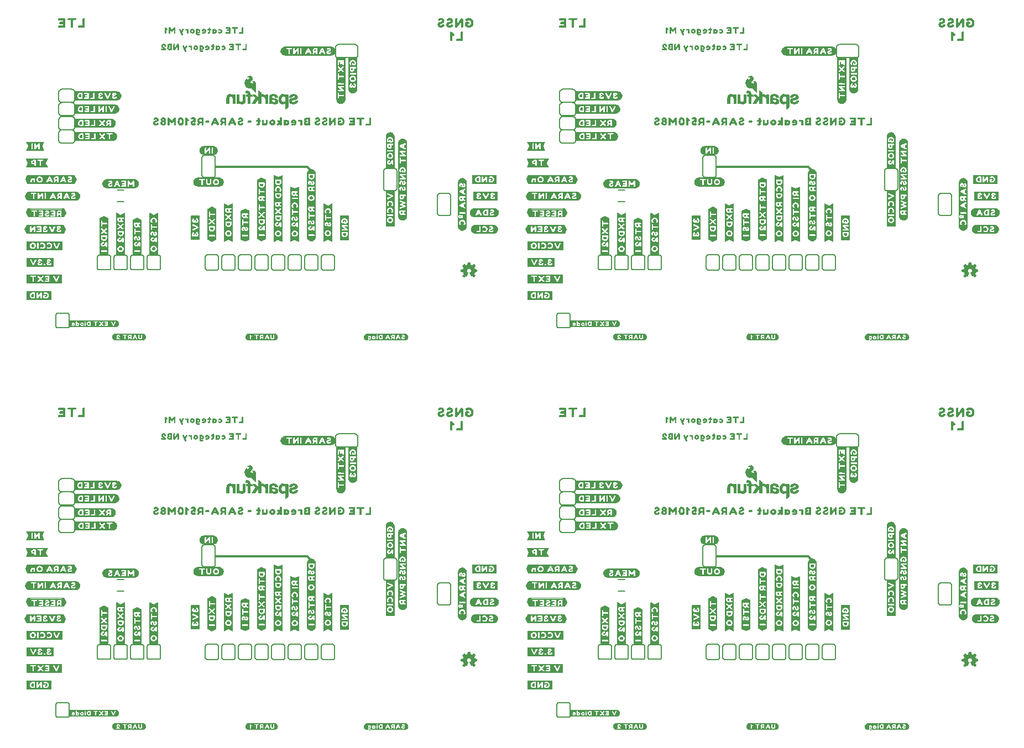
<source format=gbo>
G04 EAGLE Gerber RS-274X export*
G75*
%MOMM*%
%FSLAX34Y34*%
%LPD*%
%INSilkscreen Bottom*%
%IPPOS*%
%AMOC8*
5,1,8,0,0,1.08239X$1,22.5*%
G01*
%ADD10C,0.304800*%
%ADD11C,0.203200*%
%ADD12C,0.152400*%

G36*
X1364585Y788054D02*
X1364585Y788054D01*
X1364588Y788051D01*
X1365188Y788151D01*
X1365191Y788155D01*
X1365194Y788153D01*
X1365894Y788353D01*
X1365895Y788354D01*
X1365896Y788353D01*
X1366496Y788553D01*
X1366497Y788556D01*
X1366499Y788555D01*
X1367199Y788855D01*
X1367202Y788859D01*
X1367205Y788858D01*
X1367705Y789158D01*
X1367706Y789159D01*
X1367707Y789159D01*
X1368307Y789559D01*
X1368310Y789566D01*
X1368315Y789565D01*
X1368815Y790065D01*
X1368815Y790069D01*
X1368818Y790069D01*
X1369618Y791069D01*
X1369619Y791073D01*
X1369621Y791073D01*
X1370021Y791673D01*
X1370021Y791677D01*
X1370024Y791678D01*
X1370324Y792278D01*
X1370323Y792285D01*
X1370327Y792286D01*
X1370366Y792421D01*
X1370380Y792470D01*
X1370422Y792618D01*
X1370464Y792765D01*
X1370478Y792815D01*
X1370520Y792962D01*
X1370521Y792962D01*
X1370520Y792962D01*
X1370527Y792985D01*
X1370727Y793584D01*
X1370723Y793595D01*
X1370729Y793600D01*
X1370729Y794297D01*
X1370829Y794993D01*
X1370826Y794998D01*
X1370829Y795000D01*
X1370829Y907400D01*
X1370826Y907405D01*
X1370829Y907408D01*
X1370729Y908008D01*
X1370725Y908011D01*
X1370727Y908014D01*
X1370327Y909414D01*
X1370322Y909418D01*
X1370324Y909422D01*
X1369724Y910622D01*
X1369717Y910625D01*
X1369718Y910631D01*
X1368918Y911631D01*
X1368914Y911632D01*
X1368915Y911635D01*
X1368415Y912135D01*
X1368408Y912136D01*
X1368407Y912141D01*
X1367807Y912541D01*
X1367806Y912541D01*
X1367805Y912542D01*
X1367305Y912842D01*
X1367302Y912842D01*
X1367302Y912844D01*
X1366702Y913144D01*
X1366700Y913144D01*
X1366699Y913145D01*
X1365999Y913445D01*
X1365991Y913443D01*
X1365988Y913449D01*
X1365391Y913548D01*
X1364694Y913747D01*
X1364684Y913744D01*
X1364680Y913749D01*
X1363280Y913749D01*
X1363275Y913746D01*
X1363272Y913749D01*
X1362672Y913649D01*
X1362669Y913645D01*
X1362666Y913647D01*
X1361966Y913447D01*
X1361965Y913446D01*
X1361964Y913447D01*
X1361364Y913247D01*
X1361361Y913242D01*
X1361358Y913244D01*
X1360758Y912944D01*
X1360756Y912940D01*
X1360753Y912941D01*
X1360153Y912541D01*
X1360152Y912538D01*
X1360149Y912538D01*
X1359149Y911738D01*
X1359147Y911731D01*
X1359142Y911732D01*
X1358642Y911132D01*
X1358642Y911131D01*
X1358242Y910631D01*
X1358241Y910623D01*
X1358236Y910622D01*
X1357636Y909422D01*
X1357637Y909418D01*
X1357634Y909416D01*
X1357633Y909416D01*
X1357433Y908816D01*
X1357434Y908814D01*
X1357433Y908814D01*
X1357408Y908727D01*
X1357394Y908677D01*
X1357352Y908530D01*
X1357309Y908382D01*
X1357295Y908333D01*
X1357253Y908185D01*
X1357233Y908114D01*
X1357235Y908109D01*
X1357231Y908107D01*
X1357131Y907407D01*
X1357134Y907402D01*
X1357131Y907400D01*
X1357131Y794500D01*
X1357134Y794496D01*
X1357131Y794493D01*
X1357231Y793793D01*
X1357232Y793792D01*
X1357231Y793792D01*
X1357331Y793192D01*
X1357335Y793189D01*
X1357333Y793186D01*
X1357533Y792486D01*
X1357538Y792482D01*
X1357536Y792478D01*
X1358136Y791278D01*
X1358143Y791275D01*
X1358142Y791269D01*
X1358542Y790769D01*
X1358542Y790768D01*
X1359042Y790168D01*
X1359049Y790167D01*
X1359049Y790162D01*
X1360049Y789362D01*
X1360053Y789361D01*
X1360053Y789359D01*
X1360653Y788959D01*
X1360657Y788959D01*
X1360658Y788956D01*
X1361858Y788356D01*
X1361869Y788358D01*
X1361872Y788351D01*
X1362472Y788251D01*
X1362473Y788252D01*
X1362473Y788251D01*
X1363873Y788051D01*
X1363878Y788054D01*
X1363880Y788051D01*
X1364580Y788051D01*
X1364585Y788054D01*
G37*
G36*
X597505Y191154D02*
X597505Y191154D01*
X597508Y191151D01*
X598108Y191251D01*
X598111Y191255D01*
X598114Y191253D01*
X598814Y191453D01*
X598815Y191454D01*
X598816Y191453D01*
X599416Y191653D01*
X599417Y191656D01*
X599419Y191655D01*
X600119Y191955D01*
X600122Y191959D01*
X600125Y191958D01*
X600625Y192258D01*
X600626Y192259D01*
X600627Y192259D01*
X601227Y192659D01*
X601230Y192666D01*
X601235Y192665D01*
X601735Y193165D01*
X601735Y193169D01*
X601738Y193169D01*
X602538Y194169D01*
X602539Y194173D01*
X602541Y194173D01*
X602941Y194773D01*
X602941Y194777D01*
X602944Y194778D01*
X603244Y195378D01*
X603243Y195385D01*
X603247Y195386D01*
X603286Y195521D01*
X603300Y195570D01*
X603342Y195718D01*
X603384Y195865D01*
X603398Y195915D01*
X603440Y196062D01*
X603441Y196062D01*
X603440Y196062D01*
X603447Y196085D01*
X603647Y196684D01*
X603643Y196695D01*
X603649Y196700D01*
X603649Y197397D01*
X603749Y198093D01*
X603746Y198098D01*
X603749Y198100D01*
X603749Y310500D01*
X603746Y310505D01*
X603749Y310508D01*
X603649Y311108D01*
X603645Y311111D01*
X603647Y311114D01*
X603247Y312514D01*
X603242Y312518D01*
X603244Y312522D01*
X602644Y313722D01*
X602637Y313725D01*
X602638Y313731D01*
X601838Y314731D01*
X601834Y314732D01*
X601835Y314735D01*
X601335Y315235D01*
X601328Y315236D01*
X601327Y315241D01*
X600727Y315641D01*
X600726Y315641D01*
X600725Y315642D01*
X600225Y315942D01*
X600222Y315942D01*
X600222Y315944D01*
X599622Y316244D01*
X599620Y316244D01*
X599619Y316245D01*
X598919Y316545D01*
X598911Y316543D01*
X598908Y316549D01*
X598311Y316648D01*
X597614Y316847D01*
X597604Y316844D01*
X597600Y316849D01*
X596200Y316849D01*
X596195Y316846D01*
X596192Y316849D01*
X595592Y316749D01*
X595589Y316745D01*
X595586Y316747D01*
X594886Y316547D01*
X594885Y316546D01*
X594884Y316547D01*
X594284Y316347D01*
X594281Y316342D01*
X594278Y316344D01*
X593678Y316044D01*
X593676Y316040D01*
X593673Y316041D01*
X593073Y315641D01*
X593072Y315638D01*
X593069Y315638D01*
X592069Y314838D01*
X592067Y314831D01*
X592062Y314832D01*
X591562Y314232D01*
X591562Y314231D01*
X591162Y313731D01*
X591161Y313723D01*
X591156Y313722D01*
X590556Y312522D01*
X590557Y312518D01*
X590554Y312516D01*
X590553Y312516D01*
X590353Y311916D01*
X590354Y311914D01*
X590353Y311914D01*
X590328Y311827D01*
X590314Y311777D01*
X590272Y311630D01*
X590229Y311482D01*
X590215Y311433D01*
X590173Y311285D01*
X590153Y311214D01*
X590155Y311209D01*
X590151Y311207D01*
X590051Y310507D01*
X590054Y310502D01*
X590051Y310500D01*
X590051Y197600D01*
X590054Y197596D01*
X590051Y197593D01*
X590151Y196893D01*
X590152Y196892D01*
X590151Y196892D01*
X590251Y196292D01*
X590255Y196289D01*
X590253Y196286D01*
X590453Y195586D01*
X590458Y195582D01*
X590456Y195578D01*
X591056Y194378D01*
X591063Y194375D01*
X591062Y194369D01*
X591462Y193869D01*
X591462Y193868D01*
X591962Y193268D01*
X591969Y193267D01*
X591969Y193262D01*
X592969Y192462D01*
X592973Y192461D01*
X592973Y192459D01*
X593573Y192059D01*
X593577Y192059D01*
X593578Y192056D01*
X594778Y191456D01*
X594789Y191458D01*
X594792Y191451D01*
X595392Y191351D01*
X595393Y191352D01*
X595393Y191351D01*
X596793Y191151D01*
X596798Y191154D01*
X596800Y191151D01*
X597500Y191151D01*
X597505Y191154D01*
G37*
G36*
X1364585Y191154D02*
X1364585Y191154D01*
X1364588Y191151D01*
X1365188Y191251D01*
X1365191Y191255D01*
X1365194Y191253D01*
X1365894Y191453D01*
X1365895Y191454D01*
X1365896Y191453D01*
X1366496Y191653D01*
X1366497Y191656D01*
X1366499Y191655D01*
X1367199Y191955D01*
X1367202Y191959D01*
X1367205Y191958D01*
X1367705Y192258D01*
X1367706Y192259D01*
X1367707Y192259D01*
X1368307Y192659D01*
X1368310Y192666D01*
X1368315Y192665D01*
X1368815Y193165D01*
X1368815Y193169D01*
X1368818Y193169D01*
X1369618Y194169D01*
X1369619Y194173D01*
X1369621Y194173D01*
X1370021Y194773D01*
X1370021Y194777D01*
X1370024Y194778D01*
X1370324Y195378D01*
X1370323Y195385D01*
X1370327Y195386D01*
X1370366Y195521D01*
X1370380Y195570D01*
X1370422Y195718D01*
X1370464Y195865D01*
X1370478Y195915D01*
X1370520Y196062D01*
X1370521Y196062D01*
X1370520Y196062D01*
X1370527Y196085D01*
X1370727Y196684D01*
X1370723Y196695D01*
X1370729Y196700D01*
X1370729Y197397D01*
X1370829Y198093D01*
X1370826Y198098D01*
X1370829Y198100D01*
X1370829Y310500D01*
X1370826Y310505D01*
X1370829Y310508D01*
X1370729Y311108D01*
X1370725Y311111D01*
X1370727Y311114D01*
X1370327Y312514D01*
X1370322Y312518D01*
X1370324Y312522D01*
X1369724Y313722D01*
X1369717Y313725D01*
X1369718Y313731D01*
X1368918Y314731D01*
X1368914Y314732D01*
X1368915Y314735D01*
X1368415Y315235D01*
X1368408Y315236D01*
X1368407Y315241D01*
X1367807Y315641D01*
X1367806Y315641D01*
X1367805Y315642D01*
X1367305Y315942D01*
X1367302Y315942D01*
X1367302Y315944D01*
X1366702Y316244D01*
X1366700Y316244D01*
X1366699Y316245D01*
X1365999Y316545D01*
X1365991Y316543D01*
X1365988Y316549D01*
X1365391Y316648D01*
X1364694Y316847D01*
X1364684Y316844D01*
X1364680Y316849D01*
X1363280Y316849D01*
X1363275Y316846D01*
X1363272Y316849D01*
X1362672Y316749D01*
X1362669Y316745D01*
X1362666Y316747D01*
X1361966Y316547D01*
X1361965Y316546D01*
X1361964Y316547D01*
X1361364Y316347D01*
X1361361Y316342D01*
X1361358Y316344D01*
X1360758Y316044D01*
X1360756Y316040D01*
X1360753Y316041D01*
X1360153Y315641D01*
X1360152Y315638D01*
X1360149Y315638D01*
X1359149Y314838D01*
X1359147Y314831D01*
X1359142Y314832D01*
X1358642Y314232D01*
X1358642Y314231D01*
X1358242Y313731D01*
X1358241Y313723D01*
X1358236Y313722D01*
X1357636Y312522D01*
X1357637Y312518D01*
X1357634Y312516D01*
X1357633Y312516D01*
X1357433Y311916D01*
X1357434Y311914D01*
X1357433Y311914D01*
X1357408Y311827D01*
X1357394Y311777D01*
X1357352Y311630D01*
X1357309Y311482D01*
X1357295Y311433D01*
X1357253Y311285D01*
X1357233Y311214D01*
X1357235Y311209D01*
X1357231Y311207D01*
X1357131Y310507D01*
X1357134Y310502D01*
X1357131Y310500D01*
X1357131Y197600D01*
X1357134Y197596D01*
X1357131Y197593D01*
X1357231Y196893D01*
X1357232Y196892D01*
X1357231Y196892D01*
X1357331Y196292D01*
X1357335Y196289D01*
X1357333Y196286D01*
X1357533Y195586D01*
X1357538Y195582D01*
X1357536Y195578D01*
X1358136Y194378D01*
X1358143Y194375D01*
X1358142Y194369D01*
X1358542Y193869D01*
X1358542Y193868D01*
X1359042Y193268D01*
X1359049Y193267D01*
X1359049Y193262D01*
X1360049Y192462D01*
X1360053Y192461D01*
X1360053Y192459D01*
X1360653Y192059D01*
X1360657Y192059D01*
X1360658Y192056D01*
X1361858Y191456D01*
X1361869Y191458D01*
X1361872Y191451D01*
X1362472Y191351D01*
X1362473Y191352D01*
X1362473Y191351D01*
X1363873Y191151D01*
X1363878Y191154D01*
X1363880Y191151D01*
X1364580Y191151D01*
X1364585Y191154D01*
G37*
G36*
X597505Y788054D02*
X597505Y788054D01*
X597508Y788051D01*
X598108Y788151D01*
X598111Y788155D01*
X598114Y788153D01*
X598814Y788353D01*
X598815Y788354D01*
X598816Y788353D01*
X599416Y788553D01*
X599417Y788556D01*
X599419Y788555D01*
X600119Y788855D01*
X600122Y788859D01*
X600125Y788858D01*
X600625Y789158D01*
X600626Y789159D01*
X600627Y789159D01*
X601227Y789559D01*
X601230Y789566D01*
X601235Y789565D01*
X601735Y790065D01*
X601735Y790069D01*
X601738Y790069D01*
X602538Y791069D01*
X602539Y791073D01*
X602541Y791073D01*
X602941Y791673D01*
X602941Y791677D01*
X602944Y791678D01*
X603244Y792278D01*
X603243Y792285D01*
X603247Y792286D01*
X603286Y792421D01*
X603300Y792470D01*
X603342Y792618D01*
X603384Y792765D01*
X603398Y792815D01*
X603440Y792962D01*
X603441Y792962D01*
X603440Y792962D01*
X603447Y792985D01*
X603647Y793584D01*
X603643Y793595D01*
X603649Y793600D01*
X603649Y794297D01*
X603749Y794993D01*
X603746Y794998D01*
X603749Y795000D01*
X603749Y907400D01*
X603746Y907405D01*
X603749Y907408D01*
X603649Y908008D01*
X603645Y908011D01*
X603647Y908014D01*
X603247Y909414D01*
X603242Y909418D01*
X603244Y909422D01*
X602644Y910622D01*
X602637Y910625D01*
X602638Y910631D01*
X601838Y911631D01*
X601834Y911632D01*
X601835Y911635D01*
X601335Y912135D01*
X601328Y912136D01*
X601327Y912141D01*
X600727Y912541D01*
X600726Y912541D01*
X600725Y912542D01*
X600225Y912842D01*
X600222Y912842D01*
X600222Y912844D01*
X599622Y913144D01*
X599620Y913144D01*
X599619Y913145D01*
X598919Y913445D01*
X598911Y913443D01*
X598908Y913449D01*
X598311Y913548D01*
X597614Y913747D01*
X597604Y913744D01*
X597600Y913749D01*
X596200Y913749D01*
X596195Y913746D01*
X596192Y913749D01*
X595592Y913649D01*
X595589Y913645D01*
X595586Y913647D01*
X594886Y913447D01*
X594885Y913446D01*
X594884Y913447D01*
X594284Y913247D01*
X594281Y913242D01*
X594278Y913244D01*
X593678Y912944D01*
X593676Y912940D01*
X593673Y912941D01*
X593073Y912541D01*
X593072Y912538D01*
X593069Y912538D01*
X592069Y911738D01*
X592067Y911731D01*
X592062Y911732D01*
X591562Y911132D01*
X591562Y911131D01*
X591162Y910631D01*
X591161Y910623D01*
X591156Y910622D01*
X590556Y909422D01*
X590557Y909418D01*
X590554Y909416D01*
X590553Y909416D01*
X590353Y908816D01*
X590354Y908814D01*
X590353Y908814D01*
X590328Y908727D01*
X590314Y908677D01*
X590272Y908530D01*
X590229Y908382D01*
X590215Y908333D01*
X590173Y908185D01*
X590153Y908114D01*
X590155Y908109D01*
X590151Y908107D01*
X590051Y907407D01*
X590054Y907402D01*
X590051Y907400D01*
X590051Y794500D01*
X590054Y794496D01*
X590051Y794493D01*
X590151Y793793D01*
X590152Y793792D01*
X590151Y793792D01*
X590251Y793192D01*
X590255Y793189D01*
X590253Y793186D01*
X590453Y792486D01*
X590458Y792482D01*
X590456Y792478D01*
X591056Y791278D01*
X591063Y791275D01*
X591062Y791269D01*
X591462Y790769D01*
X591462Y790768D01*
X591962Y790168D01*
X591969Y790167D01*
X591969Y790162D01*
X592969Y789362D01*
X592973Y789361D01*
X592973Y789359D01*
X593573Y788959D01*
X593577Y788959D01*
X593578Y788956D01*
X594778Y788356D01*
X594789Y788358D01*
X594792Y788351D01*
X595392Y788251D01*
X595393Y788252D01*
X595393Y788251D01*
X596793Y788051D01*
X596798Y788054D01*
X596800Y788051D01*
X597500Y788051D01*
X597505Y788054D01*
G37*
G36*
X1224383Y159287D02*
X1224383Y159287D01*
X1224388Y159281D01*
X1224988Y159381D01*
X1225687Y159481D01*
X1226387Y159581D01*
X1226395Y159589D01*
X1226402Y159586D01*
X1228202Y160486D01*
X1228207Y160496D01*
X1228215Y160495D01*
X1228713Y160993D01*
X1229211Y161392D01*
X1229213Y161399D01*
X1229218Y161399D01*
X1229618Y161899D01*
X1229619Y161903D01*
X1229621Y161903D01*
X1230421Y163103D01*
X1230421Y163108D01*
X1230422Y163109D01*
X1230420Y163111D01*
X1230420Y163112D01*
X1230427Y163114D01*
X1230827Y164314D01*
X1230826Y164316D01*
X1230827Y164316D01*
X1230848Y164389D01*
X1230862Y164439D01*
X1230904Y164586D01*
X1230905Y164586D01*
X1230904Y164586D01*
X1230947Y164734D01*
X1230961Y164783D01*
X1231003Y164931D01*
X1231027Y165016D01*
X1231026Y165021D01*
X1231029Y165023D01*
X1231129Y165723D01*
X1231126Y165728D01*
X1231129Y165730D01*
X1231129Y166330D01*
X1231108Y166358D01*
X1231107Y166371D01*
X1231078Y166390D01*
X1231114Y166394D01*
X1231111Y166416D01*
X1231129Y166430D01*
X1231129Y263230D01*
X1231126Y263234D01*
X1231129Y263237D01*
X1230929Y264637D01*
X1230924Y264642D01*
X1230927Y264646D01*
X1230527Y265846D01*
X1230522Y265849D01*
X1230524Y265852D01*
X1230224Y266452D01*
X1230220Y266454D01*
X1230221Y266457D01*
X1229821Y267057D01*
X1229818Y267058D01*
X1229818Y267061D01*
X1229418Y267561D01*
X1229414Y267562D01*
X1229415Y267565D01*
X1228415Y268565D01*
X1228411Y268565D01*
X1228411Y268568D01*
X1227911Y268968D01*
X1227903Y268969D01*
X1227902Y268974D01*
X1227302Y269274D01*
X1227300Y269274D01*
X1227299Y269275D01*
X1226599Y269575D01*
X1226596Y269575D01*
X1226596Y269577D01*
X1225996Y269777D01*
X1225989Y269775D01*
X1225987Y269779D01*
X1225288Y269879D01*
X1224688Y269979D01*
X1224683Y269976D01*
X1224680Y269979D01*
X1223980Y269979D01*
X1223976Y269976D01*
X1223973Y269979D01*
X1222573Y269779D01*
X1222568Y269774D01*
X1222564Y269777D01*
X1221964Y269577D01*
X1221961Y269572D01*
X1221958Y269574D01*
X1220758Y268974D01*
X1220756Y268970D01*
X1220753Y268971D01*
X1220153Y268571D01*
X1220152Y268568D01*
X1220149Y268568D01*
X1219649Y268168D01*
X1219648Y268164D01*
X1219645Y268165D01*
X1219145Y267665D01*
X1219145Y267661D01*
X1219142Y267661D01*
X1218742Y267161D01*
X1218741Y267157D01*
X1218739Y267157D01*
X1218339Y266557D01*
X1218339Y266553D01*
X1218336Y266552D01*
X1218036Y265952D01*
X1218037Y265947D01*
X1218033Y265946D01*
X1217833Y265346D01*
X1217834Y265344D01*
X1217833Y265344D01*
X1217815Y265280D01*
X1217772Y265132D01*
X1217758Y265083D01*
X1217716Y264935D01*
X1217674Y264788D01*
X1217660Y264738D01*
X1217633Y264644D01*
X1217634Y264641D01*
X1217632Y264640D01*
X1217633Y264638D01*
X1217631Y264637D01*
X1217531Y263938D01*
X1217431Y263338D01*
X1217434Y263333D01*
X1217431Y263330D01*
X1217431Y165630D01*
X1217434Y165626D01*
X1217431Y165623D01*
X1217531Y164923D01*
X1217535Y164919D01*
X1217533Y164916D01*
X1217733Y164216D01*
X1217734Y164215D01*
X1217733Y164214D01*
X1217933Y163614D01*
X1217938Y163611D01*
X1217936Y163608D01*
X1218536Y162408D01*
X1218540Y162406D01*
X1218539Y162403D01*
X1218939Y161803D01*
X1218946Y161800D01*
X1218945Y161795D01*
X1219445Y161295D01*
X1219449Y161295D01*
X1219449Y161292D01*
X1220449Y160492D01*
X1220453Y160491D01*
X1220453Y160489D01*
X1221053Y160089D01*
X1221057Y160089D01*
X1221058Y160086D01*
X1221658Y159786D01*
X1221665Y159787D01*
X1221666Y159783D01*
X1222366Y159583D01*
X1222370Y159584D01*
X1222372Y159581D01*
X1222972Y159481D01*
X1222973Y159482D01*
X1222973Y159481D01*
X1224373Y159281D01*
X1224383Y159287D01*
G37*
G36*
X457303Y159287D02*
X457303Y159287D01*
X457308Y159281D01*
X457908Y159381D01*
X458607Y159481D01*
X459307Y159581D01*
X459315Y159589D01*
X459322Y159586D01*
X461122Y160486D01*
X461127Y160496D01*
X461135Y160495D01*
X461633Y160993D01*
X462131Y161392D01*
X462133Y161399D01*
X462138Y161399D01*
X462538Y161899D01*
X462539Y161903D01*
X462541Y161903D01*
X463341Y163103D01*
X463341Y163108D01*
X463342Y163109D01*
X463340Y163111D01*
X463340Y163112D01*
X463347Y163114D01*
X463747Y164314D01*
X463746Y164316D01*
X463747Y164316D01*
X463768Y164389D01*
X463782Y164439D01*
X463824Y164586D01*
X463825Y164586D01*
X463824Y164586D01*
X463867Y164734D01*
X463881Y164783D01*
X463923Y164931D01*
X463947Y165016D01*
X463946Y165021D01*
X463949Y165023D01*
X464049Y165723D01*
X464046Y165728D01*
X464049Y165730D01*
X464049Y166330D01*
X464028Y166358D01*
X464027Y166371D01*
X463998Y166390D01*
X464034Y166394D01*
X464031Y166416D01*
X464049Y166430D01*
X464049Y263230D01*
X464046Y263234D01*
X464049Y263237D01*
X463849Y264637D01*
X463844Y264642D01*
X463847Y264646D01*
X463447Y265846D01*
X463442Y265849D01*
X463444Y265852D01*
X463144Y266452D01*
X463140Y266454D01*
X463141Y266457D01*
X462741Y267057D01*
X462738Y267058D01*
X462738Y267061D01*
X462338Y267561D01*
X462334Y267562D01*
X462335Y267565D01*
X461335Y268565D01*
X461331Y268565D01*
X461331Y268568D01*
X460831Y268968D01*
X460823Y268969D01*
X460822Y268974D01*
X460222Y269274D01*
X460220Y269274D01*
X460219Y269275D01*
X459519Y269575D01*
X459516Y269575D01*
X459516Y269577D01*
X458916Y269777D01*
X458909Y269775D01*
X458907Y269779D01*
X458208Y269879D01*
X457608Y269979D01*
X457603Y269976D01*
X457600Y269979D01*
X456900Y269979D01*
X456896Y269976D01*
X456893Y269979D01*
X455493Y269779D01*
X455488Y269774D01*
X455484Y269777D01*
X454884Y269577D01*
X454881Y269572D01*
X454878Y269574D01*
X453678Y268974D01*
X453676Y268970D01*
X453673Y268971D01*
X453073Y268571D01*
X453072Y268568D01*
X453069Y268568D01*
X452569Y268168D01*
X452568Y268164D01*
X452565Y268165D01*
X452065Y267665D01*
X452065Y267661D01*
X452062Y267661D01*
X451662Y267161D01*
X451661Y267157D01*
X451659Y267157D01*
X451259Y266557D01*
X451259Y266553D01*
X451256Y266552D01*
X450956Y265952D01*
X450957Y265947D01*
X450953Y265946D01*
X450753Y265346D01*
X450754Y265344D01*
X450753Y265344D01*
X450735Y265280D01*
X450692Y265132D01*
X450678Y265083D01*
X450636Y264935D01*
X450594Y264788D01*
X450580Y264738D01*
X450553Y264644D01*
X450554Y264641D01*
X450552Y264640D01*
X450553Y264638D01*
X450551Y264637D01*
X450451Y263938D01*
X450351Y263338D01*
X450354Y263333D01*
X450351Y263330D01*
X450351Y165630D01*
X450354Y165626D01*
X450351Y165623D01*
X450451Y164923D01*
X450455Y164919D01*
X450453Y164916D01*
X450653Y164216D01*
X450654Y164215D01*
X450653Y164214D01*
X450853Y163614D01*
X450858Y163611D01*
X450856Y163608D01*
X451456Y162408D01*
X451460Y162406D01*
X451459Y162403D01*
X451859Y161803D01*
X451866Y161800D01*
X451865Y161795D01*
X452365Y161295D01*
X452369Y161295D01*
X452369Y161292D01*
X453369Y160492D01*
X453373Y160491D01*
X453373Y160489D01*
X453973Y160089D01*
X453977Y160089D01*
X453978Y160086D01*
X454578Y159786D01*
X454585Y159787D01*
X454586Y159783D01*
X455286Y159583D01*
X455290Y159584D01*
X455292Y159581D01*
X455892Y159481D01*
X455893Y159482D01*
X455893Y159481D01*
X457293Y159281D01*
X457303Y159287D01*
G37*
G36*
X457303Y756187D02*
X457303Y756187D01*
X457308Y756181D01*
X457908Y756281D01*
X458607Y756381D01*
X459307Y756481D01*
X459315Y756489D01*
X459322Y756486D01*
X461122Y757386D01*
X461127Y757396D01*
X461135Y757395D01*
X461633Y757893D01*
X462131Y758292D01*
X462133Y758299D01*
X462138Y758299D01*
X462538Y758799D01*
X462539Y758803D01*
X462541Y758803D01*
X463341Y760003D01*
X463341Y760008D01*
X463342Y760009D01*
X463340Y760011D01*
X463340Y760012D01*
X463347Y760014D01*
X463747Y761214D01*
X463746Y761216D01*
X463747Y761216D01*
X463768Y761289D01*
X463782Y761339D01*
X463824Y761486D01*
X463825Y761486D01*
X463824Y761486D01*
X463867Y761634D01*
X463881Y761683D01*
X463923Y761831D01*
X463947Y761916D01*
X463946Y761921D01*
X463949Y761923D01*
X464049Y762623D01*
X464046Y762628D01*
X464049Y762630D01*
X464049Y763230D01*
X464028Y763258D01*
X464027Y763271D01*
X463998Y763290D01*
X464034Y763294D01*
X464031Y763316D01*
X464049Y763330D01*
X464049Y860130D01*
X464046Y860134D01*
X464049Y860137D01*
X463849Y861537D01*
X463844Y861542D01*
X463847Y861546D01*
X463447Y862746D01*
X463442Y862749D01*
X463444Y862752D01*
X463144Y863352D01*
X463140Y863354D01*
X463141Y863357D01*
X462741Y863957D01*
X462738Y863958D01*
X462738Y863961D01*
X462338Y864461D01*
X462334Y864462D01*
X462335Y864465D01*
X461335Y865465D01*
X461331Y865465D01*
X461331Y865468D01*
X460831Y865868D01*
X460823Y865869D01*
X460822Y865874D01*
X460222Y866174D01*
X460220Y866174D01*
X460219Y866175D01*
X459519Y866475D01*
X459516Y866475D01*
X459516Y866477D01*
X458916Y866677D01*
X458909Y866675D01*
X458907Y866679D01*
X458208Y866779D01*
X457608Y866879D01*
X457603Y866876D01*
X457600Y866879D01*
X456900Y866879D01*
X456896Y866876D01*
X456893Y866879D01*
X455493Y866679D01*
X455488Y866674D01*
X455484Y866677D01*
X454884Y866477D01*
X454881Y866472D01*
X454878Y866474D01*
X453678Y865874D01*
X453676Y865870D01*
X453673Y865871D01*
X453073Y865471D01*
X453072Y865468D01*
X453069Y865468D01*
X452569Y865068D01*
X452568Y865064D01*
X452565Y865065D01*
X452065Y864565D01*
X452065Y864561D01*
X452062Y864561D01*
X451662Y864061D01*
X451661Y864057D01*
X451659Y864057D01*
X451259Y863457D01*
X451259Y863453D01*
X451256Y863452D01*
X450956Y862852D01*
X450957Y862847D01*
X450953Y862846D01*
X450753Y862246D01*
X450754Y862244D01*
X450753Y862244D01*
X450735Y862180D01*
X450692Y862032D01*
X450678Y861983D01*
X450636Y861835D01*
X450594Y861688D01*
X450580Y861638D01*
X450553Y861544D01*
X450554Y861541D01*
X450552Y861540D01*
X450553Y861538D01*
X450551Y861537D01*
X450451Y860838D01*
X450351Y860238D01*
X450354Y860233D01*
X450351Y860230D01*
X450351Y762530D01*
X450354Y762526D01*
X450351Y762523D01*
X450451Y761823D01*
X450455Y761819D01*
X450453Y761816D01*
X450653Y761116D01*
X450654Y761115D01*
X450653Y761114D01*
X450853Y760514D01*
X450858Y760511D01*
X450856Y760508D01*
X451456Y759308D01*
X451460Y759306D01*
X451459Y759303D01*
X451859Y758703D01*
X451866Y758700D01*
X451865Y758695D01*
X452365Y758195D01*
X452369Y758195D01*
X452369Y758192D01*
X453369Y757392D01*
X453373Y757391D01*
X453373Y757389D01*
X453973Y756989D01*
X453977Y756989D01*
X453978Y756986D01*
X454578Y756686D01*
X454585Y756687D01*
X454586Y756683D01*
X455286Y756483D01*
X455290Y756484D01*
X455292Y756481D01*
X455892Y756381D01*
X455893Y756382D01*
X455893Y756381D01*
X457293Y756181D01*
X457303Y756187D01*
G37*
G36*
X1224383Y756187D02*
X1224383Y756187D01*
X1224388Y756181D01*
X1224988Y756281D01*
X1225687Y756381D01*
X1226387Y756481D01*
X1226395Y756489D01*
X1226402Y756486D01*
X1228202Y757386D01*
X1228207Y757396D01*
X1228215Y757395D01*
X1228713Y757893D01*
X1229211Y758292D01*
X1229213Y758299D01*
X1229218Y758299D01*
X1229618Y758799D01*
X1229619Y758803D01*
X1229621Y758803D01*
X1230421Y760003D01*
X1230421Y760008D01*
X1230422Y760009D01*
X1230420Y760011D01*
X1230420Y760012D01*
X1230427Y760014D01*
X1230827Y761214D01*
X1230826Y761216D01*
X1230827Y761216D01*
X1230848Y761289D01*
X1230862Y761339D01*
X1230904Y761486D01*
X1230905Y761486D01*
X1230904Y761486D01*
X1230947Y761634D01*
X1230961Y761683D01*
X1231003Y761831D01*
X1231027Y761916D01*
X1231026Y761921D01*
X1231029Y761923D01*
X1231129Y762623D01*
X1231126Y762628D01*
X1231129Y762630D01*
X1231129Y763230D01*
X1231108Y763258D01*
X1231107Y763271D01*
X1231078Y763290D01*
X1231114Y763294D01*
X1231111Y763316D01*
X1231129Y763330D01*
X1231129Y860130D01*
X1231126Y860134D01*
X1231129Y860137D01*
X1230929Y861537D01*
X1230924Y861542D01*
X1230927Y861546D01*
X1230527Y862746D01*
X1230522Y862749D01*
X1230524Y862752D01*
X1230224Y863352D01*
X1230220Y863354D01*
X1230221Y863357D01*
X1229821Y863957D01*
X1229818Y863958D01*
X1229818Y863961D01*
X1229418Y864461D01*
X1229414Y864462D01*
X1229415Y864465D01*
X1228415Y865465D01*
X1228411Y865465D01*
X1228411Y865468D01*
X1227911Y865868D01*
X1227903Y865869D01*
X1227902Y865874D01*
X1227302Y866174D01*
X1227300Y866174D01*
X1227299Y866175D01*
X1226599Y866475D01*
X1226596Y866475D01*
X1226596Y866477D01*
X1225996Y866677D01*
X1225989Y866675D01*
X1225987Y866679D01*
X1225288Y866779D01*
X1224688Y866879D01*
X1224683Y866876D01*
X1224680Y866879D01*
X1223980Y866879D01*
X1223976Y866876D01*
X1223973Y866879D01*
X1222573Y866679D01*
X1222568Y866674D01*
X1222564Y866677D01*
X1221964Y866477D01*
X1221961Y866472D01*
X1221958Y866474D01*
X1220758Y865874D01*
X1220756Y865870D01*
X1220753Y865871D01*
X1220153Y865471D01*
X1220152Y865468D01*
X1220149Y865468D01*
X1219649Y865068D01*
X1219648Y865064D01*
X1219645Y865065D01*
X1219145Y864565D01*
X1219145Y864561D01*
X1219142Y864561D01*
X1218742Y864061D01*
X1218741Y864057D01*
X1218739Y864057D01*
X1218339Y863457D01*
X1218339Y863453D01*
X1218336Y863452D01*
X1218036Y862852D01*
X1218037Y862847D01*
X1218033Y862846D01*
X1217833Y862246D01*
X1217834Y862244D01*
X1217833Y862244D01*
X1217815Y862180D01*
X1217772Y862032D01*
X1217758Y861983D01*
X1217716Y861835D01*
X1217674Y861688D01*
X1217660Y861638D01*
X1217633Y861544D01*
X1217634Y861541D01*
X1217632Y861540D01*
X1217633Y861538D01*
X1217631Y861537D01*
X1217531Y860838D01*
X1217431Y860238D01*
X1217434Y860233D01*
X1217431Y860230D01*
X1217431Y762530D01*
X1217434Y762526D01*
X1217431Y762523D01*
X1217531Y761823D01*
X1217535Y761819D01*
X1217533Y761816D01*
X1217733Y761116D01*
X1217734Y761115D01*
X1217733Y761114D01*
X1217933Y760514D01*
X1217938Y760511D01*
X1217936Y760508D01*
X1218536Y759308D01*
X1218540Y759306D01*
X1218539Y759303D01*
X1218939Y758703D01*
X1218946Y758700D01*
X1218945Y758695D01*
X1219445Y758195D01*
X1219449Y758195D01*
X1219449Y758192D01*
X1220449Y757392D01*
X1220453Y757391D01*
X1220453Y757389D01*
X1221053Y756989D01*
X1221057Y756989D01*
X1221058Y756986D01*
X1221658Y756686D01*
X1221665Y756687D01*
X1221666Y756683D01*
X1222366Y756483D01*
X1222370Y756484D01*
X1222372Y756481D01*
X1222972Y756381D01*
X1222973Y756382D01*
X1222973Y756381D01*
X1224373Y756181D01*
X1224383Y756187D01*
G37*
G36*
X399603Y158015D02*
X399603Y158015D01*
X399622Y158006D01*
X400222Y158306D01*
X406304Y161297D01*
X406881Y161104D01*
X412878Y158106D01*
X412931Y158116D01*
X412935Y158115D01*
X413235Y158415D01*
X413236Y158427D01*
X413241Y158431D01*
X413238Y158436D01*
X413239Y158442D01*
X413249Y158450D01*
X413249Y260750D01*
X413213Y260797D01*
X413212Y260797D01*
X413212Y260798D01*
X412812Y260898D01*
X412790Y260888D01*
X412778Y260894D01*
X406785Y257897D01*
X406208Y257801D01*
X400122Y260894D01*
X400113Y260892D01*
X400110Y260898D01*
X399610Y260998D01*
X399556Y260972D01*
X399563Y260959D01*
X399551Y260950D01*
X399551Y254350D01*
X399575Y254318D01*
X399577Y254306D01*
X399606Y254292D01*
X399605Y254291D01*
X399563Y254282D01*
X399567Y254262D01*
X399551Y254250D01*
X399551Y158050D01*
X399554Y158046D01*
X399552Y158041D01*
X399562Y158036D01*
X399587Y158003D01*
X399603Y158015D01*
G37*
G36*
X399603Y754915D02*
X399603Y754915D01*
X399622Y754906D01*
X400222Y755206D01*
X406304Y758197D01*
X406881Y758004D01*
X412878Y755006D01*
X412931Y755016D01*
X412935Y755015D01*
X413235Y755315D01*
X413236Y755327D01*
X413241Y755331D01*
X413238Y755336D01*
X413239Y755342D01*
X413249Y755350D01*
X413249Y857650D01*
X413213Y857697D01*
X413212Y857697D01*
X413212Y857698D01*
X412812Y857798D01*
X412790Y857788D01*
X412778Y857794D01*
X406785Y854797D01*
X406208Y854701D01*
X400122Y857794D01*
X400113Y857792D01*
X400110Y857798D01*
X399610Y857898D01*
X399556Y857872D01*
X399563Y857859D01*
X399551Y857850D01*
X399551Y851250D01*
X399575Y851218D01*
X399577Y851206D01*
X399606Y851192D01*
X399605Y851191D01*
X399563Y851182D01*
X399567Y851162D01*
X399551Y851150D01*
X399551Y754950D01*
X399554Y754946D01*
X399552Y754941D01*
X399562Y754936D01*
X399587Y754903D01*
X399603Y754915D01*
G37*
G36*
X1166683Y158015D02*
X1166683Y158015D01*
X1166702Y158006D01*
X1167302Y158306D01*
X1173384Y161297D01*
X1173961Y161104D01*
X1179958Y158106D01*
X1180011Y158116D01*
X1180015Y158115D01*
X1180315Y158415D01*
X1180316Y158427D01*
X1180321Y158431D01*
X1180318Y158436D01*
X1180319Y158442D01*
X1180329Y158450D01*
X1180329Y260750D01*
X1180293Y260797D01*
X1180292Y260797D01*
X1180292Y260798D01*
X1179892Y260898D01*
X1179870Y260888D01*
X1179858Y260894D01*
X1173865Y257897D01*
X1173288Y257801D01*
X1167202Y260894D01*
X1167193Y260892D01*
X1167190Y260898D01*
X1166690Y260998D01*
X1166636Y260972D01*
X1166643Y260959D01*
X1166631Y260950D01*
X1166631Y254350D01*
X1166655Y254318D01*
X1166657Y254306D01*
X1166686Y254292D01*
X1166685Y254291D01*
X1166643Y254282D01*
X1166647Y254262D01*
X1166631Y254250D01*
X1166631Y158050D01*
X1166634Y158046D01*
X1166632Y158041D01*
X1166642Y158036D01*
X1166667Y158003D01*
X1166683Y158015D01*
G37*
G36*
X1166683Y754915D02*
X1166683Y754915D01*
X1166702Y754906D01*
X1167302Y755206D01*
X1173384Y758197D01*
X1173961Y758004D01*
X1179958Y755006D01*
X1180011Y755016D01*
X1180015Y755015D01*
X1180315Y755315D01*
X1180316Y755327D01*
X1180321Y755331D01*
X1180318Y755336D01*
X1180319Y755342D01*
X1180329Y755350D01*
X1180329Y857650D01*
X1180293Y857697D01*
X1180292Y857697D01*
X1180292Y857698D01*
X1179892Y857798D01*
X1179870Y857788D01*
X1179858Y857794D01*
X1173865Y854797D01*
X1173288Y854701D01*
X1167202Y857794D01*
X1167193Y857792D01*
X1167190Y857798D01*
X1166690Y857898D01*
X1166636Y857872D01*
X1166643Y857859D01*
X1166631Y857850D01*
X1166631Y851250D01*
X1166655Y851218D01*
X1166657Y851206D01*
X1166686Y851192D01*
X1166685Y851191D01*
X1166643Y851182D01*
X1166647Y851162D01*
X1166631Y851150D01*
X1166631Y754950D01*
X1166634Y754946D01*
X1166632Y754941D01*
X1166642Y754936D01*
X1166667Y754903D01*
X1166683Y754915D01*
G37*
G36*
X381508Y756531D02*
X381508Y756531D01*
X381516Y756540D01*
X381523Y756536D01*
X387523Y759636D01*
X387531Y759653D01*
X387542Y759655D01*
X387842Y760155D01*
X387842Y760159D01*
X387844Y760160D01*
X387841Y760164D01*
X387840Y760173D01*
X387849Y760180D01*
X387849Y850280D01*
X387835Y850298D01*
X387838Y850311D01*
X387438Y850811D01*
X387424Y850814D01*
X387422Y850824D01*
X381422Y853824D01*
X381412Y853822D01*
X381408Y853829D01*
X380808Y853929D01*
X380789Y853919D01*
X380778Y853924D01*
X374678Y850924D01*
X374675Y850917D01*
X374669Y850918D01*
X374169Y850518D01*
X374162Y850488D01*
X374151Y850480D01*
X374151Y759780D01*
X374176Y759747D01*
X374178Y759736D01*
X374778Y759436D01*
X380878Y756436D01*
X380899Y756440D01*
X380908Y756431D01*
X381508Y756531D01*
G37*
G36*
X381508Y159631D02*
X381508Y159631D01*
X381516Y159640D01*
X381523Y159636D01*
X387523Y162736D01*
X387531Y162753D01*
X387542Y162755D01*
X387842Y163255D01*
X387842Y163259D01*
X387844Y163260D01*
X387841Y163264D01*
X387840Y163273D01*
X387849Y163280D01*
X387849Y253380D01*
X387835Y253398D01*
X387838Y253411D01*
X387438Y253911D01*
X387424Y253914D01*
X387422Y253924D01*
X381422Y256924D01*
X381412Y256922D01*
X381408Y256929D01*
X380808Y257029D01*
X380789Y257019D01*
X380778Y257024D01*
X374678Y254024D01*
X374675Y254017D01*
X374669Y254018D01*
X374169Y253618D01*
X374162Y253588D01*
X374151Y253580D01*
X374151Y162880D01*
X374176Y162847D01*
X374178Y162836D01*
X374778Y162536D01*
X380878Y159536D01*
X380899Y159540D01*
X380908Y159531D01*
X381508Y159631D01*
G37*
G36*
X1148588Y159631D02*
X1148588Y159631D01*
X1148596Y159640D01*
X1148603Y159636D01*
X1154603Y162736D01*
X1154611Y162753D01*
X1154622Y162755D01*
X1154922Y163255D01*
X1154922Y163259D01*
X1154924Y163260D01*
X1154921Y163264D01*
X1154920Y163273D01*
X1154929Y163280D01*
X1154929Y253380D01*
X1154915Y253398D01*
X1154918Y253411D01*
X1154518Y253911D01*
X1154504Y253914D01*
X1154502Y253924D01*
X1148502Y256924D01*
X1148492Y256922D01*
X1148488Y256929D01*
X1147888Y257029D01*
X1147869Y257019D01*
X1147858Y257024D01*
X1141758Y254024D01*
X1141755Y254017D01*
X1141749Y254018D01*
X1141249Y253618D01*
X1141242Y253588D01*
X1141231Y253580D01*
X1141231Y162880D01*
X1141256Y162847D01*
X1141258Y162836D01*
X1141858Y162536D01*
X1147958Y159536D01*
X1147979Y159540D01*
X1147988Y159531D01*
X1148588Y159631D01*
G37*
G36*
X1148588Y756531D02*
X1148588Y756531D01*
X1148596Y756540D01*
X1148603Y756536D01*
X1154603Y759636D01*
X1154611Y759653D01*
X1154622Y759655D01*
X1154922Y760155D01*
X1154922Y760159D01*
X1154924Y760160D01*
X1154921Y760164D01*
X1154920Y760173D01*
X1154929Y760180D01*
X1154929Y850280D01*
X1154915Y850298D01*
X1154918Y850311D01*
X1154518Y850811D01*
X1154504Y850814D01*
X1154502Y850824D01*
X1148502Y853824D01*
X1148492Y853822D01*
X1148488Y853829D01*
X1147888Y853929D01*
X1147869Y853919D01*
X1147858Y853924D01*
X1141758Y850924D01*
X1141755Y850917D01*
X1141749Y850918D01*
X1141249Y850518D01*
X1141242Y850488D01*
X1141231Y850480D01*
X1141231Y759780D01*
X1141256Y759747D01*
X1141258Y759736D01*
X1141858Y759436D01*
X1147958Y756436D01*
X1147979Y756440D01*
X1147988Y756431D01*
X1148588Y756531D01*
G37*
G36*
X425107Y158024D02*
X425107Y158024D01*
X425122Y158016D01*
X431722Y161316D01*
X431731Y161335D01*
X431747Y161346D01*
X431741Y161354D01*
X431742Y161356D01*
X431749Y161362D01*
X431747Y161430D01*
X431751Y161357D01*
X431779Y161324D01*
X431782Y161314D01*
X432280Y161115D01*
X438378Y158016D01*
X438436Y158027D01*
X438434Y158039D01*
X438446Y158042D01*
X438646Y158542D01*
X438642Y158555D01*
X438649Y158560D01*
X438649Y243160D01*
X438613Y243207D01*
X438601Y243198D01*
X438590Y243208D01*
X438090Y243108D01*
X438084Y243101D01*
X438078Y243104D01*
X431989Y240109D01*
X431412Y240109D01*
X425423Y243204D01*
X425390Y243198D01*
X425378Y243204D01*
X424978Y243004D01*
X424960Y242967D01*
X424951Y242960D01*
X424951Y158660D01*
X424954Y158655D01*
X424951Y158652D01*
X425051Y158052D01*
X425052Y158051D01*
X425054Y158050D01*
X425095Y158011D01*
X425107Y158024D01*
G37*
G36*
X1192187Y754924D02*
X1192187Y754924D01*
X1192202Y754916D01*
X1198802Y758216D01*
X1198811Y758235D01*
X1198827Y758246D01*
X1198821Y758254D01*
X1198822Y758256D01*
X1198829Y758262D01*
X1198827Y758330D01*
X1198831Y758257D01*
X1198859Y758224D01*
X1198862Y758214D01*
X1199360Y758015D01*
X1205458Y754916D01*
X1205516Y754927D01*
X1205514Y754939D01*
X1205526Y754942D01*
X1205726Y755442D01*
X1205722Y755455D01*
X1205729Y755460D01*
X1205729Y840060D01*
X1205693Y840107D01*
X1205681Y840098D01*
X1205670Y840108D01*
X1205170Y840008D01*
X1205164Y840001D01*
X1205158Y840004D01*
X1199069Y837009D01*
X1198492Y837009D01*
X1192503Y840104D01*
X1192470Y840098D01*
X1192458Y840104D01*
X1192058Y839904D01*
X1192040Y839867D01*
X1192031Y839860D01*
X1192031Y755560D01*
X1192034Y755555D01*
X1192031Y755552D01*
X1192131Y754952D01*
X1192132Y754951D01*
X1192134Y754950D01*
X1192175Y754911D01*
X1192187Y754924D01*
G37*
G36*
X425107Y754924D02*
X425107Y754924D01*
X425122Y754916D01*
X431722Y758216D01*
X431731Y758235D01*
X431747Y758246D01*
X431741Y758254D01*
X431742Y758256D01*
X431749Y758262D01*
X431747Y758330D01*
X431751Y758257D01*
X431779Y758224D01*
X431782Y758214D01*
X432280Y758015D01*
X438378Y754916D01*
X438436Y754927D01*
X438434Y754939D01*
X438446Y754942D01*
X438646Y755442D01*
X438642Y755455D01*
X438649Y755460D01*
X438649Y840060D01*
X438613Y840107D01*
X438601Y840098D01*
X438590Y840108D01*
X438090Y840008D01*
X438084Y840001D01*
X438078Y840004D01*
X431989Y837009D01*
X431412Y837009D01*
X425423Y840104D01*
X425390Y840098D01*
X425378Y840104D01*
X424978Y839904D01*
X424960Y839867D01*
X424951Y839860D01*
X424951Y755560D01*
X424954Y755555D01*
X424951Y755552D01*
X425051Y754952D01*
X425052Y754951D01*
X425054Y754950D01*
X425095Y754911D01*
X425107Y754924D01*
G37*
G36*
X1192187Y158024D02*
X1192187Y158024D01*
X1192202Y158016D01*
X1198802Y161316D01*
X1198811Y161335D01*
X1198827Y161346D01*
X1198821Y161354D01*
X1198822Y161356D01*
X1198829Y161362D01*
X1198827Y161430D01*
X1198831Y161357D01*
X1198859Y161324D01*
X1198862Y161314D01*
X1199360Y161115D01*
X1205458Y158016D01*
X1205516Y158027D01*
X1205514Y158039D01*
X1205526Y158042D01*
X1205726Y158542D01*
X1205722Y158555D01*
X1205729Y158560D01*
X1205729Y243160D01*
X1205693Y243207D01*
X1205681Y243198D01*
X1205670Y243208D01*
X1205170Y243108D01*
X1205164Y243101D01*
X1205158Y243104D01*
X1199069Y240109D01*
X1198492Y240109D01*
X1192503Y243204D01*
X1192470Y243198D01*
X1192458Y243204D01*
X1192058Y243004D01*
X1192040Y242967D01*
X1192031Y242960D01*
X1192031Y158660D01*
X1192034Y158655D01*
X1192031Y158652D01*
X1192131Y158052D01*
X1192132Y158051D01*
X1192134Y158050D01*
X1192175Y158011D01*
X1192187Y158024D01*
G37*
G36*
X96664Y818654D02*
X96664Y818654D01*
X96667Y818651D01*
X97367Y818751D01*
X97368Y818752D01*
X97368Y818751D01*
X97968Y818851D01*
X97971Y818855D01*
X97974Y818853D01*
X98674Y819053D01*
X98678Y819058D01*
X98682Y819056D01*
X99882Y819656D01*
X99884Y819660D01*
X99887Y819659D01*
X100487Y820059D01*
X100488Y820062D01*
X100491Y820062D01*
X100991Y820462D01*
X100992Y820466D01*
X100995Y820465D01*
X101495Y820965D01*
X101495Y820969D01*
X101498Y820969D01*
X101898Y821469D01*
X101899Y821473D01*
X101901Y821473D01*
X102301Y822073D01*
X102301Y822077D01*
X102304Y822078D01*
X102604Y822678D01*
X102603Y822683D01*
X102607Y822684D01*
X102807Y823284D01*
X102806Y823286D01*
X102807Y823286D01*
X102844Y823415D01*
X102886Y823562D01*
X102900Y823612D01*
X102942Y823759D01*
X102943Y823759D01*
X102942Y823759D01*
X102985Y823907D01*
X102999Y823956D01*
X103007Y823986D01*
X103006Y823991D01*
X103009Y823993D01*
X103109Y824692D01*
X103209Y825292D01*
X103203Y825302D01*
X103209Y825307D01*
X103109Y826003D01*
X103109Y826700D01*
X103102Y826709D01*
X103107Y826716D01*
X102907Y827315D01*
X102707Y828014D01*
X102702Y828018D01*
X102704Y828022D01*
X102104Y829222D01*
X102097Y829225D01*
X102098Y829231D01*
X101698Y829731D01*
X101694Y829732D01*
X101695Y829735D01*
X100695Y830735D01*
X100691Y830735D01*
X100691Y830738D01*
X100191Y831138D01*
X100187Y831139D01*
X100187Y831141D01*
X99587Y831541D01*
X99578Y831540D01*
X99576Y831547D01*
X98979Y831746D01*
X98382Y832044D01*
X98371Y832042D01*
X98367Y832049D01*
X97667Y832149D01*
X96968Y832249D01*
X96368Y832349D01*
X96363Y832346D01*
X96360Y832349D01*
X25260Y832349D01*
X25256Y832346D01*
X25253Y832349D01*
X24553Y832249D01*
X24552Y832248D01*
X24552Y832249D01*
X23952Y832149D01*
X23949Y832145D01*
X23946Y832147D01*
X23246Y831947D01*
X23242Y831942D01*
X23238Y831944D01*
X22038Y831344D01*
X22036Y831340D01*
X22033Y831341D01*
X21433Y830941D01*
X21432Y830938D01*
X21429Y830938D01*
X20929Y830538D01*
X20928Y830534D01*
X20925Y830535D01*
X20425Y830035D01*
X20425Y830031D01*
X20422Y830031D01*
X20022Y829531D01*
X20021Y829523D01*
X20016Y829522D01*
X19717Y828924D01*
X19319Y828327D01*
X19319Y828320D01*
X19315Y828317D01*
X19316Y828316D01*
X19313Y828316D01*
X19113Y827716D01*
X19114Y827714D01*
X19113Y827714D01*
X19074Y827578D01*
X19032Y827431D01*
X19018Y827381D01*
X18976Y827234D01*
X18933Y827086D01*
X18919Y827037D01*
X18913Y827014D01*
X18914Y827010D01*
X18911Y827008D01*
X18811Y826408D01*
X18812Y826407D01*
X18811Y826407D01*
X18711Y825707D01*
X18716Y825698D01*
X18711Y825693D01*
X18811Y824997D01*
X18811Y824300D01*
X18818Y824291D01*
X18813Y824284D01*
X19013Y823685D01*
X19213Y822986D01*
X19218Y822982D01*
X19216Y822978D01*
X19816Y821778D01*
X19823Y821775D01*
X19822Y821769D01*
X20222Y821269D01*
X20226Y821268D01*
X20225Y821265D01*
X21225Y820265D01*
X21229Y820265D01*
X21229Y820262D01*
X21729Y819862D01*
X21733Y819861D01*
X21733Y819859D01*
X22333Y819459D01*
X22342Y819460D01*
X22344Y819453D01*
X22941Y819254D01*
X23538Y818956D01*
X23549Y818958D01*
X23553Y818951D01*
X24252Y818851D01*
X24852Y818751D01*
X24853Y818752D01*
X24853Y818751D01*
X25553Y818651D01*
X25558Y818654D01*
X25560Y818651D01*
X96660Y818651D01*
X96664Y818654D01*
G37*
G36*
X487824Y444004D02*
X487824Y444004D01*
X487827Y444001D01*
X488527Y444101D01*
X488528Y444102D01*
X488528Y444101D01*
X489128Y444201D01*
X489131Y444205D01*
X489134Y444203D01*
X489834Y444403D01*
X489838Y444408D01*
X489842Y444406D01*
X491042Y445006D01*
X491044Y445010D01*
X491047Y445009D01*
X491647Y445409D01*
X491648Y445412D01*
X491651Y445412D01*
X492151Y445812D01*
X492152Y445816D01*
X492155Y445815D01*
X492655Y446315D01*
X492655Y446319D01*
X492658Y446319D01*
X493058Y446819D01*
X493059Y446823D01*
X493061Y446823D01*
X493461Y447423D01*
X493461Y447427D01*
X493464Y447428D01*
X493764Y448028D01*
X493763Y448033D01*
X493767Y448034D01*
X493967Y448634D01*
X493966Y448636D01*
X493967Y448636D01*
X494004Y448765D01*
X494046Y448912D01*
X494060Y448962D01*
X494102Y449109D01*
X494103Y449109D01*
X494102Y449109D01*
X494145Y449257D01*
X494159Y449306D01*
X494167Y449336D01*
X494166Y449341D01*
X494169Y449343D01*
X494269Y450042D01*
X494369Y450642D01*
X494363Y450652D01*
X494369Y450657D01*
X494269Y451353D01*
X494269Y452050D01*
X494262Y452059D01*
X494267Y452066D01*
X494067Y452665D01*
X493867Y453364D01*
X493862Y453368D01*
X493864Y453372D01*
X493264Y454572D01*
X493257Y454575D01*
X493258Y454581D01*
X492858Y455081D01*
X492854Y455082D01*
X492855Y455085D01*
X491855Y456085D01*
X491851Y456085D01*
X491851Y456088D01*
X491351Y456488D01*
X491347Y456489D01*
X491347Y456491D01*
X490747Y456891D01*
X490738Y456890D01*
X490736Y456897D01*
X490139Y457096D01*
X489542Y457394D01*
X489531Y457392D01*
X489527Y457399D01*
X488827Y457499D01*
X488128Y457599D01*
X487528Y457699D01*
X487523Y457696D01*
X487520Y457699D01*
X416420Y457699D01*
X416416Y457696D01*
X416413Y457699D01*
X415713Y457599D01*
X415712Y457598D01*
X415712Y457599D01*
X415112Y457499D01*
X415109Y457495D01*
X415106Y457497D01*
X414406Y457297D01*
X414402Y457292D01*
X414398Y457294D01*
X413198Y456694D01*
X413196Y456690D01*
X413193Y456691D01*
X412593Y456291D01*
X412592Y456288D01*
X412589Y456288D01*
X412089Y455888D01*
X412088Y455884D01*
X412085Y455885D01*
X411585Y455385D01*
X411585Y455381D01*
X411582Y455381D01*
X411182Y454881D01*
X411181Y454873D01*
X411176Y454872D01*
X410877Y454274D01*
X410479Y453677D01*
X410479Y453670D01*
X410475Y453667D01*
X410476Y453666D01*
X410473Y453666D01*
X410273Y453066D01*
X410274Y453064D01*
X410273Y453064D01*
X410234Y452928D01*
X410192Y452781D01*
X410178Y452731D01*
X410136Y452584D01*
X410093Y452436D01*
X410079Y452387D01*
X410073Y452364D01*
X410074Y452360D01*
X410071Y452358D01*
X409971Y451758D01*
X409972Y451757D01*
X409971Y451757D01*
X409871Y451057D01*
X409876Y451048D01*
X409871Y451043D01*
X409971Y450347D01*
X409971Y449650D01*
X409978Y449641D01*
X409973Y449634D01*
X410173Y449035D01*
X410373Y448336D01*
X410378Y448332D01*
X410376Y448328D01*
X410976Y447128D01*
X410983Y447125D01*
X410982Y447119D01*
X411382Y446619D01*
X411386Y446618D01*
X411385Y446615D01*
X412385Y445615D01*
X412389Y445615D01*
X412389Y445612D01*
X412889Y445212D01*
X412893Y445211D01*
X412893Y445209D01*
X413493Y444809D01*
X413502Y444810D01*
X413504Y444803D01*
X414101Y444604D01*
X414698Y444306D01*
X414709Y444308D01*
X414713Y444301D01*
X415412Y444201D01*
X416012Y444101D01*
X416013Y444102D01*
X416013Y444101D01*
X416713Y444001D01*
X416718Y444004D01*
X416720Y444001D01*
X487820Y444001D01*
X487824Y444004D01*
G37*
G36*
X1254904Y444004D02*
X1254904Y444004D01*
X1254907Y444001D01*
X1255607Y444101D01*
X1255608Y444102D01*
X1255608Y444101D01*
X1256208Y444201D01*
X1256211Y444205D01*
X1256214Y444203D01*
X1256914Y444403D01*
X1256918Y444408D01*
X1256922Y444406D01*
X1258122Y445006D01*
X1258124Y445010D01*
X1258127Y445009D01*
X1258727Y445409D01*
X1258728Y445412D01*
X1258731Y445412D01*
X1259231Y445812D01*
X1259232Y445816D01*
X1259235Y445815D01*
X1259735Y446315D01*
X1259735Y446319D01*
X1259738Y446319D01*
X1260138Y446819D01*
X1260139Y446823D01*
X1260141Y446823D01*
X1260541Y447423D01*
X1260541Y447427D01*
X1260544Y447428D01*
X1260844Y448028D01*
X1260843Y448033D01*
X1260847Y448034D01*
X1261047Y448634D01*
X1261046Y448636D01*
X1261047Y448636D01*
X1261084Y448765D01*
X1261126Y448912D01*
X1261140Y448962D01*
X1261182Y449109D01*
X1261183Y449109D01*
X1261182Y449109D01*
X1261225Y449257D01*
X1261239Y449306D01*
X1261247Y449336D01*
X1261246Y449341D01*
X1261249Y449343D01*
X1261349Y450042D01*
X1261449Y450642D01*
X1261443Y450652D01*
X1261449Y450657D01*
X1261349Y451353D01*
X1261349Y452050D01*
X1261342Y452059D01*
X1261347Y452066D01*
X1261147Y452665D01*
X1260947Y453364D01*
X1260942Y453368D01*
X1260944Y453372D01*
X1260344Y454572D01*
X1260337Y454575D01*
X1260338Y454581D01*
X1259938Y455081D01*
X1259934Y455082D01*
X1259935Y455085D01*
X1258935Y456085D01*
X1258931Y456085D01*
X1258931Y456088D01*
X1258431Y456488D01*
X1258427Y456489D01*
X1258427Y456491D01*
X1257827Y456891D01*
X1257818Y456890D01*
X1257816Y456897D01*
X1257219Y457096D01*
X1256622Y457394D01*
X1256611Y457392D01*
X1256607Y457399D01*
X1255907Y457499D01*
X1255208Y457599D01*
X1254608Y457699D01*
X1254603Y457696D01*
X1254600Y457699D01*
X1183500Y457699D01*
X1183496Y457696D01*
X1183493Y457699D01*
X1182793Y457599D01*
X1182792Y457598D01*
X1182792Y457599D01*
X1182192Y457499D01*
X1182189Y457495D01*
X1182186Y457497D01*
X1181486Y457297D01*
X1181482Y457292D01*
X1181478Y457294D01*
X1180278Y456694D01*
X1180276Y456690D01*
X1180273Y456691D01*
X1179673Y456291D01*
X1179672Y456288D01*
X1179669Y456288D01*
X1179169Y455888D01*
X1179168Y455884D01*
X1179165Y455885D01*
X1178665Y455385D01*
X1178665Y455381D01*
X1178662Y455381D01*
X1178262Y454881D01*
X1178261Y454873D01*
X1178256Y454872D01*
X1177957Y454274D01*
X1177559Y453677D01*
X1177559Y453670D01*
X1177555Y453667D01*
X1177556Y453666D01*
X1177553Y453666D01*
X1177353Y453066D01*
X1177354Y453064D01*
X1177353Y453064D01*
X1177314Y452928D01*
X1177272Y452781D01*
X1177258Y452731D01*
X1177216Y452584D01*
X1177173Y452436D01*
X1177159Y452387D01*
X1177153Y452364D01*
X1177154Y452360D01*
X1177151Y452358D01*
X1177051Y451758D01*
X1177052Y451757D01*
X1177051Y451757D01*
X1176951Y451057D01*
X1176956Y451048D01*
X1176951Y451043D01*
X1177051Y450347D01*
X1177051Y449650D01*
X1177058Y449641D01*
X1177053Y449634D01*
X1177253Y449035D01*
X1177453Y448336D01*
X1177458Y448332D01*
X1177456Y448328D01*
X1178056Y447128D01*
X1178063Y447125D01*
X1178062Y447119D01*
X1178462Y446619D01*
X1178466Y446618D01*
X1178465Y446615D01*
X1179465Y445615D01*
X1179469Y445615D01*
X1179469Y445612D01*
X1179969Y445212D01*
X1179973Y445211D01*
X1179973Y445209D01*
X1180573Y444809D01*
X1180582Y444810D01*
X1180584Y444803D01*
X1181181Y444604D01*
X1181778Y444306D01*
X1181789Y444308D01*
X1181793Y444301D01*
X1182492Y444201D01*
X1183092Y444101D01*
X1183093Y444102D01*
X1183093Y444101D01*
X1183793Y444001D01*
X1183798Y444004D01*
X1183800Y444001D01*
X1254900Y444001D01*
X1254904Y444004D01*
G37*
G36*
X1254904Y1040904D02*
X1254904Y1040904D01*
X1254907Y1040901D01*
X1255607Y1041001D01*
X1255608Y1041002D01*
X1255608Y1041001D01*
X1256208Y1041101D01*
X1256211Y1041105D01*
X1256214Y1041103D01*
X1256914Y1041303D01*
X1256918Y1041308D01*
X1256922Y1041306D01*
X1258122Y1041906D01*
X1258124Y1041910D01*
X1258127Y1041909D01*
X1258727Y1042309D01*
X1258728Y1042312D01*
X1258731Y1042312D01*
X1259231Y1042712D01*
X1259232Y1042716D01*
X1259235Y1042715D01*
X1259735Y1043215D01*
X1259735Y1043219D01*
X1259738Y1043219D01*
X1260138Y1043719D01*
X1260139Y1043723D01*
X1260141Y1043723D01*
X1260541Y1044323D01*
X1260541Y1044327D01*
X1260544Y1044328D01*
X1260844Y1044928D01*
X1260843Y1044933D01*
X1260847Y1044934D01*
X1261047Y1045534D01*
X1261046Y1045536D01*
X1261047Y1045536D01*
X1261084Y1045665D01*
X1261126Y1045812D01*
X1261140Y1045862D01*
X1261182Y1046009D01*
X1261183Y1046009D01*
X1261182Y1046009D01*
X1261225Y1046157D01*
X1261239Y1046206D01*
X1261247Y1046236D01*
X1261246Y1046241D01*
X1261249Y1046243D01*
X1261349Y1046942D01*
X1261449Y1047542D01*
X1261443Y1047552D01*
X1261449Y1047557D01*
X1261349Y1048253D01*
X1261349Y1048950D01*
X1261342Y1048959D01*
X1261347Y1048966D01*
X1261147Y1049565D01*
X1260947Y1050264D01*
X1260942Y1050268D01*
X1260944Y1050272D01*
X1260344Y1051472D01*
X1260337Y1051475D01*
X1260338Y1051481D01*
X1259938Y1051981D01*
X1259934Y1051982D01*
X1259935Y1051985D01*
X1258935Y1052985D01*
X1258931Y1052985D01*
X1258931Y1052988D01*
X1258431Y1053388D01*
X1258427Y1053389D01*
X1258427Y1053391D01*
X1257827Y1053791D01*
X1257818Y1053790D01*
X1257816Y1053797D01*
X1257219Y1053996D01*
X1256622Y1054294D01*
X1256611Y1054292D01*
X1256607Y1054299D01*
X1255907Y1054399D01*
X1255208Y1054499D01*
X1254608Y1054599D01*
X1254603Y1054596D01*
X1254600Y1054599D01*
X1183500Y1054599D01*
X1183496Y1054596D01*
X1183493Y1054599D01*
X1182793Y1054499D01*
X1182792Y1054498D01*
X1182792Y1054499D01*
X1182192Y1054399D01*
X1182189Y1054395D01*
X1182186Y1054397D01*
X1181486Y1054197D01*
X1181482Y1054192D01*
X1181478Y1054194D01*
X1180278Y1053594D01*
X1180276Y1053590D01*
X1180273Y1053591D01*
X1179673Y1053191D01*
X1179672Y1053188D01*
X1179669Y1053188D01*
X1179169Y1052788D01*
X1179168Y1052784D01*
X1179165Y1052785D01*
X1178665Y1052285D01*
X1178665Y1052281D01*
X1178662Y1052281D01*
X1178262Y1051781D01*
X1178261Y1051773D01*
X1178256Y1051772D01*
X1177957Y1051174D01*
X1177559Y1050577D01*
X1177559Y1050570D01*
X1177555Y1050567D01*
X1177556Y1050566D01*
X1177553Y1050566D01*
X1177353Y1049966D01*
X1177354Y1049964D01*
X1177353Y1049964D01*
X1177314Y1049828D01*
X1177272Y1049681D01*
X1177258Y1049631D01*
X1177216Y1049484D01*
X1177173Y1049336D01*
X1177159Y1049287D01*
X1177153Y1049264D01*
X1177154Y1049260D01*
X1177151Y1049258D01*
X1177051Y1048658D01*
X1177052Y1048657D01*
X1177051Y1048657D01*
X1176951Y1047957D01*
X1176956Y1047948D01*
X1176951Y1047943D01*
X1177051Y1047247D01*
X1177051Y1046550D01*
X1177058Y1046541D01*
X1177053Y1046534D01*
X1177253Y1045935D01*
X1177453Y1045236D01*
X1177458Y1045232D01*
X1177456Y1045228D01*
X1178056Y1044028D01*
X1178063Y1044025D01*
X1178062Y1044019D01*
X1178462Y1043519D01*
X1178466Y1043518D01*
X1178465Y1043515D01*
X1179465Y1042515D01*
X1179469Y1042515D01*
X1179469Y1042512D01*
X1179969Y1042112D01*
X1179973Y1042111D01*
X1179973Y1042109D01*
X1180573Y1041709D01*
X1180582Y1041710D01*
X1180584Y1041703D01*
X1181181Y1041504D01*
X1181778Y1041206D01*
X1181789Y1041208D01*
X1181793Y1041201D01*
X1182492Y1041101D01*
X1183092Y1041001D01*
X1183093Y1041002D01*
X1183093Y1041001D01*
X1183793Y1040901D01*
X1183798Y1040904D01*
X1183800Y1040901D01*
X1254900Y1040901D01*
X1254904Y1040904D01*
G37*
G36*
X487824Y1040904D02*
X487824Y1040904D01*
X487827Y1040901D01*
X488527Y1041001D01*
X488528Y1041002D01*
X488528Y1041001D01*
X489128Y1041101D01*
X489131Y1041105D01*
X489134Y1041103D01*
X489834Y1041303D01*
X489838Y1041308D01*
X489842Y1041306D01*
X491042Y1041906D01*
X491044Y1041910D01*
X491047Y1041909D01*
X491647Y1042309D01*
X491648Y1042312D01*
X491651Y1042312D01*
X492151Y1042712D01*
X492152Y1042716D01*
X492155Y1042715D01*
X492655Y1043215D01*
X492655Y1043219D01*
X492658Y1043219D01*
X493058Y1043719D01*
X493059Y1043723D01*
X493061Y1043723D01*
X493461Y1044323D01*
X493461Y1044327D01*
X493464Y1044328D01*
X493764Y1044928D01*
X493763Y1044933D01*
X493767Y1044934D01*
X493967Y1045534D01*
X493966Y1045536D01*
X493967Y1045536D01*
X494004Y1045665D01*
X494046Y1045812D01*
X494060Y1045862D01*
X494102Y1046009D01*
X494103Y1046009D01*
X494102Y1046009D01*
X494145Y1046157D01*
X494159Y1046206D01*
X494167Y1046236D01*
X494166Y1046241D01*
X494169Y1046243D01*
X494269Y1046942D01*
X494369Y1047542D01*
X494363Y1047552D01*
X494369Y1047557D01*
X494269Y1048253D01*
X494269Y1048950D01*
X494262Y1048959D01*
X494267Y1048966D01*
X494067Y1049565D01*
X493867Y1050264D01*
X493862Y1050268D01*
X493864Y1050272D01*
X493264Y1051472D01*
X493257Y1051475D01*
X493258Y1051481D01*
X492858Y1051981D01*
X492854Y1051982D01*
X492855Y1051985D01*
X491855Y1052985D01*
X491851Y1052985D01*
X491851Y1052988D01*
X491351Y1053388D01*
X491347Y1053389D01*
X491347Y1053391D01*
X490747Y1053791D01*
X490738Y1053790D01*
X490736Y1053797D01*
X490139Y1053996D01*
X489542Y1054294D01*
X489531Y1054292D01*
X489527Y1054299D01*
X488827Y1054399D01*
X488128Y1054499D01*
X487528Y1054599D01*
X487523Y1054596D01*
X487520Y1054599D01*
X416420Y1054599D01*
X416416Y1054596D01*
X416413Y1054599D01*
X415713Y1054499D01*
X415712Y1054498D01*
X415712Y1054499D01*
X415112Y1054399D01*
X415109Y1054395D01*
X415106Y1054397D01*
X414406Y1054197D01*
X414402Y1054192D01*
X414398Y1054194D01*
X413198Y1053594D01*
X413196Y1053590D01*
X413193Y1053591D01*
X412593Y1053191D01*
X412592Y1053188D01*
X412589Y1053188D01*
X412089Y1052788D01*
X412088Y1052784D01*
X412085Y1052785D01*
X411585Y1052285D01*
X411585Y1052281D01*
X411582Y1052281D01*
X411182Y1051781D01*
X411181Y1051773D01*
X411176Y1051772D01*
X410877Y1051174D01*
X410479Y1050577D01*
X410479Y1050570D01*
X410475Y1050567D01*
X410476Y1050566D01*
X410473Y1050566D01*
X410273Y1049966D01*
X410274Y1049964D01*
X410273Y1049964D01*
X410234Y1049828D01*
X410192Y1049681D01*
X410178Y1049631D01*
X410136Y1049484D01*
X410093Y1049336D01*
X410079Y1049287D01*
X410073Y1049264D01*
X410074Y1049260D01*
X410071Y1049258D01*
X409971Y1048658D01*
X409972Y1048657D01*
X409971Y1048657D01*
X409871Y1047957D01*
X409876Y1047948D01*
X409871Y1047943D01*
X409971Y1047247D01*
X409971Y1046550D01*
X409978Y1046541D01*
X409973Y1046534D01*
X410173Y1045935D01*
X410373Y1045236D01*
X410378Y1045232D01*
X410376Y1045228D01*
X410976Y1044028D01*
X410983Y1044025D01*
X410982Y1044019D01*
X411382Y1043519D01*
X411386Y1043518D01*
X411385Y1043515D01*
X412385Y1042515D01*
X412389Y1042515D01*
X412389Y1042512D01*
X412889Y1042112D01*
X412893Y1042111D01*
X412893Y1042109D01*
X413493Y1041709D01*
X413502Y1041710D01*
X413504Y1041703D01*
X414101Y1041504D01*
X414698Y1041206D01*
X414709Y1041208D01*
X414713Y1041201D01*
X415412Y1041101D01*
X416012Y1041001D01*
X416013Y1041002D01*
X416013Y1041001D01*
X416713Y1040901D01*
X416718Y1040904D01*
X416720Y1040901D01*
X487820Y1040901D01*
X487824Y1040904D01*
G37*
G36*
X863744Y818654D02*
X863744Y818654D01*
X863747Y818651D01*
X864447Y818751D01*
X864448Y818752D01*
X864448Y818751D01*
X865048Y818851D01*
X865051Y818855D01*
X865054Y818853D01*
X865754Y819053D01*
X865758Y819058D01*
X865762Y819056D01*
X866962Y819656D01*
X866964Y819660D01*
X866967Y819659D01*
X867567Y820059D01*
X867568Y820062D01*
X867571Y820062D01*
X868071Y820462D01*
X868072Y820466D01*
X868075Y820465D01*
X868575Y820965D01*
X868575Y820969D01*
X868578Y820969D01*
X868978Y821469D01*
X868979Y821473D01*
X868981Y821473D01*
X869381Y822073D01*
X869381Y822077D01*
X869384Y822078D01*
X869684Y822678D01*
X869683Y822683D01*
X869687Y822684D01*
X869887Y823284D01*
X869886Y823286D01*
X869887Y823286D01*
X869924Y823415D01*
X869966Y823562D01*
X869980Y823612D01*
X870022Y823759D01*
X870023Y823759D01*
X870022Y823759D01*
X870065Y823907D01*
X870079Y823956D01*
X870087Y823986D01*
X870086Y823991D01*
X870089Y823993D01*
X870189Y824692D01*
X870289Y825292D01*
X870283Y825302D01*
X870289Y825307D01*
X870189Y826003D01*
X870189Y826700D01*
X870182Y826709D01*
X870187Y826716D01*
X869987Y827315D01*
X869787Y828014D01*
X869782Y828018D01*
X869784Y828022D01*
X869184Y829222D01*
X869177Y829225D01*
X869178Y829231D01*
X868778Y829731D01*
X868774Y829732D01*
X868775Y829735D01*
X867775Y830735D01*
X867771Y830735D01*
X867771Y830738D01*
X867271Y831138D01*
X867267Y831139D01*
X867267Y831141D01*
X866667Y831541D01*
X866658Y831540D01*
X866656Y831547D01*
X866059Y831746D01*
X865462Y832044D01*
X865451Y832042D01*
X865447Y832049D01*
X864747Y832149D01*
X864048Y832249D01*
X863448Y832349D01*
X863443Y832346D01*
X863440Y832349D01*
X792340Y832349D01*
X792336Y832346D01*
X792333Y832349D01*
X791633Y832249D01*
X791632Y832248D01*
X791632Y832249D01*
X791032Y832149D01*
X791029Y832145D01*
X791026Y832147D01*
X790326Y831947D01*
X790322Y831942D01*
X790318Y831944D01*
X789118Y831344D01*
X789116Y831340D01*
X789113Y831341D01*
X788513Y830941D01*
X788512Y830938D01*
X788509Y830938D01*
X788009Y830538D01*
X788008Y830534D01*
X788005Y830535D01*
X787505Y830035D01*
X787505Y830031D01*
X787502Y830031D01*
X787102Y829531D01*
X787101Y829523D01*
X787096Y829522D01*
X786797Y828924D01*
X786399Y828327D01*
X786399Y828320D01*
X786395Y828317D01*
X786396Y828316D01*
X786393Y828316D01*
X786193Y827716D01*
X786194Y827714D01*
X786193Y827714D01*
X786154Y827578D01*
X786112Y827431D01*
X786098Y827381D01*
X786056Y827234D01*
X786013Y827086D01*
X785999Y827037D01*
X785993Y827014D01*
X785994Y827010D01*
X785991Y827008D01*
X785891Y826408D01*
X785892Y826407D01*
X785891Y826407D01*
X785791Y825707D01*
X785796Y825698D01*
X785791Y825693D01*
X785891Y824997D01*
X785891Y824300D01*
X785898Y824291D01*
X785893Y824284D01*
X786093Y823685D01*
X786293Y822986D01*
X786298Y822982D01*
X786296Y822978D01*
X786896Y821778D01*
X786903Y821775D01*
X786902Y821769D01*
X787302Y821269D01*
X787306Y821268D01*
X787305Y821265D01*
X788305Y820265D01*
X788309Y820265D01*
X788309Y820262D01*
X788809Y819862D01*
X788813Y819861D01*
X788813Y819859D01*
X789413Y819459D01*
X789422Y819460D01*
X789424Y819453D01*
X790021Y819254D01*
X790618Y818956D01*
X790629Y818958D01*
X790633Y818951D01*
X791332Y818851D01*
X791932Y818751D01*
X791933Y818752D01*
X791933Y818751D01*
X792633Y818651D01*
X792638Y818654D01*
X792640Y818651D01*
X863740Y818651D01*
X863744Y818654D01*
G37*
G36*
X863744Y221754D02*
X863744Y221754D01*
X863747Y221751D01*
X864447Y221851D01*
X864448Y221852D01*
X864448Y221851D01*
X865048Y221951D01*
X865051Y221955D01*
X865054Y221953D01*
X865754Y222153D01*
X865758Y222158D01*
X865762Y222156D01*
X866962Y222756D01*
X866964Y222760D01*
X866967Y222759D01*
X867567Y223159D01*
X867568Y223162D01*
X867571Y223162D01*
X868071Y223562D01*
X868072Y223566D01*
X868075Y223565D01*
X868575Y224065D01*
X868575Y224069D01*
X868578Y224069D01*
X868978Y224569D01*
X868979Y224573D01*
X868981Y224573D01*
X869381Y225173D01*
X869381Y225177D01*
X869384Y225178D01*
X869684Y225778D01*
X869683Y225783D01*
X869687Y225784D01*
X869887Y226384D01*
X869886Y226386D01*
X869887Y226386D01*
X869924Y226515D01*
X869966Y226662D01*
X869980Y226712D01*
X870022Y226859D01*
X870023Y226859D01*
X870022Y226859D01*
X870065Y227007D01*
X870079Y227056D01*
X870087Y227086D01*
X870086Y227091D01*
X870089Y227093D01*
X870189Y227792D01*
X870289Y228392D01*
X870283Y228402D01*
X870289Y228407D01*
X870189Y229103D01*
X870189Y229800D01*
X870182Y229809D01*
X870187Y229816D01*
X869987Y230415D01*
X869787Y231114D01*
X869782Y231118D01*
X869784Y231122D01*
X869184Y232322D01*
X869177Y232325D01*
X869178Y232331D01*
X868778Y232831D01*
X868774Y232832D01*
X868775Y232835D01*
X867775Y233835D01*
X867771Y233835D01*
X867771Y233838D01*
X867271Y234238D01*
X867267Y234239D01*
X867267Y234241D01*
X866667Y234641D01*
X866658Y234640D01*
X866656Y234647D01*
X866059Y234846D01*
X865462Y235144D01*
X865451Y235142D01*
X865447Y235149D01*
X864747Y235249D01*
X864048Y235349D01*
X863448Y235449D01*
X863443Y235446D01*
X863440Y235449D01*
X792340Y235449D01*
X792336Y235446D01*
X792333Y235449D01*
X791633Y235349D01*
X791632Y235348D01*
X791632Y235349D01*
X791032Y235249D01*
X791029Y235245D01*
X791026Y235247D01*
X790326Y235047D01*
X790322Y235042D01*
X790318Y235044D01*
X789118Y234444D01*
X789116Y234440D01*
X789113Y234441D01*
X788513Y234041D01*
X788512Y234038D01*
X788509Y234038D01*
X788009Y233638D01*
X788008Y233634D01*
X788005Y233635D01*
X787505Y233135D01*
X787505Y233131D01*
X787502Y233131D01*
X787102Y232631D01*
X787101Y232623D01*
X787096Y232622D01*
X786797Y232024D01*
X786399Y231427D01*
X786399Y231420D01*
X786395Y231417D01*
X786396Y231416D01*
X786393Y231416D01*
X786193Y230816D01*
X786194Y230814D01*
X786193Y230814D01*
X786154Y230678D01*
X786112Y230531D01*
X786098Y230481D01*
X786056Y230334D01*
X786013Y230186D01*
X785999Y230137D01*
X785993Y230114D01*
X785994Y230110D01*
X785991Y230108D01*
X785891Y229508D01*
X785892Y229507D01*
X785891Y229507D01*
X785791Y228807D01*
X785796Y228798D01*
X785791Y228793D01*
X785891Y228097D01*
X785891Y227400D01*
X785898Y227391D01*
X785893Y227384D01*
X786093Y226785D01*
X786293Y226086D01*
X786298Y226082D01*
X786296Y226078D01*
X786896Y224878D01*
X786903Y224875D01*
X786902Y224869D01*
X787302Y224369D01*
X787306Y224368D01*
X787305Y224365D01*
X788305Y223365D01*
X788309Y223365D01*
X788309Y223362D01*
X788809Y222962D01*
X788813Y222961D01*
X788813Y222959D01*
X789413Y222559D01*
X789422Y222560D01*
X789424Y222553D01*
X790021Y222354D01*
X790618Y222056D01*
X790629Y222058D01*
X790633Y222051D01*
X791332Y221951D01*
X791932Y221851D01*
X791933Y221852D01*
X791933Y221851D01*
X792633Y221751D01*
X792638Y221754D01*
X792640Y221751D01*
X863740Y221751D01*
X863744Y221754D01*
G37*
G36*
X96664Y221754D02*
X96664Y221754D01*
X96667Y221751D01*
X97367Y221851D01*
X97368Y221852D01*
X97368Y221851D01*
X97968Y221951D01*
X97971Y221955D01*
X97974Y221953D01*
X98674Y222153D01*
X98678Y222158D01*
X98682Y222156D01*
X99882Y222756D01*
X99884Y222760D01*
X99887Y222759D01*
X100487Y223159D01*
X100488Y223162D01*
X100491Y223162D01*
X100991Y223562D01*
X100992Y223566D01*
X100995Y223565D01*
X101495Y224065D01*
X101495Y224069D01*
X101498Y224069D01*
X101898Y224569D01*
X101899Y224573D01*
X101901Y224573D01*
X102301Y225173D01*
X102301Y225177D01*
X102304Y225178D01*
X102604Y225778D01*
X102603Y225783D01*
X102607Y225784D01*
X102807Y226384D01*
X102806Y226386D01*
X102807Y226386D01*
X102844Y226515D01*
X102886Y226662D01*
X102900Y226712D01*
X102942Y226859D01*
X102943Y226859D01*
X102942Y226859D01*
X102985Y227007D01*
X102999Y227056D01*
X103007Y227086D01*
X103006Y227091D01*
X103009Y227093D01*
X103109Y227792D01*
X103209Y228392D01*
X103203Y228402D01*
X103209Y228407D01*
X103109Y229103D01*
X103109Y229800D01*
X103102Y229809D01*
X103107Y229816D01*
X102907Y230415D01*
X102707Y231114D01*
X102702Y231118D01*
X102704Y231122D01*
X102104Y232322D01*
X102097Y232325D01*
X102098Y232331D01*
X101698Y232831D01*
X101694Y232832D01*
X101695Y232835D01*
X100695Y233835D01*
X100691Y233835D01*
X100691Y233838D01*
X100191Y234238D01*
X100187Y234239D01*
X100187Y234241D01*
X99587Y234641D01*
X99578Y234640D01*
X99576Y234647D01*
X98979Y234846D01*
X98382Y235144D01*
X98371Y235142D01*
X98367Y235149D01*
X97667Y235249D01*
X96968Y235349D01*
X96368Y235449D01*
X96363Y235446D01*
X96360Y235449D01*
X25260Y235449D01*
X25256Y235446D01*
X25253Y235449D01*
X24553Y235349D01*
X24552Y235348D01*
X24552Y235349D01*
X23952Y235249D01*
X23949Y235245D01*
X23946Y235247D01*
X23246Y235047D01*
X23242Y235042D01*
X23238Y235044D01*
X22038Y234444D01*
X22036Y234440D01*
X22033Y234441D01*
X21433Y234041D01*
X21432Y234038D01*
X21429Y234038D01*
X20929Y233638D01*
X20928Y233634D01*
X20925Y233635D01*
X20425Y233135D01*
X20425Y233131D01*
X20422Y233131D01*
X20022Y232631D01*
X20021Y232623D01*
X20016Y232622D01*
X19717Y232024D01*
X19319Y231427D01*
X19319Y231420D01*
X19315Y231417D01*
X19316Y231416D01*
X19313Y231416D01*
X19113Y230816D01*
X19114Y230814D01*
X19113Y230814D01*
X19074Y230678D01*
X19032Y230531D01*
X19018Y230481D01*
X18976Y230334D01*
X18933Y230186D01*
X18919Y230137D01*
X18913Y230114D01*
X18914Y230110D01*
X18911Y230108D01*
X18811Y229508D01*
X18812Y229507D01*
X18811Y229507D01*
X18711Y228807D01*
X18716Y228798D01*
X18711Y228793D01*
X18811Y228097D01*
X18811Y227400D01*
X18818Y227391D01*
X18813Y227384D01*
X19013Y226785D01*
X19213Y226086D01*
X19218Y226082D01*
X19216Y226078D01*
X19816Y224878D01*
X19823Y224875D01*
X19822Y224869D01*
X20222Y224369D01*
X20226Y224368D01*
X20225Y224365D01*
X21225Y223365D01*
X21229Y223365D01*
X21229Y223362D01*
X21729Y222962D01*
X21733Y222961D01*
X21733Y222959D01*
X22333Y222559D01*
X22342Y222560D01*
X22344Y222553D01*
X22941Y222354D01*
X23538Y222056D01*
X23549Y222058D01*
X23553Y222051D01*
X24252Y221951D01*
X24852Y221851D01*
X24853Y221852D01*
X24853Y221851D01*
X25553Y221751D01*
X25558Y221754D01*
X25560Y221751D01*
X96660Y221751D01*
X96664Y221754D01*
G37*
G36*
X1456529Y175658D02*
X1456529Y175658D01*
X1456536Y175653D01*
X1457135Y175853D01*
X1457834Y176053D01*
X1457838Y176058D01*
X1457842Y176056D01*
X1459042Y176656D01*
X1459045Y176663D01*
X1459051Y176662D01*
X1459549Y177060D01*
X1460147Y177459D01*
X1460151Y177469D01*
X1460158Y177469D01*
X1460958Y178469D01*
X1460959Y178473D01*
X1460961Y178473D01*
X1461361Y179073D01*
X1461361Y179077D01*
X1461364Y179078D01*
X1461664Y179678D01*
X1461663Y179685D01*
X1461667Y179686D01*
X1461692Y179774D01*
X1461693Y179774D01*
X1461692Y179774D01*
X1461735Y179922D01*
X1461749Y179971D01*
X1461791Y180119D01*
X1461833Y180267D01*
X1461847Y180316D01*
X1461867Y180385D01*
X1462067Y180984D01*
X1462065Y180991D01*
X1462069Y180993D01*
X1462269Y182393D01*
X1462266Y182398D01*
X1462269Y182400D01*
X1462269Y249500D01*
X1462266Y249505D01*
X1462269Y249508D01*
X1462169Y250108D01*
X1462069Y250807D01*
X1462064Y250812D01*
X1462067Y250816D01*
X1461867Y251415D01*
X1461667Y252114D01*
X1461662Y252118D01*
X1461664Y252122D01*
X1461364Y252722D01*
X1461360Y252724D01*
X1461361Y252727D01*
X1460961Y253327D01*
X1460958Y253328D01*
X1460958Y253331D01*
X1460158Y254331D01*
X1460148Y254333D01*
X1460147Y254341D01*
X1459549Y254740D01*
X1459051Y255138D01*
X1459043Y255139D01*
X1459042Y255144D01*
X1457842Y255744D01*
X1457835Y255743D01*
X1457834Y255747D01*
X1457135Y255947D01*
X1456536Y256147D01*
X1456525Y256143D01*
X1456520Y256149D01*
X1454420Y256149D01*
X1454411Y256142D01*
X1454404Y256147D01*
X1453805Y255947D01*
X1453106Y255747D01*
X1453105Y255746D01*
X1453104Y255747D01*
X1452504Y255547D01*
X1452501Y255542D01*
X1452498Y255544D01*
X1451898Y255244D01*
X1451896Y255240D01*
X1451893Y255241D01*
X1451293Y254841D01*
X1451290Y254834D01*
X1451285Y254835D01*
X1450787Y254337D01*
X1450289Y253938D01*
X1450287Y253928D01*
X1450279Y253927D01*
X1449880Y253329D01*
X1449482Y252831D01*
X1449481Y252823D01*
X1449476Y252822D01*
X1449176Y252222D01*
X1449177Y252215D01*
X1449173Y252214D01*
X1449154Y252149D01*
X1449140Y252100D01*
X1449098Y251952D01*
X1449056Y251805D01*
X1449042Y251755D01*
X1449000Y251608D01*
X1448973Y251515D01*
X1448773Y250916D01*
X1448775Y250909D01*
X1448771Y250907D01*
X1448571Y249507D01*
X1448574Y249502D01*
X1448571Y249500D01*
X1448571Y249400D01*
X1448591Y249374D01*
X1448591Y249360D01*
X1448619Y249339D01*
X1448591Y249340D01*
X1448590Y249315D01*
X1448571Y249300D01*
X1448571Y182300D01*
X1448574Y182296D01*
X1448571Y182293D01*
X1448771Y180893D01*
X1448776Y180888D01*
X1448773Y180884D01*
X1448973Y180285D01*
X1449173Y179586D01*
X1449178Y179582D01*
X1449176Y179578D01*
X1449476Y178978D01*
X1449483Y178975D01*
X1449482Y178969D01*
X1449880Y178471D01*
X1450279Y177873D01*
X1450289Y177869D01*
X1450289Y177862D01*
X1450787Y177463D01*
X1451285Y176965D01*
X1451292Y176964D01*
X1451293Y176959D01*
X1451893Y176559D01*
X1451897Y176559D01*
X1451898Y176556D01*
X1452498Y176256D01*
X1452503Y176257D01*
X1452504Y176253D01*
X1453104Y176053D01*
X1453106Y176054D01*
X1453106Y176053D01*
X1453805Y175853D01*
X1454404Y175653D01*
X1454415Y175657D01*
X1454420Y175651D01*
X1456520Y175651D01*
X1456529Y175658D01*
G37*
G36*
X689449Y175658D02*
X689449Y175658D01*
X689456Y175653D01*
X690055Y175853D01*
X690754Y176053D01*
X690758Y176058D01*
X690762Y176056D01*
X691962Y176656D01*
X691965Y176663D01*
X691971Y176662D01*
X692469Y177060D01*
X693067Y177459D01*
X693071Y177469D01*
X693078Y177469D01*
X693878Y178469D01*
X693879Y178473D01*
X693881Y178473D01*
X694281Y179073D01*
X694281Y179077D01*
X694284Y179078D01*
X694584Y179678D01*
X694583Y179685D01*
X694587Y179686D01*
X694612Y179774D01*
X694613Y179774D01*
X694612Y179774D01*
X694655Y179922D01*
X694669Y179971D01*
X694711Y180119D01*
X694753Y180267D01*
X694767Y180316D01*
X694787Y180385D01*
X694987Y180984D01*
X694985Y180991D01*
X694989Y180993D01*
X695189Y182393D01*
X695186Y182398D01*
X695189Y182400D01*
X695189Y249500D01*
X695186Y249505D01*
X695189Y249508D01*
X695089Y250108D01*
X694989Y250807D01*
X694984Y250812D01*
X694987Y250816D01*
X694787Y251415D01*
X694587Y252114D01*
X694582Y252118D01*
X694584Y252122D01*
X694284Y252722D01*
X694280Y252724D01*
X694281Y252727D01*
X693881Y253327D01*
X693878Y253328D01*
X693878Y253331D01*
X693078Y254331D01*
X693068Y254333D01*
X693067Y254341D01*
X692469Y254740D01*
X691971Y255138D01*
X691963Y255139D01*
X691962Y255144D01*
X690762Y255744D01*
X690755Y255743D01*
X690754Y255747D01*
X690055Y255947D01*
X689456Y256147D01*
X689445Y256143D01*
X689440Y256149D01*
X687340Y256149D01*
X687331Y256142D01*
X687324Y256147D01*
X686725Y255947D01*
X686026Y255747D01*
X686025Y255746D01*
X686024Y255747D01*
X685424Y255547D01*
X685421Y255542D01*
X685418Y255544D01*
X684818Y255244D01*
X684816Y255240D01*
X684813Y255241D01*
X684213Y254841D01*
X684210Y254834D01*
X684205Y254835D01*
X683707Y254337D01*
X683209Y253938D01*
X683207Y253928D01*
X683199Y253927D01*
X682800Y253329D01*
X682402Y252831D01*
X682401Y252823D01*
X682396Y252822D01*
X682096Y252222D01*
X682097Y252215D01*
X682093Y252214D01*
X682074Y252149D01*
X682060Y252100D01*
X682018Y251952D01*
X681976Y251805D01*
X681962Y251755D01*
X681920Y251608D01*
X681893Y251515D01*
X681693Y250916D01*
X681695Y250909D01*
X681691Y250907D01*
X681491Y249507D01*
X681494Y249502D01*
X681491Y249500D01*
X681491Y249400D01*
X681511Y249374D01*
X681511Y249360D01*
X681539Y249339D01*
X681511Y249340D01*
X681510Y249315D01*
X681491Y249300D01*
X681491Y182300D01*
X681494Y182296D01*
X681491Y182293D01*
X681691Y180893D01*
X681696Y180888D01*
X681693Y180884D01*
X681893Y180285D01*
X682093Y179586D01*
X682098Y179582D01*
X682096Y179578D01*
X682396Y178978D01*
X682403Y178975D01*
X682402Y178969D01*
X682800Y178471D01*
X683199Y177873D01*
X683209Y177869D01*
X683209Y177862D01*
X683707Y177463D01*
X684205Y176965D01*
X684212Y176964D01*
X684213Y176959D01*
X684813Y176559D01*
X684817Y176559D01*
X684818Y176556D01*
X685418Y176256D01*
X685423Y176257D01*
X685424Y176253D01*
X686024Y176053D01*
X686026Y176054D01*
X686026Y176053D01*
X686725Y175853D01*
X687324Y175653D01*
X687335Y175657D01*
X687340Y175651D01*
X689440Y175651D01*
X689449Y175658D01*
G37*
G36*
X1456529Y772558D02*
X1456529Y772558D01*
X1456536Y772553D01*
X1457135Y772753D01*
X1457834Y772953D01*
X1457838Y772958D01*
X1457842Y772956D01*
X1459042Y773556D01*
X1459045Y773563D01*
X1459051Y773562D01*
X1459549Y773960D01*
X1460147Y774359D01*
X1460151Y774369D01*
X1460158Y774369D01*
X1460958Y775369D01*
X1460959Y775373D01*
X1460961Y775373D01*
X1461361Y775973D01*
X1461361Y775977D01*
X1461364Y775978D01*
X1461664Y776578D01*
X1461663Y776585D01*
X1461667Y776586D01*
X1461692Y776674D01*
X1461693Y776674D01*
X1461692Y776674D01*
X1461735Y776822D01*
X1461749Y776871D01*
X1461791Y777019D01*
X1461833Y777167D01*
X1461847Y777216D01*
X1461867Y777285D01*
X1462067Y777884D01*
X1462065Y777891D01*
X1462069Y777893D01*
X1462269Y779293D01*
X1462266Y779298D01*
X1462269Y779300D01*
X1462269Y846400D01*
X1462266Y846405D01*
X1462269Y846408D01*
X1462169Y847008D01*
X1462069Y847707D01*
X1462064Y847712D01*
X1462067Y847716D01*
X1461867Y848315D01*
X1461667Y849014D01*
X1461662Y849018D01*
X1461664Y849022D01*
X1461364Y849622D01*
X1461360Y849624D01*
X1461361Y849627D01*
X1460961Y850227D01*
X1460958Y850228D01*
X1460958Y850231D01*
X1460158Y851231D01*
X1460148Y851233D01*
X1460147Y851241D01*
X1459549Y851640D01*
X1459051Y852038D01*
X1459043Y852039D01*
X1459042Y852044D01*
X1457842Y852644D01*
X1457835Y852643D01*
X1457834Y852647D01*
X1457135Y852847D01*
X1456536Y853047D01*
X1456525Y853043D01*
X1456520Y853049D01*
X1454420Y853049D01*
X1454411Y853042D01*
X1454404Y853047D01*
X1453805Y852847D01*
X1453106Y852647D01*
X1453105Y852646D01*
X1453104Y852647D01*
X1452504Y852447D01*
X1452501Y852442D01*
X1452498Y852444D01*
X1451898Y852144D01*
X1451896Y852140D01*
X1451893Y852141D01*
X1451293Y851741D01*
X1451290Y851734D01*
X1451285Y851735D01*
X1450787Y851237D01*
X1450289Y850838D01*
X1450287Y850828D01*
X1450279Y850827D01*
X1449880Y850229D01*
X1449482Y849731D01*
X1449481Y849723D01*
X1449476Y849722D01*
X1449176Y849122D01*
X1449177Y849115D01*
X1449173Y849114D01*
X1449154Y849049D01*
X1449140Y849000D01*
X1449098Y848852D01*
X1449056Y848705D01*
X1449042Y848655D01*
X1449000Y848508D01*
X1448973Y848415D01*
X1448773Y847816D01*
X1448775Y847809D01*
X1448771Y847807D01*
X1448571Y846407D01*
X1448574Y846402D01*
X1448571Y846400D01*
X1448571Y846300D01*
X1448591Y846274D01*
X1448591Y846260D01*
X1448619Y846239D01*
X1448591Y846240D01*
X1448590Y846215D01*
X1448571Y846200D01*
X1448571Y779200D01*
X1448574Y779196D01*
X1448571Y779193D01*
X1448771Y777793D01*
X1448776Y777788D01*
X1448773Y777784D01*
X1448973Y777185D01*
X1449173Y776486D01*
X1449178Y776482D01*
X1449176Y776478D01*
X1449476Y775878D01*
X1449483Y775875D01*
X1449482Y775869D01*
X1449880Y775371D01*
X1450279Y774773D01*
X1450289Y774769D01*
X1450289Y774762D01*
X1450787Y774363D01*
X1451285Y773865D01*
X1451292Y773864D01*
X1451293Y773859D01*
X1451893Y773459D01*
X1451897Y773459D01*
X1451898Y773456D01*
X1452498Y773156D01*
X1452503Y773157D01*
X1452504Y773153D01*
X1453104Y772953D01*
X1453106Y772954D01*
X1453106Y772953D01*
X1453805Y772753D01*
X1454404Y772553D01*
X1454415Y772557D01*
X1454420Y772551D01*
X1456520Y772551D01*
X1456529Y772558D01*
G37*
G36*
X689449Y772558D02*
X689449Y772558D01*
X689456Y772553D01*
X690055Y772753D01*
X690754Y772953D01*
X690758Y772958D01*
X690762Y772956D01*
X691962Y773556D01*
X691965Y773563D01*
X691971Y773562D01*
X692469Y773960D01*
X693067Y774359D01*
X693071Y774369D01*
X693078Y774369D01*
X693878Y775369D01*
X693879Y775373D01*
X693881Y775373D01*
X694281Y775973D01*
X694281Y775977D01*
X694284Y775978D01*
X694584Y776578D01*
X694583Y776585D01*
X694587Y776586D01*
X694612Y776674D01*
X694613Y776674D01*
X694612Y776674D01*
X694655Y776822D01*
X694669Y776871D01*
X694711Y777019D01*
X694753Y777167D01*
X694767Y777216D01*
X694787Y777285D01*
X694987Y777884D01*
X694985Y777891D01*
X694989Y777893D01*
X695189Y779293D01*
X695186Y779298D01*
X695189Y779300D01*
X695189Y846400D01*
X695186Y846405D01*
X695189Y846408D01*
X695089Y847008D01*
X694989Y847707D01*
X694984Y847712D01*
X694987Y847716D01*
X694787Y848315D01*
X694587Y849014D01*
X694582Y849018D01*
X694584Y849022D01*
X694284Y849622D01*
X694280Y849624D01*
X694281Y849627D01*
X693881Y850227D01*
X693878Y850228D01*
X693878Y850231D01*
X693078Y851231D01*
X693068Y851233D01*
X693067Y851241D01*
X692469Y851640D01*
X691971Y852038D01*
X691963Y852039D01*
X691962Y852044D01*
X690762Y852644D01*
X690755Y852643D01*
X690754Y852647D01*
X690055Y852847D01*
X689456Y853047D01*
X689445Y853043D01*
X689440Y853049D01*
X687340Y853049D01*
X687331Y853042D01*
X687324Y853047D01*
X686725Y852847D01*
X686026Y852647D01*
X686025Y852646D01*
X686024Y852647D01*
X685424Y852447D01*
X685421Y852442D01*
X685418Y852444D01*
X684818Y852144D01*
X684816Y852140D01*
X684813Y852141D01*
X684213Y851741D01*
X684210Y851734D01*
X684205Y851735D01*
X683707Y851237D01*
X683209Y850838D01*
X683207Y850828D01*
X683199Y850827D01*
X682800Y850229D01*
X682402Y849731D01*
X682401Y849723D01*
X682396Y849722D01*
X682096Y849122D01*
X682097Y849115D01*
X682093Y849114D01*
X682074Y849049D01*
X682060Y849000D01*
X682018Y848852D01*
X681976Y848705D01*
X681962Y848655D01*
X681920Y848508D01*
X681893Y848415D01*
X681693Y847816D01*
X681695Y847809D01*
X681691Y847807D01*
X681491Y846407D01*
X681494Y846402D01*
X681491Y846400D01*
X681491Y846300D01*
X681511Y846274D01*
X681511Y846260D01*
X681539Y846239D01*
X681511Y846240D01*
X681510Y846215D01*
X681491Y846200D01*
X681491Y779200D01*
X681494Y779196D01*
X681491Y779193D01*
X681691Y777793D01*
X681696Y777788D01*
X681693Y777784D01*
X681893Y777185D01*
X682093Y776486D01*
X682098Y776482D01*
X682096Y776478D01*
X682396Y775878D01*
X682403Y775875D01*
X682402Y775869D01*
X682800Y775371D01*
X683199Y774773D01*
X683209Y774769D01*
X683209Y774762D01*
X683707Y774363D01*
X684205Y773865D01*
X684212Y773864D01*
X684213Y773859D01*
X684813Y773459D01*
X684817Y773459D01*
X684818Y773456D01*
X685418Y773156D01*
X685423Y773157D01*
X685424Y773153D01*
X686024Y772953D01*
X686026Y772954D01*
X686026Y772953D01*
X686725Y772753D01*
X687324Y772553D01*
X687335Y772557D01*
X687340Y772551D01*
X689440Y772551D01*
X689449Y772558D01*
G37*
G36*
X94241Y247167D02*
X94241Y247167D01*
X94255Y247165D01*
X94655Y247565D01*
X94656Y247576D01*
X94664Y247578D01*
X97764Y253678D01*
X97763Y253684D01*
X97767Y253688D01*
X97762Y253695D01*
X97769Y253700D01*
X97769Y254300D01*
X97759Y254313D01*
X97764Y254323D01*
X94664Y260323D01*
X94657Y260326D01*
X94658Y260331D01*
X94258Y260831D01*
X94229Y260838D01*
X94226Y260842D01*
X94225Y260842D01*
X94220Y260849D01*
X91120Y260849D01*
X91090Y260827D01*
X91078Y260825D01*
X91060Y260796D01*
X91060Y260797D01*
X91055Y260834D01*
X91033Y260832D01*
X91020Y260849D01*
X22720Y260849D01*
X22711Y260842D01*
X22708Y260842D01*
X22704Y260839D01*
X22695Y260842D01*
X22195Y260542D01*
X22187Y260524D01*
X22176Y260522D01*
X19176Y254422D01*
X19178Y254411D01*
X19171Y254408D01*
X19071Y253808D01*
X19081Y253789D01*
X19076Y253778D01*
X22076Y247678D01*
X22083Y247675D01*
X22082Y247669D01*
X22482Y247169D01*
X22512Y247162D01*
X22520Y247151D01*
X94220Y247151D01*
X94241Y247167D01*
G37*
G36*
X861321Y247167D02*
X861321Y247167D01*
X861335Y247165D01*
X861735Y247565D01*
X861736Y247576D01*
X861744Y247578D01*
X864844Y253678D01*
X864843Y253684D01*
X864847Y253688D01*
X864842Y253695D01*
X864849Y253700D01*
X864849Y254300D01*
X864839Y254313D01*
X864844Y254323D01*
X861744Y260323D01*
X861737Y260326D01*
X861738Y260331D01*
X861338Y260831D01*
X861309Y260838D01*
X861306Y260842D01*
X861305Y260842D01*
X861300Y260849D01*
X858200Y260849D01*
X858170Y260827D01*
X858158Y260825D01*
X858140Y260796D01*
X858140Y260797D01*
X858135Y260834D01*
X858113Y260832D01*
X858100Y260849D01*
X789800Y260849D01*
X789791Y260842D01*
X789788Y260842D01*
X789784Y260839D01*
X789775Y260842D01*
X789275Y260542D01*
X789267Y260524D01*
X789256Y260522D01*
X786256Y254422D01*
X786258Y254411D01*
X786251Y254408D01*
X786151Y253808D01*
X786161Y253789D01*
X786156Y253778D01*
X789156Y247678D01*
X789163Y247675D01*
X789162Y247669D01*
X789562Y247169D01*
X789592Y247162D01*
X789600Y247151D01*
X861300Y247151D01*
X861321Y247167D01*
G37*
G36*
X861321Y844067D02*
X861321Y844067D01*
X861335Y844065D01*
X861735Y844465D01*
X861736Y844476D01*
X861744Y844478D01*
X864844Y850578D01*
X864843Y850584D01*
X864847Y850588D01*
X864842Y850595D01*
X864849Y850600D01*
X864849Y851200D01*
X864839Y851213D01*
X864844Y851223D01*
X861744Y857223D01*
X861737Y857226D01*
X861738Y857231D01*
X861338Y857731D01*
X861309Y857738D01*
X861306Y857742D01*
X861305Y857742D01*
X861300Y857749D01*
X858200Y857749D01*
X858170Y857727D01*
X858158Y857725D01*
X858140Y857696D01*
X858140Y857697D01*
X858135Y857734D01*
X858113Y857732D01*
X858100Y857749D01*
X789800Y857749D01*
X789791Y857742D01*
X789788Y857742D01*
X789784Y857739D01*
X789775Y857742D01*
X789275Y857442D01*
X789267Y857424D01*
X789256Y857422D01*
X786256Y851322D01*
X786258Y851311D01*
X786251Y851308D01*
X786151Y850708D01*
X786161Y850689D01*
X786156Y850678D01*
X789156Y844578D01*
X789163Y844575D01*
X789162Y844569D01*
X789562Y844069D01*
X789592Y844062D01*
X789600Y844051D01*
X861300Y844051D01*
X861321Y844067D01*
G37*
G36*
X94241Y844067D02*
X94241Y844067D01*
X94255Y844065D01*
X94655Y844465D01*
X94656Y844476D01*
X94664Y844478D01*
X97764Y850578D01*
X97763Y850584D01*
X97767Y850588D01*
X97762Y850595D01*
X97769Y850600D01*
X97769Y851200D01*
X97759Y851213D01*
X97764Y851223D01*
X94664Y857223D01*
X94657Y857226D01*
X94658Y857231D01*
X94258Y857731D01*
X94229Y857738D01*
X94226Y857742D01*
X94225Y857742D01*
X94220Y857749D01*
X91120Y857749D01*
X91090Y857727D01*
X91078Y857725D01*
X91060Y857696D01*
X91060Y857697D01*
X91055Y857734D01*
X91033Y857732D01*
X91020Y857749D01*
X22720Y857749D01*
X22711Y857742D01*
X22708Y857742D01*
X22704Y857739D01*
X22695Y857742D01*
X22195Y857442D01*
X22187Y857424D01*
X22176Y857422D01*
X19176Y851322D01*
X19178Y851311D01*
X19171Y851308D01*
X19071Y850708D01*
X19081Y850689D01*
X19076Y850678D01*
X22076Y844578D01*
X22083Y844575D01*
X22082Y844569D01*
X22482Y844069D01*
X22512Y844062D01*
X22520Y844051D01*
X94220Y844051D01*
X94241Y844067D01*
G37*
G36*
X159474Y972324D02*
X159474Y972324D01*
X159477Y972321D01*
X160877Y972521D01*
X160882Y972526D01*
X160886Y972523D01*
X161485Y972723D01*
X162184Y972923D01*
X162188Y972928D01*
X162192Y972926D01*
X162792Y973226D01*
X162794Y973230D01*
X162797Y973229D01*
X163397Y973629D01*
X163398Y973632D01*
X163401Y973632D01*
X164401Y974432D01*
X164403Y974442D01*
X164411Y974443D01*
X164810Y975041D01*
X165208Y975539D01*
X165209Y975547D01*
X165214Y975548D01*
X165814Y976748D01*
X165813Y976755D01*
X165817Y976756D01*
X165827Y976789D01*
X165841Y976838D01*
X165883Y976986D01*
X165925Y977134D01*
X165939Y977183D01*
X165981Y977331D01*
X165982Y977331D01*
X165981Y977331D01*
X166017Y977456D01*
X166016Y977460D01*
X166019Y977462D01*
X166119Y978062D01*
X166118Y978063D01*
X166119Y978063D01*
X166219Y978763D01*
X166216Y978768D01*
X166219Y978770D01*
X166219Y980170D01*
X166212Y980179D01*
X166217Y980186D01*
X166017Y980785D01*
X165817Y981484D01*
X165816Y981485D01*
X165817Y981486D01*
X165617Y982086D01*
X165612Y982089D01*
X165614Y982092D01*
X165314Y982692D01*
X165310Y982694D01*
X165311Y982697D01*
X164911Y983297D01*
X164904Y983300D01*
X164905Y983305D01*
X164407Y983803D01*
X164008Y984301D01*
X163998Y984303D01*
X163997Y984311D01*
X163399Y984710D01*
X162901Y985108D01*
X162893Y985109D01*
X162892Y985114D01*
X162292Y985414D01*
X162285Y985413D01*
X162284Y985417D01*
X161585Y985617D01*
X160986Y985817D01*
X160981Y985815D01*
X160979Y985815D01*
X160977Y985819D01*
X159577Y986019D01*
X159572Y986016D01*
X159570Y986019D01*
X159470Y986019D01*
X159444Y986000D01*
X159431Y986000D01*
X159409Y985971D01*
X159409Y986000D01*
X159385Y986000D01*
X159370Y986019D01*
X94370Y986019D01*
X94365Y986016D01*
X94362Y986019D01*
X93762Y985919D01*
X93725Y985880D01*
X93723Y985878D01*
X93723Y985877D01*
X93721Y985875D01*
X93724Y985873D01*
X93721Y985870D01*
X93721Y972370D01*
X93757Y972323D01*
X93764Y972328D01*
X93770Y972321D01*
X159470Y972321D01*
X159474Y972324D01*
G37*
G36*
X926554Y972324D02*
X926554Y972324D01*
X926557Y972321D01*
X927957Y972521D01*
X927962Y972526D01*
X927966Y972523D01*
X928565Y972723D01*
X929264Y972923D01*
X929268Y972928D01*
X929272Y972926D01*
X929872Y973226D01*
X929874Y973230D01*
X929877Y973229D01*
X930477Y973629D01*
X930478Y973632D01*
X930481Y973632D01*
X931481Y974432D01*
X931483Y974442D01*
X931491Y974443D01*
X931890Y975041D01*
X932288Y975539D01*
X932289Y975547D01*
X932294Y975548D01*
X932894Y976748D01*
X932893Y976755D01*
X932897Y976756D01*
X932907Y976789D01*
X932921Y976838D01*
X932963Y976986D01*
X933005Y977134D01*
X933019Y977183D01*
X933061Y977331D01*
X933062Y977331D01*
X933061Y977331D01*
X933097Y977456D01*
X933096Y977460D01*
X933099Y977462D01*
X933199Y978062D01*
X933198Y978063D01*
X933199Y978063D01*
X933299Y978763D01*
X933296Y978768D01*
X933299Y978770D01*
X933299Y980170D01*
X933292Y980179D01*
X933297Y980186D01*
X933097Y980785D01*
X932897Y981484D01*
X932896Y981485D01*
X932897Y981486D01*
X932697Y982086D01*
X932692Y982089D01*
X932694Y982092D01*
X932394Y982692D01*
X932390Y982694D01*
X932391Y982697D01*
X931991Y983297D01*
X931984Y983300D01*
X931985Y983305D01*
X931487Y983803D01*
X931088Y984301D01*
X931078Y984303D01*
X931077Y984311D01*
X930479Y984710D01*
X929981Y985108D01*
X929973Y985109D01*
X929972Y985114D01*
X929372Y985414D01*
X929365Y985413D01*
X929364Y985417D01*
X928665Y985617D01*
X928066Y985817D01*
X928061Y985815D01*
X928059Y985815D01*
X928057Y985819D01*
X926657Y986019D01*
X926652Y986016D01*
X926650Y986019D01*
X926550Y986019D01*
X926524Y986000D01*
X926511Y986000D01*
X926489Y985971D01*
X926489Y986000D01*
X926465Y986000D01*
X926450Y986019D01*
X861450Y986019D01*
X861445Y986016D01*
X861442Y986019D01*
X860842Y985919D01*
X860805Y985880D01*
X860803Y985878D01*
X860803Y985877D01*
X860801Y985875D01*
X860804Y985873D01*
X860801Y985870D01*
X860801Y972370D01*
X860837Y972323D01*
X860844Y972328D01*
X860850Y972321D01*
X926550Y972321D01*
X926554Y972324D01*
G37*
G36*
X926554Y375424D02*
X926554Y375424D01*
X926557Y375421D01*
X927957Y375621D01*
X927962Y375626D01*
X927966Y375623D01*
X928565Y375823D01*
X929264Y376023D01*
X929268Y376028D01*
X929272Y376026D01*
X929872Y376326D01*
X929874Y376330D01*
X929877Y376329D01*
X930477Y376729D01*
X930478Y376732D01*
X930481Y376732D01*
X931481Y377532D01*
X931483Y377542D01*
X931491Y377543D01*
X931890Y378141D01*
X932288Y378639D01*
X932289Y378647D01*
X932294Y378648D01*
X932894Y379848D01*
X932893Y379855D01*
X932897Y379856D01*
X932907Y379889D01*
X932921Y379938D01*
X932963Y380086D01*
X933005Y380234D01*
X933019Y380283D01*
X933061Y380431D01*
X933062Y380431D01*
X933061Y380431D01*
X933097Y380556D01*
X933096Y380560D01*
X933099Y380562D01*
X933199Y381162D01*
X933198Y381163D01*
X933199Y381163D01*
X933299Y381863D01*
X933296Y381868D01*
X933299Y381870D01*
X933299Y383270D01*
X933292Y383279D01*
X933297Y383286D01*
X933097Y383885D01*
X932897Y384584D01*
X932896Y384585D01*
X932897Y384586D01*
X932697Y385186D01*
X932692Y385189D01*
X932694Y385192D01*
X932394Y385792D01*
X932390Y385794D01*
X932391Y385797D01*
X931991Y386397D01*
X931984Y386400D01*
X931985Y386405D01*
X931487Y386903D01*
X931088Y387401D01*
X931078Y387403D01*
X931077Y387411D01*
X930479Y387810D01*
X929981Y388208D01*
X929973Y388209D01*
X929972Y388214D01*
X929372Y388514D01*
X929365Y388513D01*
X929364Y388517D01*
X928665Y388717D01*
X928066Y388917D01*
X928061Y388915D01*
X928059Y388915D01*
X928057Y388919D01*
X926657Y389119D01*
X926652Y389116D01*
X926650Y389119D01*
X926550Y389119D01*
X926524Y389100D01*
X926511Y389100D01*
X926489Y389071D01*
X926489Y389100D01*
X926465Y389100D01*
X926450Y389119D01*
X861450Y389119D01*
X861445Y389116D01*
X861442Y389119D01*
X860842Y389019D01*
X860805Y388980D01*
X860803Y388978D01*
X860803Y388977D01*
X860801Y388975D01*
X860804Y388973D01*
X860801Y388970D01*
X860801Y375470D01*
X860837Y375423D01*
X860844Y375428D01*
X860850Y375421D01*
X926550Y375421D01*
X926554Y375424D01*
G37*
G36*
X159474Y375424D02*
X159474Y375424D01*
X159477Y375421D01*
X160877Y375621D01*
X160882Y375626D01*
X160886Y375623D01*
X161485Y375823D01*
X162184Y376023D01*
X162188Y376028D01*
X162192Y376026D01*
X162792Y376326D01*
X162794Y376330D01*
X162797Y376329D01*
X163397Y376729D01*
X163398Y376732D01*
X163401Y376732D01*
X164401Y377532D01*
X164403Y377542D01*
X164411Y377543D01*
X164810Y378141D01*
X165208Y378639D01*
X165209Y378647D01*
X165214Y378648D01*
X165814Y379848D01*
X165813Y379855D01*
X165817Y379856D01*
X165827Y379889D01*
X165841Y379938D01*
X165883Y380086D01*
X165925Y380234D01*
X165939Y380283D01*
X165981Y380431D01*
X165982Y380431D01*
X165981Y380431D01*
X166017Y380556D01*
X166016Y380560D01*
X166019Y380562D01*
X166119Y381162D01*
X166118Y381163D01*
X166119Y381163D01*
X166219Y381863D01*
X166216Y381868D01*
X166219Y381870D01*
X166219Y383270D01*
X166212Y383279D01*
X166217Y383286D01*
X166017Y383885D01*
X165817Y384584D01*
X165816Y384585D01*
X165817Y384586D01*
X165617Y385186D01*
X165612Y385189D01*
X165614Y385192D01*
X165314Y385792D01*
X165310Y385794D01*
X165311Y385797D01*
X164911Y386397D01*
X164904Y386400D01*
X164905Y386405D01*
X164407Y386903D01*
X164008Y387401D01*
X163998Y387403D01*
X163997Y387411D01*
X163399Y387810D01*
X162901Y388208D01*
X162893Y388209D01*
X162892Y388214D01*
X162292Y388514D01*
X162285Y388513D01*
X162284Y388517D01*
X161585Y388717D01*
X160986Y388917D01*
X160981Y388915D01*
X160979Y388915D01*
X160977Y388919D01*
X159577Y389119D01*
X159572Y389116D01*
X159570Y389119D01*
X159470Y389119D01*
X159444Y389100D01*
X159431Y389100D01*
X159409Y389071D01*
X159409Y389100D01*
X159385Y389100D01*
X159370Y389119D01*
X94370Y389119D01*
X94365Y389116D01*
X94362Y389119D01*
X93762Y389019D01*
X93725Y388980D01*
X93723Y388978D01*
X93723Y388977D01*
X93721Y388975D01*
X93724Y388973D01*
X93721Y388970D01*
X93721Y375470D01*
X93757Y375423D01*
X93764Y375428D01*
X93770Y375421D01*
X159470Y375421D01*
X159474Y375424D01*
G37*
G36*
X1269469Y966589D02*
X1269469Y966589D01*
X1269472Y966586D01*
X1270872Y966786D01*
X1270877Y966791D01*
X1270881Y966788D01*
X1272081Y967188D01*
X1272084Y967193D01*
X1272087Y967191D01*
X1272687Y967491D01*
X1272689Y967495D01*
X1272692Y967494D01*
X1273892Y968294D01*
X1273895Y968301D01*
X1273900Y968300D01*
X1274300Y968700D01*
X1274300Y968704D01*
X1274303Y968703D01*
X1274803Y969303D01*
X1274803Y969304D01*
X1275203Y969804D01*
X1275204Y969812D01*
X1275209Y969813D01*
X1275809Y971013D01*
X1275808Y971020D01*
X1275812Y971021D01*
X1275836Y971103D01*
X1275850Y971153D01*
X1275892Y971300D01*
X1275934Y971448D01*
X1275948Y971497D01*
X1275991Y971645D01*
X1276012Y971721D01*
X1276011Y971725D01*
X1276014Y971727D01*
X1276114Y972327D01*
X1276113Y972328D01*
X1276114Y972328D01*
X1276214Y973028D01*
X1276211Y973033D01*
X1276214Y973035D01*
X1276214Y1037435D01*
X1276201Y1037453D01*
X1276204Y1037465D01*
X1275904Y1037865D01*
X1275873Y1037874D01*
X1275865Y1037884D01*
X1263065Y1037884D01*
X1263054Y1037876D01*
X1263047Y1037881D01*
X1262547Y1037681D01*
X1262522Y1037640D01*
X1262516Y1037635D01*
X1262516Y973535D01*
X1262519Y973531D01*
X1262516Y973528D01*
X1262616Y972832D01*
X1262616Y972135D01*
X1262623Y972126D01*
X1262618Y972119D01*
X1262818Y971520D01*
X1263018Y970821D01*
X1263023Y970817D01*
X1263021Y970813D01*
X1263321Y970213D01*
X1263325Y970211D01*
X1263324Y970208D01*
X1263724Y969608D01*
X1263727Y969607D01*
X1263727Y969604D01*
X1264527Y968604D01*
X1264531Y968603D01*
X1264530Y968600D01*
X1265030Y968100D01*
X1265037Y968099D01*
X1265038Y968094D01*
X1265638Y967694D01*
X1265642Y967694D01*
X1265643Y967691D01*
X1266843Y967091D01*
X1266848Y967092D01*
X1266849Y967088D01*
X1267449Y966888D01*
X1267451Y966889D01*
X1267451Y966888D01*
X1268151Y966688D01*
X1268155Y966689D01*
X1268157Y966686D01*
X1268757Y966586D01*
X1268762Y966589D01*
X1268765Y966586D01*
X1269465Y966586D01*
X1269469Y966589D01*
G37*
G36*
X502389Y966589D02*
X502389Y966589D01*
X502392Y966586D01*
X503792Y966786D01*
X503797Y966791D01*
X503801Y966788D01*
X505001Y967188D01*
X505004Y967193D01*
X505007Y967191D01*
X505607Y967491D01*
X505609Y967495D01*
X505612Y967494D01*
X506812Y968294D01*
X506815Y968301D01*
X506820Y968300D01*
X507220Y968700D01*
X507220Y968704D01*
X507223Y968703D01*
X507723Y969303D01*
X507723Y969304D01*
X508123Y969804D01*
X508124Y969812D01*
X508129Y969813D01*
X508729Y971013D01*
X508728Y971020D01*
X508732Y971021D01*
X508756Y971103D01*
X508770Y971153D01*
X508812Y971300D01*
X508854Y971448D01*
X508868Y971497D01*
X508911Y971645D01*
X508932Y971721D01*
X508931Y971725D01*
X508934Y971727D01*
X509034Y972327D01*
X509033Y972328D01*
X509034Y972328D01*
X509134Y973028D01*
X509131Y973033D01*
X509134Y973035D01*
X509134Y1037435D01*
X509121Y1037453D01*
X509124Y1037465D01*
X508824Y1037865D01*
X508793Y1037874D01*
X508785Y1037884D01*
X495985Y1037884D01*
X495974Y1037876D01*
X495967Y1037881D01*
X495467Y1037681D01*
X495442Y1037640D01*
X495436Y1037635D01*
X495436Y973535D01*
X495439Y973531D01*
X495436Y973528D01*
X495536Y972832D01*
X495536Y972135D01*
X495543Y972126D01*
X495538Y972119D01*
X495738Y971520D01*
X495938Y970821D01*
X495943Y970817D01*
X495941Y970813D01*
X496241Y970213D01*
X496245Y970211D01*
X496244Y970208D01*
X496644Y969608D01*
X496647Y969607D01*
X496647Y969604D01*
X497447Y968604D01*
X497451Y968603D01*
X497450Y968600D01*
X497950Y968100D01*
X497957Y968099D01*
X497958Y968094D01*
X498558Y967694D01*
X498562Y967694D01*
X498563Y967691D01*
X499763Y967091D01*
X499768Y967092D01*
X499769Y967088D01*
X500369Y966888D01*
X500371Y966889D01*
X500371Y966888D01*
X501071Y966688D01*
X501075Y966689D01*
X501077Y966686D01*
X501677Y966586D01*
X501682Y966589D01*
X501685Y966586D01*
X502385Y966586D01*
X502389Y966589D01*
G37*
G36*
X502389Y369689D02*
X502389Y369689D01*
X502392Y369686D01*
X503792Y369886D01*
X503797Y369891D01*
X503801Y369888D01*
X505001Y370288D01*
X505004Y370293D01*
X505007Y370291D01*
X505607Y370591D01*
X505609Y370595D01*
X505612Y370594D01*
X506812Y371394D01*
X506815Y371401D01*
X506820Y371400D01*
X507220Y371800D01*
X507220Y371804D01*
X507223Y371803D01*
X507723Y372403D01*
X507723Y372404D01*
X508123Y372904D01*
X508124Y372912D01*
X508129Y372913D01*
X508729Y374113D01*
X508728Y374120D01*
X508732Y374121D01*
X508742Y374154D01*
X508756Y374203D01*
X508798Y374351D01*
X508840Y374499D01*
X508854Y374548D01*
X508896Y374696D01*
X508897Y374696D01*
X508896Y374696D01*
X508932Y374821D01*
X508931Y374825D01*
X508934Y374827D01*
X509034Y375427D01*
X509033Y375428D01*
X509034Y375428D01*
X509134Y376128D01*
X509131Y376133D01*
X509134Y376135D01*
X509134Y440535D01*
X509121Y440553D01*
X509124Y440565D01*
X508824Y440965D01*
X508793Y440974D01*
X508785Y440984D01*
X495985Y440984D01*
X495974Y440976D01*
X495967Y440981D01*
X495467Y440781D01*
X495442Y440740D01*
X495436Y440735D01*
X495436Y376635D01*
X495439Y376631D01*
X495436Y376628D01*
X495536Y375932D01*
X495536Y375235D01*
X495543Y375226D01*
X495538Y375219D01*
X495738Y374620D01*
X495938Y373921D01*
X495943Y373917D01*
X495941Y373913D01*
X496241Y373313D01*
X496245Y373311D01*
X496244Y373308D01*
X496644Y372708D01*
X496647Y372707D01*
X496647Y372704D01*
X497447Y371704D01*
X497451Y371703D01*
X497450Y371700D01*
X497950Y371200D01*
X497957Y371199D01*
X497958Y371194D01*
X498558Y370794D01*
X498562Y370794D01*
X498563Y370791D01*
X499763Y370191D01*
X499768Y370192D01*
X499769Y370188D01*
X500369Y369988D01*
X500371Y369989D01*
X500371Y369988D01*
X501071Y369788D01*
X501075Y369789D01*
X501077Y369786D01*
X501677Y369686D01*
X501682Y369689D01*
X501685Y369686D01*
X502385Y369686D01*
X502389Y369689D01*
G37*
G36*
X1269469Y369689D02*
X1269469Y369689D01*
X1269472Y369686D01*
X1270872Y369886D01*
X1270877Y369891D01*
X1270881Y369888D01*
X1272081Y370288D01*
X1272084Y370293D01*
X1272087Y370291D01*
X1272687Y370591D01*
X1272689Y370595D01*
X1272692Y370594D01*
X1273892Y371394D01*
X1273895Y371401D01*
X1273900Y371400D01*
X1274300Y371800D01*
X1274300Y371804D01*
X1274303Y371803D01*
X1274803Y372403D01*
X1274803Y372404D01*
X1275203Y372904D01*
X1275204Y372912D01*
X1275209Y372913D01*
X1275809Y374113D01*
X1275808Y374120D01*
X1275812Y374121D01*
X1275822Y374154D01*
X1275836Y374203D01*
X1275878Y374351D01*
X1275920Y374499D01*
X1275934Y374548D01*
X1275976Y374696D01*
X1275977Y374696D01*
X1275976Y374696D01*
X1276012Y374821D01*
X1276011Y374825D01*
X1276014Y374827D01*
X1276114Y375427D01*
X1276113Y375428D01*
X1276114Y375428D01*
X1276214Y376128D01*
X1276211Y376133D01*
X1276214Y376135D01*
X1276214Y440535D01*
X1276201Y440553D01*
X1276204Y440565D01*
X1275904Y440965D01*
X1275873Y440974D01*
X1275865Y440984D01*
X1263065Y440984D01*
X1263054Y440976D01*
X1263047Y440981D01*
X1262547Y440781D01*
X1262522Y440740D01*
X1262516Y440735D01*
X1262516Y376635D01*
X1262519Y376631D01*
X1262516Y376628D01*
X1262616Y375932D01*
X1262616Y375235D01*
X1262623Y375226D01*
X1262618Y375219D01*
X1262818Y374620D01*
X1263018Y373921D01*
X1263023Y373917D01*
X1263021Y373913D01*
X1263321Y373313D01*
X1263325Y373311D01*
X1263324Y373308D01*
X1263724Y372708D01*
X1263727Y372707D01*
X1263727Y372704D01*
X1264527Y371704D01*
X1264531Y371703D01*
X1264530Y371700D01*
X1265030Y371200D01*
X1265037Y371199D01*
X1265038Y371194D01*
X1265638Y370794D01*
X1265642Y370794D01*
X1265643Y370791D01*
X1266843Y370191D01*
X1266848Y370192D01*
X1266849Y370188D01*
X1267449Y369988D01*
X1267451Y369989D01*
X1267451Y369988D01*
X1268151Y369788D01*
X1268155Y369789D01*
X1268157Y369786D01*
X1268757Y369686D01*
X1268762Y369689D01*
X1268765Y369686D01*
X1269465Y369686D01*
X1269469Y369689D01*
G37*
G36*
X156504Y952004D02*
X156504Y952004D01*
X156507Y952001D01*
X157907Y952201D01*
X157912Y952206D01*
X157916Y952203D01*
X158516Y952403D01*
X158519Y952408D01*
X158522Y952406D01*
X159722Y953006D01*
X159724Y953010D01*
X159727Y953009D01*
X160327Y953409D01*
X160328Y953412D01*
X160331Y953412D01*
X160831Y953812D01*
X160832Y953816D01*
X160835Y953815D01*
X161335Y954315D01*
X161335Y954319D01*
X161338Y954319D01*
X161738Y954819D01*
X161739Y954823D01*
X161741Y954823D01*
X162141Y955423D01*
X162141Y955427D01*
X162144Y955428D01*
X162444Y956028D01*
X162443Y956033D01*
X162447Y956034D01*
X162647Y956634D01*
X162646Y956636D01*
X162647Y956636D01*
X162684Y956765D01*
X162726Y956912D01*
X162740Y956962D01*
X162782Y957109D01*
X162783Y957109D01*
X162782Y957109D01*
X162825Y957257D01*
X162839Y957306D01*
X162847Y957336D01*
X162846Y957340D01*
X162849Y957342D01*
X162949Y957942D01*
X162948Y957943D01*
X162949Y957943D01*
X163049Y958643D01*
X163046Y958648D01*
X163049Y958650D01*
X163049Y959350D01*
X163046Y959354D01*
X163049Y959357D01*
X162949Y960057D01*
X162944Y960062D01*
X162947Y960066D01*
X162747Y960665D01*
X162547Y961364D01*
X162546Y961365D01*
X162547Y961366D01*
X162347Y961966D01*
X162339Y961971D01*
X162341Y961977D01*
X161941Y962577D01*
X161938Y962578D01*
X161938Y962581D01*
X161138Y963581D01*
X161134Y963582D01*
X161135Y963585D01*
X160635Y964085D01*
X160628Y964086D01*
X160627Y964091D01*
X160029Y964490D01*
X159531Y964888D01*
X159517Y964889D01*
X159514Y964897D01*
X158818Y965096D01*
X158222Y965394D01*
X158211Y965392D01*
X158207Y965399D01*
X157508Y965499D01*
X156908Y965599D01*
X156907Y965598D01*
X156907Y965599D01*
X156207Y965699D01*
X156202Y965696D01*
X156200Y965699D01*
X94600Y965699D01*
X94562Y965670D01*
X94554Y965668D01*
X94354Y965168D01*
X94355Y965166D01*
X94353Y965164D01*
X94357Y965158D01*
X94358Y965155D01*
X94351Y965150D01*
X94351Y952250D01*
X94380Y952212D01*
X94382Y952204D01*
X94882Y952004D01*
X94895Y952008D01*
X94900Y952001D01*
X156500Y952001D01*
X156504Y952004D01*
G37*
G36*
X923584Y952004D02*
X923584Y952004D01*
X923587Y952001D01*
X924987Y952201D01*
X924992Y952206D01*
X924996Y952203D01*
X925596Y952403D01*
X925599Y952408D01*
X925602Y952406D01*
X926802Y953006D01*
X926804Y953010D01*
X926807Y953009D01*
X927407Y953409D01*
X927408Y953412D01*
X927411Y953412D01*
X927911Y953812D01*
X927912Y953816D01*
X927915Y953815D01*
X928415Y954315D01*
X928415Y954319D01*
X928418Y954319D01*
X928818Y954819D01*
X928819Y954823D01*
X928821Y954823D01*
X929221Y955423D01*
X929221Y955427D01*
X929224Y955428D01*
X929524Y956028D01*
X929523Y956033D01*
X929527Y956034D01*
X929727Y956634D01*
X929726Y956636D01*
X929727Y956636D01*
X929764Y956765D01*
X929806Y956912D01*
X929820Y956962D01*
X929862Y957109D01*
X929863Y957109D01*
X929862Y957109D01*
X929905Y957257D01*
X929919Y957306D01*
X929927Y957336D01*
X929926Y957340D01*
X929929Y957342D01*
X930029Y957942D01*
X930028Y957943D01*
X930029Y957943D01*
X930129Y958643D01*
X930126Y958648D01*
X930129Y958650D01*
X930129Y959350D01*
X930126Y959354D01*
X930129Y959357D01*
X930029Y960057D01*
X930024Y960062D01*
X930027Y960066D01*
X929827Y960665D01*
X929627Y961364D01*
X929626Y961365D01*
X929627Y961366D01*
X929427Y961966D01*
X929419Y961971D01*
X929421Y961977D01*
X929021Y962577D01*
X929018Y962578D01*
X929018Y962581D01*
X928218Y963581D01*
X928214Y963582D01*
X928215Y963585D01*
X927715Y964085D01*
X927708Y964086D01*
X927707Y964091D01*
X927109Y964490D01*
X926611Y964888D01*
X926597Y964889D01*
X926594Y964897D01*
X925898Y965096D01*
X925302Y965394D01*
X925291Y965392D01*
X925287Y965399D01*
X924588Y965499D01*
X923988Y965599D01*
X923987Y965598D01*
X923987Y965599D01*
X923287Y965699D01*
X923282Y965696D01*
X923280Y965699D01*
X861680Y965699D01*
X861642Y965670D01*
X861634Y965668D01*
X861434Y965168D01*
X861435Y965166D01*
X861433Y965164D01*
X861437Y965158D01*
X861438Y965155D01*
X861431Y965150D01*
X861431Y952250D01*
X861460Y952212D01*
X861462Y952204D01*
X861962Y952004D01*
X861975Y952008D01*
X861980Y952001D01*
X923580Y952001D01*
X923584Y952004D01*
G37*
G36*
X156504Y355104D02*
X156504Y355104D01*
X156507Y355101D01*
X157907Y355301D01*
X157912Y355306D01*
X157916Y355303D01*
X158516Y355503D01*
X158519Y355508D01*
X158522Y355506D01*
X159722Y356106D01*
X159724Y356110D01*
X159727Y356109D01*
X160327Y356509D01*
X160328Y356512D01*
X160331Y356512D01*
X160831Y356912D01*
X160832Y356916D01*
X160835Y356915D01*
X161335Y357415D01*
X161335Y357419D01*
X161338Y357419D01*
X161738Y357919D01*
X161739Y357923D01*
X161741Y357923D01*
X162141Y358523D01*
X162141Y358527D01*
X162144Y358528D01*
X162444Y359128D01*
X162443Y359133D01*
X162447Y359134D01*
X162647Y359734D01*
X162646Y359736D01*
X162647Y359736D01*
X162684Y359865D01*
X162726Y360012D01*
X162740Y360062D01*
X162782Y360209D01*
X162783Y360209D01*
X162782Y360209D01*
X162825Y360357D01*
X162839Y360406D01*
X162847Y360436D01*
X162846Y360440D01*
X162849Y360442D01*
X162949Y361042D01*
X162948Y361043D01*
X162949Y361043D01*
X163049Y361743D01*
X163046Y361748D01*
X163049Y361750D01*
X163049Y362450D01*
X163046Y362454D01*
X163049Y362457D01*
X162949Y363157D01*
X162944Y363162D01*
X162947Y363166D01*
X162747Y363765D01*
X162547Y364464D01*
X162546Y364465D01*
X162547Y364466D01*
X162347Y365066D01*
X162339Y365071D01*
X162341Y365077D01*
X161941Y365677D01*
X161938Y365678D01*
X161938Y365681D01*
X161138Y366681D01*
X161134Y366682D01*
X161135Y366685D01*
X160635Y367185D01*
X160628Y367186D01*
X160627Y367191D01*
X160029Y367590D01*
X159531Y367988D01*
X159517Y367989D01*
X159514Y367997D01*
X158818Y368196D01*
X158222Y368494D01*
X158211Y368492D01*
X158207Y368499D01*
X157508Y368599D01*
X156908Y368699D01*
X156907Y368698D01*
X156907Y368699D01*
X156207Y368799D01*
X156202Y368796D01*
X156200Y368799D01*
X94600Y368799D01*
X94562Y368770D01*
X94554Y368768D01*
X94354Y368268D01*
X94355Y368266D01*
X94353Y368264D01*
X94357Y368258D01*
X94358Y368255D01*
X94351Y368250D01*
X94351Y355350D01*
X94380Y355312D01*
X94382Y355304D01*
X94882Y355104D01*
X94895Y355108D01*
X94900Y355101D01*
X156500Y355101D01*
X156504Y355104D01*
G37*
G36*
X923584Y355104D02*
X923584Y355104D01*
X923587Y355101D01*
X924987Y355301D01*
X924992Y355306D01*
X924996Y355303D01*
X925596Y355503D01*
X925599Y355508D01*
X925602Y355506D01*
X926802Y356106D01*
X926804Y356110D01*
X926807Y356109D01*
X927407Y356509D01*
X927408Y356512D01*
X927411Y356512D01*
X927911Y356912D01*
X927912Y356916D01*
X927915Y356915D01*
X928415Y357415D01*
X928415Y357419D01*
X928418Y357419D01*
X928818Y357919D01*
X928819Y357923D01*
X928821Y357923D01*
X929221Y358523D01*
X929221Y358527D01*
X929224Y358528D01*
X929524Y359128D01*
X929523Y359133D01*
X929527Y359134D01*
X929727Y359734D01*
X929726Y359736D01*
X929727Y359736D01*
X929764Y359865D01*
X929806Y360012D01*
X929820Y360062D01*
X929862Y360209D01*
X929863Y360209D01*
X929862Y360209D01*
X929905Y360357D01*
X929919Y360406D01*
X929927Y360436D01*
X929926Y360440D01*
X929929Y360442D01*
X930029Y361042D01*
X930028Y361043D01*
X930029Y361043D01*
X930129Y361743D01*
X930126Y361748D01*
X930129Y361750D01*
X930129Y362450D01*
X930126Y362454D01*
X930129Y362457D01*
X930029Y363157D01*
X930024Y363162D01*
X930027Y363166D01*
X929827Y363765D01*
X929627Y364464D01*
X929626Y364465D01*
X929627Y364466D01*
X929427Y365066D01*
X929419Y365071D01*
X929421Y365077D01*
X929021Y365677D01*
X929018Y365678D01*
X929018Y365681D01*
X928218Y366681D01*
X928214Y366682D01*
X928215Y366685D01*
X927715Y367185D01*
X927708Y367186D01*
X927707Y367191D01*
X927109Y367590D01*
X926611Y367988D01*
X926597Y367989D01*
X926594Y367997D01*
X925898Y368196D01*
X925302Y368494D01*
X925291Y368492D01*
X925287Y368499D01*
X924588Y368599D01*
X923988Y368699D01*
X923987Y368698D01*
X923987Y368699D01*
X923287Y368799D01*
X923282Y368796D01*
X923280Y368799D01*
X861680Y368799D01*
X861642Y368770D01*
X861634Y368768D01*
X861434Y368268D01*
X861435Y368266D01*
X861433Y368264D01*
X861437Y368258D01*
X861438Y368255D01*
X861431Y368250D01*
X861431Y355350D01*
X861460Y355312D01*
X861462Y355304D01*
X861962Y355104D01*
X861975Y355108D01*
X861980Y355101D01*
X923580Y355101D01*
X923584Y355104D01*
G37*
G36*
X938598Y137874D02*
X938598Y137874D01*
X938610Y137871D01*
X939010Y138171D01*
X939014Y138187D01*
X939021Y138192D01*
X939017Y138198D01*
X939019Y138202D01*
X939029Y138210D01*
X939029Y203210D01*
X939028Y203211D01*
X939029Y203212D01*
X939026Y203215D01*
X938993Y203257D01*
X938979Y203247D01*
X938964Y203257D01*
X938364Y203057D01*
X938361Y203052D01*
X938358Y203054D01*
X932372Y200061D01*
X931796Y200157D01*
X925702Y203254D01*
X925649Y203244D01*
X925645Y203245D01*
X925345Y202945D01*
X925344Y202934D01*
X925343Y202933D01*
X925343Y202932D01*
X925342Y202918D01*
X925331Y202910D01*
X925331Y138310D01*
X925344Y138292D01*
X925341Y138280D01*
X925641Y137880D01*
X925672Y137872D01*
X925680Y137861D01*
X938580Y137861D01*
X938598Y137874D01*
G37*
G36*
X171518Y137874D02*
X171518Y137874D01*
X171530Y137871D01*
X171930Y138171D01*
X171934Y138187D01*
X171941Y138192D01*
X171937Y138198D01*
X171939Y138202D01*
X171949Y138210D01*
X171949Y203210D01*
X171948Y203211D01*
X171949Y203212D01*
X171946Y203215D01*
X171913Y203257D01*
X171899Y203247D01*
X171884Y203257D01*
X171284Y203057D01*
X171281Y203052D01*
X171278Y203054D01*
X165292Y200061D01*
X164716Y200157D01*
X158622Y203254D01*
X158569Y203244D01*
X158565Y203245D01*
X158265Y202945D01*
X158264Y202934D01*
X158263Y202933D01*
X158263Y202932D01*
X158262Y202918D01*
X158251Y202910D01*
X158251Y138310D01*
X158264Y138292D01*
X158261Y138280D01*
X158561Y137880D01*
X158592Y137872D01*
X158600Y137861D01*
X171500Y137861D01*
X171518Y137874D01*
G37*
G36*
X171518Y734774D02*
X171518Y734774D01*
X171530Y734771D01*
X171930Y735071D01*
X171934Y735087D01*
X171941Y735092D01*
X171937Y735098D01*
X171939Y735102D01*
X171949Y735110D01*
X171949Y800110D01*
X171948Y800111D01*
X171949Y800112D01*
X171946Y800115D01*
X171913Y800157D01*
X171899Y800147D01*
X171884Y800157D01*
X171284Y799957D01*
X171281Y799952D01*
X171278Y799954D01*
X165292Y796961D01*
X164716Y797057D01*
X158622Y800154D01*
X158569Y800144D01*
X158565Y800145D01*
X158265Y799845D01*
X158264Y799834D01*
X158263Y799833D01*
X158263Y799832D01*
X158262Y799818D01*
X158251Y799810D01*
X158251Y735210D01*
X158264Y735192D01*
X158261Y735180D01*
X158561Y734780D01*
X158592Y734772D01*
X158600Y734761D01*
X171500Y734761D01*
X171518Y734774D01*
G37*
G36*
X938598Y734774D02*
X938598Y734774D01*
X938610Y734771D01*
X939010Y735071D01*
X939014Y735087D01*
X939021Y735092D01*
X939017Y735098D01*
X939019Y735102D01*
X939029Y735110D01*
X939029Y800110D01*
X939028Y800111D01*
X939029Y800112D01*
X939026Y800115D01*
X938993Y800157D01*
X938979Y800147D01*
X938964Y800157D01*
X938364Y799957D01*
X938361Y799952D01*
X938358Y799954D01*
X932372Y796961D01*
X931796Y797057D01*
X925702Y800154D01*
X925649Y800144D01*
X925645Y800145D01*
X925345Y799845D01*
X925344Y799834D01*
X925343Y799833D01*
X925343Y799832D01*
X925342Y799818D01*
X925331Y799810D01*
X925331Y735210D01*
X925344Y735192D01*
X925341Y735180D01*
X925641Y734780D01*
X925672Y734772D01*
X925680Y734761D01*
X938580Y734761D01*
X938598Y734774D01*
G37*
G36*
X989393Y735170D02*
X989393Y735170D01*
X989402Y735166D01*
X989802Y735366D01*
X989812Y735387D01*
X989821Y735394D01*
X989818Y735398D01*
X989821Y735403D01*
X989829Y735410D01*
X989829Y799710D01*
X989793Y799757D01*
X989781Y799748D01*
X989770Y799758D01*
X989270Y799658D01*
X989264Y799651D01*
X989258Y799654D01*
X983169Y796659D01*
X982592Y796659D01*
X976603Y799754D01*
X976570Y799748D01*
X976558Y799754D01*
X976158Y799554D01*
X976140Y799517D01*
X976131Y799510D01*
X976131Y735510D01*
X976147Y735489D01*
X976145Y735475D01*
X976445Y735175D01*
X976472Y735172D01*
X976480Y735161D01*
X989380Y735161D01*
X989393Y735170D01*
G37*
G36*
X222313Y138270D02*
X222313Y138270D01*
X222322Y138266D01*
X222722Y138466D01*
X222732Y138487D01*
X222741Y138494D01*
X222738Y138498D01*
X222741Y138503D01*
X222749Y138510D01*
X222749Y202810D01*
X222713Y202857D01*
X222701Y202848D01*
X222690Y202858D01*
X222190Y202758D01*
X222184Y202751D01*
X222178Y202754D01*
X216089Y199759D01*
X215512Y199759D01*
X209523Y202854D01*
X209490Y202848D01*
X209478Y202854D01*
X209078Y202654D01*
X209060Y202617D01*
X209051Y202610D01*
X209051Y138610D01*
X209067Y138589D01*
X209065Y138575D01*
X209365Y138275D01*
X209392Y138272D01*
X209400Y138261D01*
X222300Y138261D01*
X222313Y138270D01*
G37*
G36*
X989393Y138270D02*
X989393Y138270D01*
X989402Y138266D01*
X989802Y138466D01*
X989812Y138487D01*
X989821Y138494D01*
X989818Y138498D01*
X989821Y138503D01*
X989829Y138510D01*
X989829Y202810D01*
X989793Y202857D01*
X989781Y202848D01*
X989770Y202858D01*
X989270Y202758D01*
X989264Y202751D01*
X989258Y202754D01*
X983169Y199759D01*
X982592Y199759D01*
X976603Y202854D01*
X976570Y202848D01*
X976558Y202854D01*
X976158Y202654D01*
X976140Y202617D01*
X976131Y202610D01*
X976131Y138610D01*
X976147Y138589D01*
X976145Y138575D01*
X976445Y138275D01*
X976472Y138272D01*
X976480Y138261D01*
X989380Y138261D01*
X989393Y138270D01*
G37*
G36*
X222313Y735170D02*
X222313Y735170D01*
X222322Y735166D01*
X222722Y735366D01*
X222732Y735387D01*
X222741Y735394D01*
X222738Y735398D01*
X222741Y735403D01*
X222749Y735410D01*
X222749Y799710D01*
X222713Y799757D01*
X222701Y799748D01*
X222690Y799758D01*
X222190Y799658D01*
X222184Y799651D01*
X222178Y799654D01*
X216089Y796659D01*
X215512Y796659D01*
X209523Y799754D01*
X209490Y799748D01*
X209478Y799754D01*
X209078Y799554D01*
X209060Y799517D01*
X209051Y799510D01*
X209051Y735510D01*
X209067Y735489D01*
X209065Y735475D01*
X209365Y735175D01*
X209392Y735172D01*
X209400Y735161D01*
X222300Y735161D01*
X222313Y735170D01*
G37*
G36*
X153335Y313194D02*
X153335Y313194D01*
X153338Y313191D01*
X153938Y313291D01*
X153941Y313295D01*
X153944Y313293D01*
X154644Y313493D01*
X154645Y313494D01*
X154646Y313493D01*
X155245Y313693D01*
X155944Y313893D01*
X155950Y313902D01*
X155957Y313899D01*
X156556Y314298D01*
X157055Y314598D01*
X157059Y314606D01*
X157065Y314605D01*
X158065Y315605D01*
X158065Y315609D01*
X158068Y315609D01*
X158468Y316109D01*
X158469Y316113D01*
X158471Y316113D01*
X158871Y316713D01*
X158871Y316717D01*
X158874Y316718D01*
X159174Y317318D01*
X159173Y317323D01*
X159177Y317324D01*
X159377Y317924D01*
X159376Y317926D01*
X159377Y317926D01*
X159399Y318004D01*
X159400Y318004D01*
X159399Y318004D01*
X159442Y318152D01*
X159456Y318201D01*
X159498Y318349D01*
X159540Y318496D01*
X159554Y318546D01*
X159577Y318626D01*
X159576Y318630D01*
X159579Y318632D01*
X159679Y319232D01*
X159677Y319235D01*
X159676Y319237D01*
X159679Y319240D01*
X159679Y320640D01*
X159676Y320644D01*
X159679Y320647D01*
X159579Y321347D01*
X159578Y321348D01*
X159579Y321348D01*
X159479Y321948D01*
X159472Y321954D01*
X159475Y321959D01*
X159175Y322659D01*
X159173Y322661D01*
X159174Y322662D01*
X158574Y323862D01*
X158567Y323865D01*
X158568Y323871D01*
X158168Y324371D01*
X158164Y324372D01*
X158165Y324375D01*
X157165Y325375D01*
X157161Y325375D01*
X157161Y325378D01*
X156661Y325778D01*
X156653Y325779D01*
X156652Y325784D01*
X155452Y326384D01*
X155445Y326383D01*
X155444Y326387D01*
X154745Y326587D01*
X154146Y326787D01*
X154139Y326785D01*
X154137Y326789D01*
X153437Y326889D01*
X153432Y326886D01*
X153430Y326889D01*
X152930Y326889D01*
X152883Y326853D01*
X152885Y326850D01*
X152882Y326849D01*
X152878Y326831D01*
X152852Y326884D01*
X152839Y326878D01*
X152830Y326889D01*
X95330Y326889D01*
X95283Y326853D01*
X95285Y326850D01*
X95281Y326848D01*
X95181Y326248D01*
X95184Y326243D01*
X95181Y326240D01*
X95181Y313440D01*
X95210Y313402D01*
X95212Y313394D01*
X95712Y313194D01*
X95725Y313198D01*
X95730Y313191D01*
X153330Y313191D01*
X153335Y313194D01*
G37*
G36*
X920415Y910094D02*
X920415Y910094D01*
X920418Y910091D01*
X921018Y910191D01*
X921021Y910195D01*
X921024Y910193D01*
X921724Y910393D01*
X921725Y910394D01*
X921726Y910393D01*
X922325Y910593D01*
X923024Y910793D01*
X923030Y910802D01*
X923037Y910799D01*
X923636Y911198D01*
X924135Y911498D01*
X924139Y911506D01*
X924145Y911505D01*
X925145Y912505D01*
X925145Y912509D01*
X925148Y912509D01*
X925548Y913009D01*
X925549Y913013D01*
X925551Y913013D01*
X925951Y913613D01*
X925951Y913617D01*
X925954Y913618D01*
X926254Y914218D01*
X926253Y914223D01*
X926257Y914224D01*
X926457Y914824D01*
X926456Y914826D01*
X926457Y914826D01*
X926479Y914904D01*
X926480Y914904D01*
X926479Y914904D01*
X926522Y915052D01*
X926536Y915101D01*
X926578Y915249D01*
X926620Y915396D01*
X926634Y915446D01*
X926657Y915526D01*
X926656Y915530D01*
X926659Y915532D01*
X926759Y916132D01*
X926757Y916135D01*
X926756Y916137D01*
X926759Y916140D01*
X926759Y917540D01*
X926756Y917544D01*
X926759Y917547D01*
X926659Y918247D01*
X926658Y918248D01*
X926659Y918248D01*
X926559Y918848D01*
X926552Y918854D01*
X926555Y918859D01*
X926255Y919559D01*
X926253Y919561D01*
X926254Y919562D01*
X925654Y920762D01*
X925647Y920765D01*
X925648Y920771D01*
X925248Y921271D01*
X925244Y921272D01*
X925245Y921275D01*
X924245Y922275D01*
X924241Y922275D01*
X924241Y922278D01*
X923741Y922678D01*
X923733Y922679D01*
X923732Y922684D01*
X922532Y923284D01*
X922525Y923283D01*
X922524Y923287D01*
X921825Y923487D01*
X921226Y923687D01*
X921219Y923685D01*
X921217Y923689D01*
X920517Y923789D01*
X920512Y923786D01*
X920510Y923789D01*
X920010Y923789D01*
X919963Y923753D01*
X919965Y923750D01*
X919962Y923749D01*
X919958Y923731D01*
X919932Y923784D01*
X919919Y923778D01*
X919910Y923789D01*
X862410Y923789D01*
X862363Y923753D01*
X862365Y923750D01*
X862361Y923748D01*
X862261Y923148D01*
X862264Y923143D01*
X862261Y923140D01*
X862261Y910340D01*
X862290Y910302D01*
X862292Y910294D01*
X862792Y910094D01*
X862805Y910098D01*
X862810Y910091D01*
X920410Y910091D01*
X920415Y910094D01*
G37*
G36*
X153335Y910094D02*
X153335Y910094D01*
X153338Y910091D01*
X153938Y910191D01*
X153941Y910195D01*
X153944Y910193D01*
X154644Y910393D01*
X154645Y910394D01*
X154646Y910393D01*
X155245Y910593D01*
X155944Y910793D01*
X155950Y910802D01*
X155957Y910799D01*
X156556Y911198D01*
X157055Y911498D01*
X157059Y911506D01*
X157065Y911505D01*
X158065Y912505D01*
X158065Y912509D01*
X158068Y912509D01*
X158468Y913009D01*
X158469Y913013D01*
X158471Y913013D01*
X158871Y913613D01*
X158871Y913617D01*
X158874Y913618D01*
X159174Y914218D01*
X159173Y914223D01*
X159177Y914224D01*
X159377Y914824D01*
X159376Y914826D01*
X159377Y914826D01*
X159399Y914904D01*
X159400Y914904D01*
X159399Y914904D01*
X159442Y915052D01*
X159456Y915101D01*
X159498Y915249D01*
X159540Y915396D01*
X159554Y915446D01*
X159577Y915526D01*
X159576Y915530D01*
X159579Y915532D01*
X159679Y916132D01*
X159677Y916135D01*
X159676Y916137D01*
X159679Y916140D01*
X159679Y917540D01*
X159676Y917544D01*
X159679Y917547D01*
X159579Y918247D01*
X159578Y918248D01*
X159579Y918248D01*
X159479Y918848D01*
X159472Y918854D01*
X159475Y918859D01*
X159175Y919559D01*
X159173Y919561D01*
X159174Y919562D01*
X158574Y920762D01*
X158567Y920765D01*
X158568Y920771D01*
X158168Y921271D01*
X158164Y921272D01*
X158165Y921275D01*
X157165Y922275D01*
X157161Y922275D01*
X157161Y922278D01*
X156661Y922678D01*
X156653Y922679D01*
X156652Y922684D01*
X155452Y923284D01*
X155445Y923283D01*
X155444Y923287D01*
X154745Y923487D01*
X154146Y923687D01*
X154139Y923685D01*
X154137Y923689D01*
X153437Y923789D01*
X153432Y923786D01*
X153430Y923789D01*
X152930Y923789D01*
X152883Y923753D01*
X152885Y923750D01*
X152882Y923749D01*
X152878Y923731D01*
X152852Y923784D01*
X152839Y923778D01*
X152830Y923789D01*
X95330Y923789D01*
X95283Y923753D01*
X95285Y923750D01*
X95281Y923748D01*
X95181Y923148D01*
X95184Y923143D01*
X95181Y923140D01*
X95181Y910340D01*
X95210Y910302D01*
X95212Y910294D01*
X95712Y910094D01*
X95725Y910098D01*
X95730Y910091D01*
X153330Y910091D01*
X153335Y910094D01*
G37*
G36*
X920415Y313194D02*
X920415Y313194D01*
X920418Y313191D01*
X921018Y313291D01*
X921021Y313295D01*
X921024Y313293D01*
X921724Y313493D01*
X921725Y313494D01*
X921726Y313493D01*
X922325Y313693D01*
X923024Y313893D01*
X923030Y313902D01*
X923037Y313899D01*
X923636Y314298D01*
X924135Y314598D01*
X924139Y314606D01*
X924145Y314605D01*
X925145Y315605D01*
X925145Y315609D01*
X925148Y315609D01*
X925548Y316109D01*
X925549Y316113D01*
X925551Y316113D01*
X925951Y316713D01*
X925951Y316717D01*
X925954Y316718D01*
X926254Y317318D01*
X926253Y317323D01*
X926257Y317324D01*
X926457Y317924D01*
X926456Y317926D01*
X926457Y317926D01*
X926479Y318004D01*
X926480Y318004D01*
X926479Y318004D01*
X926522Y318152D01*
X926536Y318201D01*
X926578Y318349D01*
X926620Y318496D01*
X926634Y318546D01*
X926657Y318626D01*
X926656Y318630D01*
X926659Y318632D01*
X926759Y319232D01*
X926757Y319235D01*
X926756Y319237D01*
X926759Y319240D01*
X926759Y320640D01*
X926756Y320644D01*
X926759Y320647D01*
X926659Y321347D01*
X926658Y321348D01*
X926659Y321348D01*
X926559Y321948D01*
X926552Y321954D01*
X926555Y321959D01*
X926255Y322659D01*
X926253Y322661D01*
X926254Y322662D01*
X925654Y323862D01*
X925647Y323865D01*
X925648Y323871D01*
X925248Y324371D01*
X925244Y324372D01*
X925245Y324375D01*
X924245Y325375D01*
X924241Y325375D01*
X924241Y325378D01*
X923741Y325778D01*
X923733Y325779D01*
X923732Y325784D01*
X922532Y326384D01*
X922525Y326383D01*
X922524Y326387D01*
X921825Y326587D01*
X921226Y326787D01*
X921219Y326785D01*
X921217Y326789D01*
X920517Y326889D01*
X920512Y326886D01*
X920510Y326889D01*
X920010Y326889D01*
X919963Y326853D01*
X919965Y326850D01*
X919962Y326849D01*
X919958Y326831D01*
X919932Y326884D01*
X919919Y326878D01*
X919910Y326889D01*
X862410Y326889D01*
X862363Y326853D01*
X862365Y326850D01*
X862361Y326848D01*
X862261Y326248D01*
X862264Y326243D01*
X862261Y326240D01*
X862261Y313440D01*
X862290Y313402D01*
X862292Y313394D01*
X862792Y313194D01*
X862805Y313198D01*
X862810Y313191D01*
X920410Y313191D01*
X920415Y313194D01*
G37*
G36*
X918245Y333514D02*
X918245Y333514D01*
X918248Y333511D01*
X918848Y333611D01*
X919547Y333711D01*
X919552Y333716D01*
X919556Y333713D01*
X920156Y333913D01*
X920157Y333916D01*
X920159Y333915D01*
X920859Y334215D01*
X920861Y334217D01*
X920862Y334216D01*
X921462Y334516D01*
X921465Y334523D01*
X921471Y334522D01*
X922471Y335322D01*
X922472Y335326D01*
X922475Y335325D01*
X922975Y335825D01*
X922975Y335829D01*
X922978Y335829D01*
X923378Y336329D01*
X923379Y336333D01*
X923381Y336333D01*
X923781Y336933D01*
X923781Y336937D01*
X923784Y336938D01*
X924384Y338138D01*
X924383Y338145D01*
X924387Y338146D01*
X924424Y338275D01*
X924466Y338422D01*
X924480Y338472D01*
X924522Y338619D01*
X924523Y338619D01*
X924522Y338619D01*
X924565Y338767D01*
X924579Y338816D01*
X924587Y338846D01*
X924586Y338851D01*
X924589Y338853D01*
X924689Y339553D01*
X924686Y339558D01*
X924689Y339560D01*
X924689Y340860D01*
X924686Y340864D01*
X924689Y340867D01*
X924589Y341567D01*
X924588Y341568D01*
X924589Y341568D01*
X924489Y342168D01*
X924485Y342171D01*
X924487Y342174D01*
X924287Y342874D01*
X924282Y342878D01*
X924284Y342882D01*
X923984Y343482D01*
X923980Y343484D01*
X923981Y343487D01*
X923581Y344087D01*
X923578Y344088D01*
X923578Y344091D01*
X922778Y345091D01*
X922774Y345092D01*
X922775Y345095D01*
X922275Y345595D01*
X922268Y345596D01*
X922267Y345601D01*
X921669Y346000D01*
X921171Y346398D01*
X921158Y346399D01*
X921156Y346407D01*
X920558Y346606D01*
X919859Y346905D01*
X919851Y346903D01*
X919848Y346909D01*
X919248Y347009D01*
X919247Y347008D01*
X919247Y347009D01*
X918548Y347109D01*
X917948Y347209D01*
X917895Y347181D01*
X917896Y347180D01*
X917895Y347179D01*
X917883Y347152D01*
X917869Y347200D01*
X917851Y347194D01*
X917840Y347209D01*
X862340Y347209D01*
X862331Y347202D01*
X862327Y347202D01*
X862322Y347206D01*
X861822Y347006D01*
X861806Y346979D01*
X861793Y346969D01*
X861796Y346964D01*
X861791Y346960D01*
X861791Y334060D01*
X861795Y334054D01*
X861792Y334050D01*
X861892Y333550D01*
X861936Y333511D01*
X861938Y333513D01*
X861940Y333511D01*
X918240Y333511D01*
X918245Y333514D01*
G37*
G36*
X151165Y333514D02*
X151165Y333514D01*
X151168Y333511D01*
X151768Y333611D01*
X152467Y333711D01*
X152472Y333716D01*
X152476Y333713D01*
X153076Y333913D01*
X153077Y333916D01*
X153079Y333915D01*
X153779Y334215D01*
X153781Y334217D01*
X153782Y334216D01*
X154382Y334516D01*
X154385Y334523D01*
X154391Y334522D01*
X155391Y335322D01*
X155392Y335326D01*
X155395Y335325D01*
X155895Y335825D01*
X155895Y335829D01*
X155898Y335829D01*
X156298Y336329D01*
X156299Y336333D01*
X156301Y336333D01*
X156701Y336933D01*
X156701Y336937D01*
X156704Y336938D01*
X157304Y338138D01*
X157303Y338145D01*
X157307Y338146D01*
X157344Y338275D01*
X157386Y338422D01*
X157400Y338472D01*
X157442Y338619D01*
X157443Y338619D01*
X157442Y338619D01*
X157485Y338767D01*
X157499Y338816D01*
X157507Y338846D01*
X157506Y338851D01*
X157509Y338853D01*
X157609Y339553D01*
X157606Y339558D01*
X157609Y339560D01*
X157609Y340860D01*
X157606Y340864D01*
X157609Y340867D01*
X157509Y341567D01*
X157508Y341568D01*
X157509Y341568D01*
X157409Y342168D01*
X157405Y342171D01*
X157407Y342174D01*
X157207Y342874D01*
X157202Y342878D01*
X157204Y342882D01*
X156904Y343482D01*
X156900Y343484D01*
X156901Y343487D01*
X156501Y344087D01*
X156498Y344088D01*
X156498Y344091D01*
X155698Y345091D01*
X155694Y345092D01*
X155695Y345095D01*
X155195Y345595D01*
X155188Y345596D01*
X155187Y345601D01*
X154589Y346000D01*
X154091Y346398D01*
X154078Y346399D01*
X154076Y346407D01*
X153478Y346606D01*
X152779Y346905D01*
X152771Y346903D01*
X152768Y346909D01*
X152168Y347009D01*
X152167Y347008D01*
X152167Y347009D01*
X151468Y347109D01*
X150868Y347209D01*
X150815Y347181D01*
X150816Y347180D01*
X150815Y347179D01*
X150803Y347152D01*
X150789Y347200D01*
X150771Y347194D01*
X150760Y347209D01*
X95260Y347209D01*
X95251Y347202D01*
X95247Y347202D01*
X95242Y347206D01*
X94742Y347006D01*
X94726Y346979D01*
X94713Y346969D01*
X94716Y346964D01*
X94711Y346960D01*
X94711Y334060D01*
X94715Y334054D01*
X94712Y334050D01*
X94812Y333550D01*
X94856Y333511D01*
X94858Y333513D01*
X94860Y333511D01*
X151160Y333511D01*
X151165Y333514D01*
G37*
G36*
X151165Y930414D02*
X151165Y930414D01*
X151168Y930411D01*
X151768Y930511D01*
X152467Y930611D01*
X152472Y930616D01*
X152476Y930613D01*
X153076Y930813D01*
X153077Y930816D01*
X153079Y930815D01*
X153779Y931115D01*
X153781Y931117D01*
X153782Y931116D01*
X154382Y931416D01*
X154385Y931423D01*
X154391Y931422D01*
X155391Y932222D01*
X155392Y932226D01*
X155395Y932225D01*
X155895Y932725D01*
X155895Y932729D01*
X155898Y932729D01*
X156298Y933229D01*
X156299Y933233D01*
X156301Y933233D01*
X156701Y933833D01*
X156701Y933837D01*
X156704Y933838D01*
X157304Y935038D01*
X157303Y935045D01*
X157307Y935046D01*
X157344Y935175D01*
X157386Y935322D01*
X157400Y935372D01*
X157442Y935519D01*
X157443Y935519D01*
X157442Y935519D01*
X157485Y935667D01*
X157499Y935716D01*
X157507Y935746D01*
X157506Y935751D01*
X157509Y935753D01*
X157609Y936453D01*
X157606Y936458D01*
X157609Y936460D01*
X157609Y937760D01*
X157606Y937764D01*
X157609Y937767D01*
X157509Y938467D01*
X157508Y938468D01*
X157509Y938468D01*
X157409Y939068D01*
X157405Y939071D01*
X157407Y939074D01*
X157207Y939774D01*
X157202Y939778D01*
X157204Y939782D01*
X156904Y940382D01*
X156900Y940384D01*
X156901Y940387D01*
X156501Y940987D01*
X156498Y940988D01*
X156498Y940991D01*
X155698Y941991D01*
X155694Y941992D01*
X155695Y941995D01*
X155195Y942495D01*
X155188Y942496D01*
X155187Y942501D01*
X154589Y942900D01*
X154091Y943298D01*
X154078Y943299D01*
X154076Y943307D01*
X153478Y943506D01*
X152779Y943805D01*
X152771Y943803D01*
X152768Y943809D01*
X152168Y943909D01*
X152167Y943908D01*
X152167Y943909D01*
X151468Y944009D01*
X150868Y944109D01*
X150815Y944081D01*
X150816Y944080D01*
X150815Y944079D01*
X150803Y944052D01*
X150789Y944100D01*
X150771Y944094D01*
X150760Y944109D01*
X95260Y944109D01*
X95251Y944102D01*
X95247Y944102D01*
X95242Y944106D01*
X94742Y943906D01*
X94726Y943879D01*
X94713Y943869D01*
X94716Y943864D01*
X94711Y943860D01*
X94711Y930960D01*
X94715Y930954D01*
X94712Y930950D01*
X94812Y930450D01*
X94856Y930411D01*
X94858Y930413D01*
X94860Y930411D01*
X151160Y930411D01*
X151165Y930414D01*
G37*
G36*
X918245Y930414D02*
X918245Y930414D01*
X918248Y930411D01*
X918848Y930511D01*
X919547Y930611D01*
X919552Y930616D01*
X919556Y930613D01*
X920156Y930813D01*
X920157Y930816D01*
X920159Y930815D01*
X920859Y931115D01*
X920861Y931117D01*
X920862Y931116D01*
X921462Y931416D01*
X921465Y931423D01*
X921471Y931422D01*
X922471Y932222D01*
X922472Y932226D01*
X922475Y932225D01*
X922975Y932725D01*
X922975Y932729D01*
X922978Y932729D01*
X923378Y933229D01*
X923379Y933233D01*
X923381Y933233D01*
X923781Y933833D01*
X923781Y933837D01*
X923784Y933838D01*
X924384Y935038D01*
X924383Y935045D01*
X924387Y935046D01*
X924424Y935175D01*
X924466Y935322D01*
X924480Y935372D01*
X924522Y935519D01*
X924523Y935519D01*
X924522Y935519D01*
X924565Y935667D01*
X924579Y935716D01*
X924587Y935746D01*
X924586Y935751D01*
X924589Y935753D01*
X924689Y936453D01*
X924686Y936458D01*
X924689Y936460D01*
X924689Y937760D01*
X924686Y937764D01*
X924689Y937767D01*
X924589Y938467D01*
X924588Y938468D01*
X924589Y938468D01*
X924489Y939068D01*
X924485Y939071D01*
X924487Y939074D01*
X924287Y939774D01*
X924282Y939778D01*
X924284Y939782D01*
X923984Y940382D01*
X923980Y940384D01*
X923981Y940387D01*
X923581Y940987D01*
X923578Y940988D01*
X923578Y940991D01*
X922778Y941991D01*
X922774Y941992D01*
X922775Y941995D01*
X922275Y942495D01*
X922268Y942496D01*
X922267Y942501D01*
X921669Y942900D01*
X921171Y943298D01*
X921158Y943299D01*
X921156Y943307D01*
X920558Y943506D01*
X919859Y943805D01*
X919851Y943803D01*
X919848Y943809D01*
X919248Y943909D01*
X919247Y943908D01*
X919247Y943909D01*
X918548Y944009D01*
X917948Y944109D01*
X917895Y944081D01*
X917896Y944080D01*
X917895Y944079D01*
X917883Y944052D01*
X917869Y944100D01*
X917851Y944094D01*
X917840Y944109D01*
X862340Y944109D01*
X862331Y944102D01*
X862327Y944102D01*
X862322Y944106D01*
X861822Y943906D01*
X861806Y943879D01*
X861793Y943869D01*
X861796Y943864D01*
X861791Y943860D01*
X861791Y930960D01*
X861795Y930954D01*
X861792Y930950D01*
X861892Y930450D01*
X861936Y930411D01*
X861938Y930413D01*
X861940Y930411D01*
X918240Y930411D01*
X918245Y930414D01*
G37*
G36*
X844619Y767858D02*
X844619Y767858D01*
X844626Y767853D01*
X845226Y768053D01*
X845241Y768076D01*
X845254Y768078D01*
X848254Y774178D01*
X848253Y774183D01*
X848257Y774184D01*
X848457Y774784D01*
X848448Y774810D01*
X848454Y774822D01*
X845154Y781522D01*
X845117Y781541D01*
X845110Y781549D01*
X788210Y781549D01*
X788177Y781524D01*
X788166Y781522D01*
X787866Y780922D01*
X784766Y774923D01*
X784768Y774910D01*
X784764Y774907D01*
X784769Y774900D01*
X784761Y774892D01*
X784861Y774292D01*
X784869Y774284D01*
X784866Y774278D01*
X787966Y768178D01*
X787983Y768169D01*
X787985Y768158D01*
X788485Y767858D01*
X788503Y767860D01*
X788510Y767851D01*
X844610Y767851D01*
X844619Y767858D01*
G37*
G36*
X844619Y170958D02*
X844619Y170958D01*
X844626Y170953D01*
X845226Y171153D01*
X845241Y171176D01*
X845254Y171178D01*
X848254Y177278D01*
X848253Y177283D01*
X848257Y177284D01*
X848457Y177884D01*
X848448Y177910D01*
X848454Y177922D01*
X845154Y184622D01*
X845117Y184641D01*
X845110Y184649D01*
X788210Y184649D01*
X788177Y184624D01*
X788166Y184622D01*
X787866Y184022D01*
X784766Y178023D01*
X784768Y178010D01*
X784764Y178007D01*
X784769Y178000D01*
X784761Y177992D01*
X784861Y177392D01*
X784869Y177384D01*
X784866Y177378D01*
X787966Y171278D01*
X787983Y171269D01*
X787985Y171258D01*
X788485Y170958D01*
X788503Y170960D01*
X788510Y170951D01*
X844610Y170951D01*
X844619Y170958D01*
G37*
G36*
X77539Y767858D02*
X77539Y767858D01*
X77546Y767853D01*
X78146Y768053D01*
X78161Y768076D01*
X78174Y768078D01*
X81174Y774178D01*
X81173Y774183D01*
X81177Y774184D01*
X81377Y774784D01*
X81368Y774810D01*
X81374Y774822D01*
X78074Y781522D01*
X78037Y781541D01*
X78030Y781549D01*
X21130Y781549D01*
X21097Y781524D01*
X21086Y781522D01*
X20786Y780922D01*
X17686Y774923D01*
X17688Y774910D01*
X17684Y774907D01*
X17689Y774900D01*
X17681Y774892D01*
X17781Y774292D01*
X17789Y774284D01*
X17786Y774278D01*
X20886Y768178D01*
X20903Y768169D01*
X20905Y768158D01*
X21405Y767858D01*
X21423Y767860D01*
X21430Y767851D01*
X77530Y767851D01*
X77539Y767858D01*
G37*
G36*
X77539Y170958D02*
X77539Y170958D01*
X77546Y170953D01*
X78146Y171153D01*
X78161Y171176D01*
X78174Y171178D01*
X81174Y177278D01*
X81173Y177283D01*
X81177Y177284D01*
X81377Y177884D01*
X81368Y177910D01*
X81374Y177922D01*
X78074Y184622D01*
X78037Y184641D01*
X78030Y184649D01*
X21130Y184649D01*
X21097Y184624D01*
X21086Y184622D01*
X20786Y184022D01*
X17686Y178023D01*
X17688Y178010D01*
X17684Y178007D01*
X17689Y178000D01*
X17681Y177992D01*
X17781Y177392D01*
X17789Y177384D01*
X17786Y177378D01*
X20886Y171278D01*
X20903Y171269D01*
X20905Y171258D01*
X21405Y170958D01*
X21423Y170960D01*
X21430Y170951D01*
X77530Y170951D01*
X77539Y170958D01*
G37*
G36*
X78011Y793259D02*
X78011Y793259D01*
X78018Y793254D01*
X78518Y793454D01*
X78531Y793475D01*
X78544Y793478D01*
X81644Y799578D01*
X81643Y799583D01*
X81647Y799584D01*
X81847Y800184D01*
X81838Y800210D01*
X81844Y800222D01*
X78444Y806922D01*
X78407Y806940D01*
X78400Y806949D01*
X75100Y806949D01*
X75053Y806913D01*
X75052Y806913D01*
X75049Y806900D01*
X75034Y806920D01*
X75025Y806942D01*
X75019Y806940D01*
X75013Y806947D01*
X75006Y806942D01*
X75000Y806949D01*
X23600Y806949D01*
X23591Y806942D01*
X23587Y806942D01*
X23582Y806946D01*
X23082Y806746D01*
X23069Y806725D01*
X23056Y806722D01*
X19956Y800622D01*
X19957Y800617D01*
X19953Y800616D01*
X19753Y800016D01*
X19755Y800012D01*
X19754Y800011D01*
X19756Y800009D01*
X19762Y799990D01*
X19756Y799978D01*
X23156Y793278D01*
X23193Y793260D01*
X23200Y793251D01*
X78000Y793251D01*
X78011Y793259D01*
G37*
G36*
X845091Y793259D02*
X845091Y793259D01*
X845098Y793254D01*
X845598Y793454D01*
X845611Y793475D01*
X845624Y793478D01*
X848724Y799578D01*
X848723Y799583D01*
X848727Y799584D01*
X848927Y800184D01*
X848918Y800210D01*
X848924Y800222D01*
X845524Y806922D01*
X845487Y806940D01*
X845480Y806949D01*
X842180Y806949D01*
X842133Y806913D01*
X842132Y806913D01*
X842129Y806900D01*
X842114Y806920D01*
X842105Y806942D01*
X842099Y806940D01*
X842093Y806947D01*
X842086Y806942D01*
X842080Y806949D01*
X790680Y806949D01*
X790671Y806942D01*
X790667Y806942D01*
X790662Y806946D01*
X790162Y806746D01*
X790149Y806725D01*
X790136Y806722D01*
X787036Y800622D01*
X787037Y800617D01*
X787033Y800616D01*
X786833Y800016D01*
X786835Y800012D01*
X786834Y800011D01*
X786836Y800009D01*
X786842Y799990D01*
X786836Y799978D01*
X790236Y793278D01*
X790273Y793260D01*
X790280Y793251D01*
X845080Y793251D01*
X845091Y793259D01*
G37*
G36*
X845091Y196359D02*
X845091Y196359D01*
X845098Y196354D01*
X845598Y196554D01*
X845611Y196575D01*
X845624Y196578D01*
X848724Y202678D01*
X848723Y202683D01*
X848727Y202684D01*
X848927Y203284D01*
X848918Y203310D01*
X848924Y203322D01*
X845524Y210022D01*
X845487Y210040D01*
X845480Y210049D01*
X842180Y210049D01*
X842133Y210013D01*
X842132Y210013D01*
X842129Y210000D01*
X842114Y210020D01*
X842105Y210042D01*
X842099Y210040D01*
X842093Y210047D01*
X842086Y210042D01*
X842080Y210049D01*
X790680Y210049D01*
X790671Y210042D01*
X790667Y210042D01*
X790662Y210046D01*
X790162Y209846D01*
X790149Y209825D01*
X790136Y209822D01*
X787036Y203722D01*
X787037Y203717D01*
X787033Y203716D01*
X786833Y203116D01*
X786835Y203112D01*
X786834Y203111D01*
X786836Y203109D01*
X786842Y203090D01*
X786836Y203078D01*
X790236Y196378D01*
X790273Y196360D01*
X790280Y196351D01*
X845080Y196351D01*
X845091Y196359D01*
G37*
G36*
X78011Y196359D02*
X78011Y196359D01*
X78018Y196354D01*
X78518Y196554D01*
X78531Y196575D01*
X78544Y196578D01*
X81644Y202678D01*
X81643Y202683D01*
X81647Y202684D01*
X81847Y203284D01*
X81838Y203310D01*
X81844Y203322D01*
X78444Y210022D01*
X78407Y210040D01*
X78400Y210049D01*
X75100Y210049D01*
X75053Y210013D01*
X75052Y210013D01*
X75049Y210000D01*
X75034Y210020D01*
X75025Y210042D01*
X75019Y210040D01*
X75013Y210047D01*
X75006Y210042D01*
X75000Y210049D01*
X23600Y210049D01*
X23591Y210042D01*
X23587Y210042D01*
X23582Y210046D01*
X23082Y209846D01*
X23069Y209825D01*
X23056Y209822D01*
X19956Y203722D01*
X19957Y203717D01*
X19953Y203716D01*
X19753Y203116D01*
X19755Y203112D01*
X19754Y203111D01*
X19756Y203109D01*
X19762Y203090D01*
X19756Y203078D01*
X23156Y196378D01*
X23193Y196360D01*
X23200Y196351D01*
X78000Y196351D01*
X78011Y196359D01*
G37*
G36*
X146121Y734937D02*
X146121Y734937D01*
X146135Y734935D01*
X146535Y735335D01*
X146536Y735347D01*
X146541Y735351D01*
X146538Y735356D01*
X146539Y735362D01*
X146549Y735370D01*
X146549Y790870D01*
X146546Y790874D01*
X146549Y790877D01*
X146449Y791577D01*
X146424Y791601D01*
X146422Y791614D01*
X139822Y794914D01*
X139796Y794909D01*
X139784Y794917D01*
X139184Y794717D01*
X139182Y794713D01*
X139178Y794714D01*
X133078Y791714D01*
X133066Y791690D01*
X133053Y791686D01*
X132853Y791086D01*
X132855Y791081D01*
X132853Y791079D01*
X132856Y791074D01*
X132851Y791070D01*
X132851Y735370D01*
X132862Y735355D01*
X132865Y735336D01*
X132876Y735337D01*
X132879Y735333D01*
X132857Y735294D01*
X132859Y735279D01*
X132859Y735278D01*
X132865Y735235D01*
X132870Y735236D01*
X132870Y735231D01*
X133270Y734931D01*
X133292Y734931D01*
X133300Y734921D01*
X146100Y734921D01*
X146121Y734937D01*
G37*
G36*
X913201Y734937D02*
X913201Y734937D01*
X913215Y734935D01*
X913615Y735335D01*
X913616Y735347D01*
X913621Y735351D01*
X913618Y735356D01*
X913619Y735362D01*
X913629Y735370D01*
X913629Y790870D01*
X913626Y790874D01*
X913629Y790877D01*
X913529Y791577D01*
X913504Y791601D01*
X913502Y791614D01*
X906902Y794914D01*
X906876Y794909D01*
X906864Y794917D01*
X906264Y794717D01*
X906262Y794713D01*
X906258Y794714D01*
X900158Y791714D01*
X900146Y791690D01*
X900133Y791686D01*
X899933Y791086D01*
X899935Y791081D01*
X899933Y791079D01*
X899936Y791074D01*
X899931Y791070D01*
X899931Y735370D01*
X899942Y735355D01*
X899945Y735336D01*
X899956Y735337D01*
X899959Y735333D01*
X899937Y735294D01*
X899939Y735279D01*
X899939Y735278D01*
X899945Y735235D01*
X899950Y735236D01*
X899950Y735231D01*
X900350Y734931D01*
X900372Y734931D01*
X900380Y734921D01*
X913180Y734921D01*
X913201Y734937D01*
G37*
G36*
X146121Y138037D02*
X146121Y138037D01*
X146135Y138035D01*
X146535Y138435D01*
X146536Y138447D01*
X146541Y138451D01*
X146538Y138456D01*
X146539Y138462D01*
X146549Y138470D01*
X146549Y193970D01*
X146546Y193974D01*
X146549Y193977D01*
X146449Y194677D01*
X146424Y194701D01*
X146422Y194714D01*
X139822Y198014D01*
X139796Y198009D01*
X139784Y198017D01*
X139184Y197817D01*
X139182Y197813D01*
X139178Y197814D01*
X133078Y194814D01*
X133066Y194790D01*
X133053Y194786D01*
X132853Y194186D01*
X132855Y194181D01*
X132853Y194179D01*
X132856Y194174D01*
X132851Y194170D01*
X132851Y138470D01*
X132862Y138455D01*
X132865Y138436D01*
X132876Y138437D01*
X132879Y138433D01*
X132857Y138394D01*
X132859Y138379D01*
X132859Y138378D01*
X132865Y138335D01*
X132870Y138336D01*
X132870Y138331D01*
X133270Y138031D01*
X133292Y138031D01*
X133300Y138021D01*
X146100Y138021D01*
X146121Y138037D01*
G37*
G36*
X913201Y138037D02*
X913201Y138037D01*
X913215Y138035D01*
X913615Y138435D01*
X913616Y138447D01*
X913621Y138451D01*
X913618Y138456D01*
X913619Y138462D01*
X913629Y138470D01*
X913629Y193970D01*
X913626Y193974D01*
X913629Y193977D01*
X913529Y194677D01*
X913504Y194701D01*
X913502Y194714D01*
X906902Y198014D01*
X906876Y198009D01*
X906864Y198017D01*
X906264Y197817D01*
X906262Y197813D01*
X906258Y197814D01*
X900158Y194814D01*
X900146Y194790D01*
X900133Y194786D01*
X899933Y194186D01*
X899935Y194181D01*
X899933Y194179D01*
X899936Y194174D01*
X899931Y194170D01*
X899931Y138470D01*
X899942Y138455D01*
X899945Y138436D01*
X899956Y138437D01*
X899959Y138433D01*
X899937Y138394D01*
X899939Y138379D01*
X899939Y138378D01*
X899945Y138335D01*
X899950Y138336D01*
X899950Y138331D01*
X900350Y138031D01*
X900372Y138031D01*
X900380Y138021D01*
X913180Y138021D01*
X913201Y138037D01*
G37*
G36*
X158096Y27875D02*
X158096Y27875D01*
X158100Y27872D01*
X159100Y28072D01*
X159104Y28077D01*
X159108Y28074D01*
X160108Y28474D01*
X160113Y28482D01*
X160120Y28481D01*
X160920Y29081D01*
X160921Y29086D01*
X160925Y29085D01*
X161625Y29785D01*
X161626Y29794D01*
X161632Y29795D01*
X161932Y30295D01*
X161932Y30298D01*
X161934Y30298D01*
X162133Y30697D01*
X162432Y31195D01*
X162431Y31202D01*
X162437Y31206D01*
X162436Y31208D01*
X162438Y31208D01*
X162538Y31608D01*
X162537Y31610D01*
X162538Y31610D01*
X162738Y32610D01*
X162735Y32617D01*
X162739Y32620D01*
X162739Y33720D01*
X162735Y33726D01*
X162738Y33730D01*
X162638Y34230D01*
X162631Y34236D01*
X162634Y34242D01*
X162435Y34640D01*
X162036Y35638D01*
X162028Y35643D01*
X162029Y35650D01*
X161429Y36450D01*
X161420Y36452D01*
X161420Y36459D01*
X161025Y36755D01*
X160729Y37150D01*
X160716Y37153D01*
X160715Y37162D01*
X160215Y37462D01*
X160212Y37462D01*
X160212Y37464D01*
X159812Y37664D01*
X159809Y37663D01*
X159808Y37666D01*
X159308Y37866D01*
X159302Y37864D01*
X159300Y37868D01*
X157800Y38168D01*
X157793Y38165D01*
X157790Y38169D01*
X86490Y38169D01*
X86469Y38153D01*
X86455Y38155D01*
X86155Y37855D01*
X86153Y37841D01*
X86143Y37833D01*
X86148Y37825D01*
X86141Y37820D01*
X86141Y28220D01*
X86157Y28199D01*
X86155Y28185D01*
X86455Y27885D01*
X86482Y27882D01*
X86490Y27871D01*
X158090Y27871D01*
X158096Y27875D01*
G37*
G36*
X925176Y624775D02*
X925176Y624775D01*
X925180Y624772D01*
X926180Y624972D01*
X926184Y624977D01*
X926188Y624974D01*
X927188Y625374D01*
X927193Y625382D01*
X927200Y625381D01*
X928000Y625981D01*
X928001Y625986D01*
X928005Y625985D01*
X928705Y626685D01*
X928706Y626694D01*
X928712Y626695D01*
X929012Y627195D01*
X929012Y627198D01*
X929014Y627198D01*
X929213Y627597D01*
X929512Y628095D01*
X929511Y628102D01*
X929517Y628106D01*
X929516Y628108D01*
X929518Y628108D01*
X929618Y628508D01*
X929617Y628510D01*
X929618Y628510D01*
X929818Y629510D01*
X929815Y629517D01*
X929819Y629520D01*
X929819Y630620D01*
X929815Y630626D01*
X929818Y630630D01*
X929718Y631130D01*
X929711Y631136D01*
X929714Y631142D01*
X929515Y631540D01*
X929116Y632538D01*
X929108Y632543D01*
X929109Y632550D01*
X928509Y633350D01*
X928500Y633352D01*
X928500Y633359D01*
X928105Y633655D01*
X927809Y634050D01*
X927796Y634053D01*
X927795Y634062D01*
X927295Y634362D01*
X927292Y634362D01*
X927292Y634364D01*
X926892Y634564D01*
X926889Y634563D01*
X926888Y634566D01*
X926388Y634766D01*
X926382Y634764D01*
X926380Y634768D01*
X924880Y635068D01*
X924873Y635065D01*
X924870Y635069D01*
X853570Y635069D01*
X853549Y635053D01*
X853535Y635055D01*
X853235Y634755D01*
X853233Y634741D01*
X853223Y634733D01*
X853228Y634725D01*
X853221Y634720D01*
X853221Y625120D01*
X853237Y625099D01*
X853235Y625085D01*
X853535Y624785D01*
X853562Y624782D01*
X853570Y624771D01*
X925170Y624771D01*
X925176Y624775D01*
G37*
G36*
X158096Y624775D02*
X158096Y624775D01*
X158100Y624772D01*
X159100Y624972D01*
X159104Y624977D01*
X159108Y624974D01*
X160108Y625374D01*
X160113Y625382D01*
X160120Y625381D01*
X160920Y625981D01*
X160921Y625986D01*
X160925Y625985D01*
X161625Y626685D01*
X161626Y626694D01*
X161632Y626695D01*
X161932Y627195D01*
X161932Y627198D01*
X161934Y627198D01*
X162133Y627597D01*
X162432Y628095D01*
X162431Y628102D01*
X162437Y628106D01*
X162436Y628108D01*
X162438Y628108D01*
X162538Y628508D01*
X162537Y628510D01*
X162538Y628510D01*
X162738Y629510D01*
X162735Y629517D01*
X162739Y629520D01*
X162739Y630620D01*
X162735Y630626D01*
X162738Y630630D01*
X162638Y631130D01*
X162631Y631136D01*
X162634Y631142D01*
X162435Y631540D01*
X162036Y632538D01*
X162028Y632543D01*
X162029Y632550D01*
X161429Y633350D01*
X161420Y633352D01*
X161420Y633359D01*
X161025Y633655D01*
X160729Y634050D01*
X160716Y634053D01*
X160715Y634062D01*
X160215Y634362D01*
X160212Y634362D01*
X160212Y634364D01*
X159812Y634564D01*
X159809Y634563D01*
X159808Y634566D01*
X159308Y634766D01*
X159302Y634764D01*
X159300Y634768D01*
X157800Y635068D01*
X157793Y635065D01*
X157790Y635069D01*
X86490Y635069D01*
X86469Y635053D01*
X86455Y635055D01*
X86155Y634755D01*
X86153Y634741D01*
X86143Y634733D01*
X86148Y634725D01*
X86141Y634720D01*
X86141Y625120D01*
X86157Y625099D01*
X86155Y625085D01*
X86455Y624785D01*
X86482Y624782D01*
X86490Y624771D01*
X158090Y624771D01*
X158096Y624775D01*
G37*
G36*
X925176Y27875D02*
X925176Y27875D01*
X925180Y27872D01*
X926180Y28072D01*
X926184Y28077D01*
X926188Y28074D01*
X927188Y28474D01*
X927193Y28482D01*
X927200Y28481D01*
X928000Y29081D01*
X928001Y29086D01*
X928005Y29085D01*
X928705Y29785D01*
X928706Y29794D01*
X928712Y29795D01*
X929012Y30295D01*
X929012Y30298D01*
X929014Y30298D01*
X929213Y30697D01*
X929512Y31195D01*
X929511Y31202D01*
X929517Y31206D01*
X929516Y31208D01*
X929518Y31208D01*
X929618Y31608D01*
X929617Y31610D01*
X929618Y31610D01*
X929818Y32610D01*
X929815Y32617D01*
X929819Y32620D01*
X929819Y33720D01*
X929815Y33726D01*
X929818Y33730D01*
X929718Y34230D01*
X929711Y34236D01*
X929714Y34242D01*
X929515Y34640D01*
X929116Y35638D01*
X929108Y35643D01*
X929109Y35650D01*
X928509Y36450D01*
X928500Y36452D01*
X928500Y36459D01*
X928105Y36755D01*
X927809Y37150D01*
X927796Y37153D01*
X927795Y37162D01*
X927295Y37462D01*
X927292Y37462D01*
X927292Y37464D01*
X926892Y37664D01*
X926889Y37663D01*
X926888Y37666D01*
X926388Y37866D01*
X926382Y37864D01*
X926380Y37868D01*
X924880Y38168D01*
X924873Y38165D01*
X924870Y38169D01*
X853570Y38169D01*
X853549Y38153D01*
X853535Y38155D01*
X853235Y37855D01*
X853233Y37841D01*
X853223Y37833D01*
X853228Y37825D01*
X853221Y37820D01*
X853221Y28220D01*
X853237Y28199D01*
X853235Y28185D01*
X853535Y27885D01*
X853562Y27882D01*
X853570Y27871D01*
X925170Y27871D01*
X925176Y27875D01*
G37*
G36*
X1104075Y755119D02*
X1104075Y755119D01*
X1104117Y755127D01*
X1104113Y755147D01*
X1104129Y755160D01*
X1104129Y814160D01*
X1104117Y814176D01*
X1104121Y814187D01*
X1103921Y814487D01*
X1103888Y814499D01*
X1103882Y814506D01*
X1103874Y814506D01*
X1103872Y814505D01*
X1103865Y814507D01*
X1103863Y814502D01*
X1103858Y814504D01*
X1097761Y811506D01*
X1097184Y811313D01*
X1090502Y814604D01*
X1090497Y814603D01*
X1090493Y814607D01*
X1090489Y814604D01*
X1090489Y814605D01*
X1090480Y814605D01*
X1090472Y814598D01*
X1090443Y814593D01*
X1090446Y814579D01*
X1090433Y814569D01*
X1090436Y814564D01*
X1090431Y814560D01*
X1090431Y755560D01*
X1090443Y755544D01*
X1090439Y755533D01*
X1090639Y755233D01*
X1090695Y755213D01*
X1090697Y755218D01*
X1090702Y755216D01*
X1096799Y758214D01*
X1097376Y758407D01*
X1104058Y755116D01*
X1104063Y755117D01*
X1104067Y755113D01*
X1104075Y755119D01*
G37*
G36*
X336995Y158219D02*
X336995Y158219D01*
X337037Y158227D01*
X337033Y158247D01*
X337049Y158260D01*
X337049Y217260D01*
X337037Y217276D01*
X337041Y217287D01*
X336841Y217587D01*
X336808Y217599D01*
X336802Y217606D01*
X336794Y217606D01*
X336792Y217605D01*
X336785Y217607D01*
X336783Y217602D01*
X336778Y217604D01*
X330681Y214606D01*
X330104Y214413D01*
X323422Y217704D01*
X323417Y217703D01*
X323413Y217707D01*
X323409Y217704D01*
X323409Y217705D01*
X323400Y217705D01*
X323392Y217698D01*
X323363Y217693D01*
X323366Y217679D01*
X323353Y217669D01*
X323356Y217664D01*
X323351Y217660D01*
X323351Y158660D01*
X323363Y158644D01*
X323359Y158633D01*
X323559Y158333D01*
X323615Y158313D01*
X323617Y158318D01*
X323622Y158316D01*
X329719Y161314D01*
X330296Y161507D01*
X336978Y158216D01*
X336983Y158217D01*
X336987Y158213D01*
X336995Y158219D01*
G37*
G36*
X336995Y755119D02*
X336995Y755119D01*
X337037Y755127D01*
X337033Y755147D01*
X337049Y755160D01*
X337049Y814160D01*
X337037Y814176D01*
X337041Y814187D01*
X336841Y814487D01*
X336808Y814499D01*
X336802Y814506D01*
X336794Y814506D01*
X336792Y814505D01*
X336785Y814507D01*
X336783Y814502D01*
X336778Y814504D01*
X330681Y811506D01*
X330104Y811313D01*
X323422Y814604D01*
X323417Y814603D01*
X323413Y814607D01*
X323409Y814604D01*
X323409Y814605D01*
X323400Y814605D01*
X323392Y814598D01*
X323363Y814593D01*
X323366Y814579D01*
X323353Y814569D01*
X323356Y814564D01*
X323351Y814560D01*
X323351Y755560D01*
X323363Y755544D01*
X323359Y755533D01*
X323559Y755233D01*
X323615Y755213D01*
X323617Y755218D01*
X323622Y755216D01*
X329719Y758214D01*
X330296Y758407D01*
X336978Y755116D01*
X336983Y755117D01*
X336987Y755113D01*
X336995Y755119D01*
G37*
G36*
X1104075Y158219D02*
X1104075Y158219D01*
X1104117Y158227D01*
X1104113Y158247D01*
X1104129Y158260D01*
X1104129Y217260D01*
X1104117Y217276D01*
X1104121Y217287D01*
X1103921Y217587D01*
X1103888Y217599D01*
X1103882Y217606D01*
X1103874Y217606D01*
X1103872Y217605D01*
X1103865Y217607D01*
X1103863Y217602D01*
X1103858Y217604D01*
X1097761Y214606D01*
X1097184Y214413D01*
X1090502Y217704D01*
X1090497Y217703D01*
X1090493Y217707D01*
X1090489Y217704D01*
X1090489Y217705D01*
X1090480Y217705D01*
X1090472Y217698D01*
X1090443Y217693D01*
X1090446Y217679D01*
X1090433Y217669D01*
X1090436Y217664D01*
X1090431Y217660D01*
X1090431Y158660D01*
X1090443Y158644D01*
X1090439Y158633D01*
X1090639Y158333D01*
X1090695Y158313D01*
X1090697Y158318D01*
X1090702Y158316D01*
X1096799Y161314D01*
X1097376Y161507D01*
X1104058Y158216D01*
X1104063Y158217D01*
X1104067Y158213D01*
X1104075Y158219D01*
G37*
G36*
X489281Y755517D02*
X489281Y755517D01*
X489336Y755527D01*
X489333Y755544D01*
X489349Y755552D01*
X489449Y756152D01*
X489446Y756157D01*
X489449Y756160D01*
X489449Y813660D01*
X489440Y813673D01*
X489444Y813682D01*
X489244Y814082D01*
X489191Y814108D01*
X489187Y814100D01*
X489178Y814104D01*
X483181Y811106D01*
X482604Y810913D01*
X475922Y814204D01*
X475921Y814204D01*
X475921Y814205D01*
X475919Y814204D01*
X475863Y814193D01*
X475867Y814176D01*
X475851Y814168D01*
X475751Y813568D01*
X475754Y813563D01*
X475751Y813560D01*
X475751Y807460D01*
X475769Y807436D01*
X475769Y807422D01*
X475796Y807399D01*
X475771Y807400D01*
X475771Y807375D01*
X475751Y807360D01*
X475751Y755960D01*
X475763Y755944D01*
X475759Y755933D01*
X475959Y755633D01*
X476015Y755613D01*
X476017Y755618D01*
X476022Y755616D01*
X482119Y758614D01*
X482696Y758807D01*
X489278Y755516D01*
X489279Y755516D01*
X489279Y755515D01*
X489281Y755517D01*
G37*
G36*
X1256361Y755517D02*
X1256361Y755517D01*
X1256416Y755527D01*
X1256413Y755544D01*
X1256429Y755552D01*
X1256529Y756152D01*
X1256526Y756157D01*
X1256529Y756160D01*
X1256529Y813660D01*
X1256520Y813673D01*
X1256524Y813682D01*
X1256324Y814082D01*
X1256271Y814108D01*
X1256267Y814100D01*
X1256258Y814104D01*
X1250261Y811106D01*
X1249684Y810913D01*
X1243002Y814204D01*
X1243001Y814204D01*
X1243001Y814205D01*
X1242999Y814204D01*
X1242943Y814193D01*
X1242947Y814176D01*
X1242931Y814168D01*
X1242831Y813568D01*
X1242834Y813563D01*
X1242831Y813560D01*
X1242831Y807460D01*
X1242849Y807436D01*
X1242849Y807422D01*
X1242876Y807399D01*
X1242851Y807400D01*
X1242851Y807375D01*
X1242831Y807360D01*
X1242831Y755960D01*
X1242843Y755944D01*
X1242839Y755933D01*
X1243039Y755633D01*
X1243095Y755613D01*
X1243097Y755618D01*
X1243102Y755616D01*
X1249199Y758614D01*
X1249776Y758807D01*
X1256358Y755516D01*
X1256359Y755516D01*
X1256359Y755515D01*
X1256361Y755517D01*
G37*
G36*
X1256361Y158617D02*
X1256361Y158617D01*
X1256416Y158627D01*
X1256413Y158644D01*
X1256429Y158652D01*
X1256529Y159252D01*
X1256526Y159257D01*
X1256529Y159260D01*
X1256529Y216760D01*
X1256520Y216773D01*
X1256524Y216782D01*
X1256324Y217182D01*
X1256271Y217208D01*
X1256267Y217200D01*
X1256258Y217204D01*
X1250261Y214206D01*
X1249684Y214013D01*
X1243002Y217304D01*
X1243001Y217304D01*
X1243001Y217305D01*
X1242999Y217304D01*
X1242943Y217293D01*
X1242947Y217276D01*
X1242931Y217268D01*
X1242831Y216668D01*
X1242834Y216663D01*
X1242831Y216660D01*
X1242831Y210560D01*
X1242849Y210536D01*
X1242849Y210522D01*
X1242876Y210499D01*
X1242851Y210500D01*
X1242851Y210475D01*
X1242831Y210460D01*
X1242831Y159060D01*
X1242843Y159044D01*
X1242839Y159033D01*
X1243039Y158733D01*
X1243095Y158713D01*
X1243097Y158718D01*
X1243102Y158716D01*
X1249199Y161714D01*
X1249776Y161907D01*
X1256358Y158616D01*
X1256359Y158616D01*
X1256359Y158615D01*
X1256361Y158617D01*
G37*
G36*
X489281Y158617D02*
X489281Y158617D01*
X489336Y158627D01*
X489333Y158644D01*
X489349Y158652D01*
X489449Y159252D01*
X489446Y159257D01*
X489449Y159260D01*
X489449Y216760D01*
X489440Y216773D01*
X489444Y216782D01*
X489244Y217182D01*
X489191Y217208D01*
X489187Y217200D01*
X489178Y217204D01*
X483181Y214206D01*
X482604Y214013D01*
X475922Y217304D01*
X475921Y217304D01*
X475921Y217305D01*
X475919Y217304D01*
X475863Y217293D01*
X475867Y217276D01*
X475851Y217268D01*
X475751Y216668D01*
X475754Y216663D01*
X475751Y216660D01*
X475751Y210560D01*
X475769Y210536D01*
X475769Y210522D01*
X475796Y210499D01*
X475771Y210500D01*
X475771Y210475D01*
X475751Y210460D01*
X475751Y159060D01*
X475763Y159044D01*
X475759Y159033D01*
X475959Y158733D01*
X476015Y158713D01*
X476017Y158718D01*
X476022Y158716D01*
X482119Y161714D01*
X482696Y161907D01*
X489278Y158616D01*
X489279Y158616D01*
X489279Y158615D01*
X489281Y158617D01*
G37*
G36*
X964427Y735287D02*
X964427Y735287D01*
X964422Y735294D01*
X964429Y735300D01*
X964429Y788200D01*
X964426Y788205D01*
X964429Y788208D01*
X964329Y788808D01*
X964304Y788831D01*
X964302Y788844D01*
X957602Y792144D01*
X957570Y792138D01*
X957558Y792144D01*
X950858Y788844D01*
X950843Y788814D01*
X950831Y788808D01*
X950731Y788208D01*
X950734Y788203D01*
X950731Y788200D01*
X950731Y735900D01*
X950734Y735895D01*
X950731Y735892D01*
X950831Y735292D01*
X950875Y735251D01*
X950878Y735254D01*
X950880Y735251D01*
X964380Y735251D01*
X964427Y735287D01*
G37*
G36*
X197347Y735287D02*
X197347Y735287D01*
X197342Y735294D01*
X197349Y735300D01*
X197349Y788200D01*
X197346Y788205D01*
X197349Y788208D01*
X197249Y788808D01*
X197224Y788831D01*
X197222Y788844D01*
X190522Y792144D01*
X190490Y792138D01*
X190478Y792144D01*
X183778Y788844D01*
X183763Y788814D01*
X183751Y788808D01*
X183651Y788208D01*
X183654Y788203D01*
X183651Y788200D01*
X183651Y735900D01*
X183654Y735895D01*
X183651Y735892D01*
X183751Y735292D01*
X183795Y735251D01*
X183798Y735254D01*
X183800Y735251D01*
X197300Y735251D01*
X197347Y735287D01*
G37*
G36*
X197347Y138387D02*
X197347Y138387D01*
X197342Y138394D01*
X197349Y138400D01*
X197349Y191300D01*
X197346Y191305D01*
X197349Y191308D01*
X197249Y191908D01*
X197224Y191931D01*
X197222Y191944D01*
X190522Y195244D01*
X190490Y195238D01*
X190478Y195244D01*
X183778Y191944D01*
X183763Y191914D01*
X183751Y191908D01*
X183651Y191308D01*
X183654Y191303D01*
X183651Y191300D01*
X183651Y139000D01*
X183654Y138995D01*
X183651Y138992D01*
X183751Y138392D01*
X183795Y138351D01*
X183798Y138354D01*
X183800Y138351D01*
X197300Y138351D01*
X197347Y138387D01*
G37*
G36*
X964427Y138387D02*
X964427Y138387D01*
X964422Y138394D01*
X964429Y138400D01*
X964429Y191300D01*
X964426Y191305D01*
X964429Y191308D01*
X964329Y191908D01*
X964304Y191931D01*
X964302Y191944D01*
X957602Y195244D01*
X957570Y195238D01*
X957558Y195244D01*
X950858Y191944D01*
X950843Y191914D01*
X950831Y191908D01*
X950731Y191308D01*
X950734Y191303D01*
X950731Y191300D01*
X950731Y139000D01*
X950734Y138995D01*
X950731Y138992D01*
X950831Y138392D01*
X950875Y138351D01*
X950878Y138354D01*
X950880Y138351D01*
X964380Y138351D01*
X964427Y138387D01*
G37*
G36*
X842145Y742454D02*
X842145Y742454D01*
X842148Y742451D01*
X842748Y742551D01*
X842789Y742595D01*
X842786Y742598D01*
X842789Y742600D01*
X842789Y756100D01*
X842753Y756147D01*
X842746Y756142D01*
X842740Y756149D01*
X788540Y756149D01*
X788535Y756146D01*
X788532Y756149D01*
X787932Y756049D01*
X787895Y756010D01*
X787893Y756008D01*
X787893Y756007D01*
X787891Y756005D01*
X787894Y756003D01*
X787891Y756000D01*
X787891Y742500D01*
X787927Y742453D01*
X787934Y742458D01*
X787940Y742451D01*
X842140Y742451D01*
X842145Y742454D01*
G37*
G36*
X75065Y145554D02*
X75065Y145554D01*
X75068Y145551D01*
X75668Y145651D01*
X75709Y145695D01*
X75706Y145698D01*
X75709Y145700D01*
X75709Y159200D01*
X75673Y159247D01*
X75666Y159242D01*
X75660Y159249D01*
X21460Y159249D01*
X21455Y159246D01*
X21452Y159249D01*
X20852Y159149D01*
X20815Y159110D01*
X20813Y159108D01*
X20813Y159107D01*
X20811Y159105D01*
X20814Y159103D01*
X20811Y159100D01*
X20811Y145600D01*
X20847Y145553D01*
X20854Y145558D01*
X20860Y145551D01*
X75060Y145551D01*
X75065Y145554D01*
G37*
G36*
X842145Y145554D02*
X842145Y145554D01*
X842148Y145551D01*
X842748Y145651D01*
X842789Y145695D01*
X842786Y145698D01*
X842789Y145700D01*
X842789Y159200D01*
X842753Y159247D01*
X842746Y159242D01*
X842740Y159249D01*
X788540Y159249D01*
X788535Y159246D01*
X788532Y159249D01*
X787932Y159149D01*
X787895Y159110D01*
X787893Y159108D01*
X787893Y159107D01*
X787891Y159105D01*
X787894Y159103D01*
X787891Y159100D01*
X787891Y145600D01*
X787927Y145553D01*
X787934Y145558D01*
X787940Y145551D01*
X842140Y145551D01*
X842145Y145554D01*
G37*
G36*
X75065Y742454D02*
X75065Y742454D01*
X75068Y742451D01*
X75668Y742551D01*
X75709Y742595D01*
X75706Y742598D01*
X75709Y742600D01*
X75709Y756100D01*
X75673Y756147D01*
X75666Y756142D01*
X75660Y756149D01*
X21460Y756149D01*
X21455Y756146D01*
X21452Y756149D01*
X20852Y756049D01*
X20815Y756010D01*
X20813Y756008D01*
X20813Y756007D01*
X20811Y756005D01*
X20814Y756003D01*
X20811Y756000D01*
X20811Y742500D01*
X20847Y742453D01*
X20854Y742458D01*
X20860Y742451D01*
X75060Y742451D01*
X75065Y742454D01*
G37*
G36*
X1351777Y182137D02*
X1351777Y182137D01*
X1351772Y182144D01*
X1351779Y182150D01*
X1351779Y236350D01*
X1351776Y236355D01*
X1351779Y236358D01*
X1351679Y236958D01*
X1351635Y236999D01*
X1351633Y236996D01*
X1351630Y236999D01*
X1338130Y236999D01*
X1338083Y236963D01*
X1338088Y236956D01*
X1338081Y236950D01*
X1338081Y182750D01*
X1338084Y182745D01*
X1338081Y182742D01*
X1338181Y182142D01*
X1338225Y182101D01*
X1338228Y182104D01*
X1338230Y182101D01*
X1351730Y182101D01*
X1351777Y182137D01*
G37*
G36*
X584697Y182137D02*
X584697Y182137D01*
X584692Y182144D01*
X584699Y182150D01*
X584699Y236350D01*
X584696Y236355D01*
X584699Y236358D01*
X584599Y236958D01*
X584555Y236999D01*
X584553Y236996D01*
X584550Y236999D01*
X571050Y236999D01*
X571003Y236963D01*
X571008Y236956D01*
X571001Y236950D01*
X571001Y182750D01*
X571004Y182745D01*
X571001Y182742D01*
X571101Y182142D01*
X571145Y182101D01*
X571148Y182104D01*
X571150Y182101D01*
X584650Y182101D01*
X584697Y182137D01*
G37*
G36*
X1351777Y779037D02*
X1351777Y779037D01*
X1351772Y779044D01*
X1351779Y779050D01*
X1351779Y833250D01*
X1351776Y833255D01*
X1351779Y833258D01*
X1351679Y833858D01*
X1351635Y833899D01*
X1351633Y833896D01*
X1351630Y833899D01*
X1338130Y833899D01*
X1338083Y833863D01*
X1338088Y833856D01*
X1338081Y833850D01*
X1338081Y779650D01*
X1338084Y779645D01*
X1338081Y779642D01*
X1338181Y779042D01*
X1338225Y779001D01*
X1338228Y779004D01*
X1338230Y779001D01*
X1351730Y779001D01*
X1351777Y779037D01*
G37*
G36*
X584697Y779037D02*
X584697Y779037D01*
X584692Y779044D01*
X584699Y779050D01*
X584699Y833250D01*
X584696Y833255D01*
X584699Y833258D01*
X584599Y833858D01*
X584555Y833899D01*
X584553Y833896D01*
X584550Y833899D01*
X571050Y833899D01*
X571003Y833863D01*
X571008Y833856D01*
X571001Y833850D01*
X571001Y779650D01*
X571004Y779645D01*
X571001Y779642D01*
X571101Y779042D01*
X571145Y779001D01*
X571148Y779004D01*
X571150Y779001D01*
X584650Y779001D01*
X584697Y779037D01*
G37*
G36*
X841645Y94754D02*
X841645Y94754D01*
X841648Y94751D01*
X842248Y94851D01*
X842289Y94895D01*
X842286Y94898D01*
X842289Y94900D01*
X842289Y107800D01*
X842286Y107805D01*
X842289Y107808D01*
X842189Y108408D01*
X842145Y108449D01*
X842143Y108446D01*
X842140Y108449D01*
X788740Y108449D01*
X788714Y108430D01*
X788701Y108430D01*
X788401Y108030D01*
X788401Y108018D01*
X788393Y108012D01*
X788398Y108005D01*
X788391Y108000D01*
X788391Y95100D01*
X788410Y95074D01*
X788410Y95061D01*
X788810Y94761D01*
X788832Y94761D01*
X788840Y94751D01*
X841640Y94751D01*
X841645Y94754D01*
G37*
G36*
X74565Y94754D02*
X74565Y94754D01*
X74568Y94751D01*
X75168Y94851D01*
X75209Y94895D01*
X75206Y94898D01*
X75209Y94900D01*
X75209Y107800D01*
X75206Y107805D01*
X75209Y107808D01*
X75109Y108408D01*
X75065Y108449D01*
X75063Y108446D01*
X75060Y108449D01*
X21660Y108449D01*
X21634Y108430D01*
X21621Y108430D01*
X21321Y108030D01*
X21321Y108018D01*
X21313Y108012D01*
X21318Y108005D01*
X21311Y108000D01*
X21311Y95100D01*
X21330Y95074D01*
X21330Y95061D01*
X21730Y94761D01*
X21752Y94761D01*
X21760Y94751D01*
X74560Y94751D01*
X74565Y94754D01*
G37*
G36*
X74565Y691654D02*
X74565Y691654D01*
X74568Y691651D01*
X75168Y691751D01*
X75209Y691795D01*
X75206Y691798D01*
X75209Y691800D01*
X75209Y704700D01*
X75206Y704705D01*
X75209Y704708D01*
X75109Y705308D01*
X75065Y705349D01*
X75063Y705346D01*
X75060Y705349D01*
X21660Y705349D01*
X21634Y705330D01*
X21621Y705330D01*
X21321Y704930D01*
X21321Y704918D01*
X21313Y704912D01*
X21318Y704905D01*
X21311Y704900D01*
X21311Y692000D01*
X21330Y691974D01*
X21330Y691961D01*
X21730Y691661D01*
X21752Y691661D01*
X21760Y691651D01*
X74560Y691651D01*
X74565Y691654D01*
G37*
G36*
X841645Y691654D02*
X841645Y691654D01*
X841648Y691651D01*
X842248Y691751D01*
X842289Y691795D01*
X842286Y691798D01*
X842289Y691800D01*
X842289Y704700D01*
X842286Y704705D01*
X842289Y704708D01*
X842189Y705308D01*
X842145Y705349D01*
X842143Y705346D01*
X842140Y705349D01*
X788740Y705349D01*
X788714Y705330D01*
X788701Y705330D01*
X788401Y704930D01*
X788401Y704918D01*
X788393Y704912D01*
X788398Y704905D01*
X788391Y704900D01*
X788391Y692000D01*
X788410Y691974D01*
X788410Y691961D01*
X788810Y691661D01*
X788832Y691661D01*
X788840Y691651D01*
X841640Y691651D01*
X841645Y691654D01*
G37*
G36*
X1351348Y271244D02*
X1351348Y271244D01*
X1351360Y271241D01*
X1351760Y271541D01*
X1351764Y271557D01*
X1351771Y271562D01*
X1351767Y271568D01*
X1351769Y271572D01*
X1351779Y271580D01*
X1351779Y319580D01*
X1351776Y319584D01*
X1351779Y319587D01*
X1351679Y320283D01*
X1351679Y320980D01*
X1351672Y320989D01*
X1351677Y320996D01*
X1351477Y321595D01*
X1351277Y322294D01*
X1351272Y322298D01*
X1351274Y322302D01*
X1350974Y322902D01*
X1350970Y322904D01*
X1350971Y322907D01*
X1350571Y323507D01*
X1350568Y323508D01*
X1350568Y323511D01*
X1349768Y324511D01*
X1349764Y324512D01*
X1349765Y324515D01*
X1349265Y325015D01*
X1349258Y325016D01*
X1349257Y325021D01*
X1348657Y325421D01*
X1348656Y325421D01*
X1348655Y325422D01*
X1348155Y325722D01*
X1348150Y325722D01*
X1348149Y325725D01*
X1347449Y326025D01*
X1347446Y326025D01*
X1347446Y326027D01*
X1346846Y326227D01*
X1346844Y326226D01*
X1346844Y326227D01*
X1346144Y326427D01*
X1346140Y326426D01*
X1346138Y326429D01*
X1345538Y326529D01*
X1345533Y326526D01*
X1345530Y326529D01*
X1344130Y326529D01*
X1344121Y326522D01*
X1344114Y326527D01*
X1343519Y326328D01*
X1342823Y326229D01*
X1342815Y326221D01*
X1342808Y326224D01*
X1341008Y325324D01*
X1341003Y325314D01*
X1340995Y325315D01*
X1340497Y324817D01*
X1339999Y324418D01*
X1339998Y324414D01*
X1339995Y324415D01*
X1339495Y323915D01*
X1339494Y323903D01*
X1339486Y323902D01*
X1339187Y323305D01*
X1338789Y322707D01*
X1338790Y322698D01*
X1338783Y322696D01*
X1338584Y322098D01*
X1338285Y321399D01*
X1338287Y321391D01*
X1338281Y321388D01*
X1338181Y320788D01*
X1338182Y320787D01*
X1338181Y320787D01*
X1338081Y320087D01*
X1338084Y320082D01*
X1338081Y320080D01*
X1338081Y271680D01*
X1338094Y271662D01*
X1338091Y271650D01*
X1338391Y271250D01*
X1338422Y271242D01*
X1338430Y271231D01*
X1351330Y271231D01*
X1351348Y271244D01*
G37*
G36*
X1351348Y868144D02*
X1351348Y868144D01*
X1351360Y868141D01*
X1351760Y868441D01*
X1351764Y868457D01*
X1351771Y868462D01*
X1351767Y868468D01*
X1351769Y868472D01*
X1351779Y868480D01*
X1351779Y916480D01*
X1351776Y916484D01*
X1351779Y916487D01*
X1351679Y917183D01*
X1351679Y917880D01*
X1351672Y917889D01*
X1351677Y917896D01*
X1351477Y918495D01*
X1351277Y919194D01*
X1351272Y919198D01*
X1351274Y919202D01*
X1350974Y919802D01*
X1350970Y919804D01*
X1350971Y919807D01*
X1350571Y920407D01*
X1350568Y920408D01*
X1350568Y920411D01*
X1349768Y921411D01*
X1349764Y921412D01*
X1349765Y921415D01*
X1349265Y921915D01*
X1349258Y921916D01*
X1349257Y921921D01*
X1348657Y922321D01*
X1348656Y922321D01*
X1348655Y922322D01*
X1348155Y922622D01*
X1348150Y922622D01*
X1348149Y922625D01*
X1347449Y922925D01*
X1347446Y922925D01*
X1347446Y922927D01*
X1346846Y923127D01*
X1346844Y923126D01*
X1346844Y923127D01*
X1346144Y923327D01*
X1346140Y923326D01*
X1346138Y923329D01*
X1345538Y923429D01*
X1345533Y923426D01*
X1345530Y923429D01*
X1344130Y923429D01*
X1344121Y923422D01*
X1344114Y923427D01*
X1343519Y923228D01*
X1342823Y923129D01*
X1342815Y923121D01*
X1342808Y923124D01*
X1341008Y922224D01*
X1341003Y922214D01*
X1340995Y922215D01*
X1340497Y921717D01*
X1339999Y921318D01*
X1339998Y921314D01*
X1339995Y921315D01*
X1339495Y920815D01*
X1339494Y920803D01*
X1339486Y920802D01*
X1339187Y920205D01*
X1338789Y919607D01*
X1338790Y919598D01*
X1338783Y919596D01*
X1338584Y918998D01*
X1338285Y918299D01*
X1338287Y918291D01*
X1338281Y918288D01*
X1338181Y917688D01*
X1338182Y917687D01*
X1338181Y917687D01*
X1338081Y916987D01*
X1338084Y916982D01*
X1338081Y916980D01*
X1338081Y868580D01*
X1338094Y868562D01*
X1338091Y868550D01*
X1338391Y868150D01*
X1338422Y868142D01*
X1338430Y868131D01*
X1351330Y868131D01*
X1351348Y868144D01*
G37*
G36*
X584268Y868144D02*
X584268Y868144D01*
X584280Y868141D01*
X584680Y868441D01*
X584684Y868457D01*
X584691Y868462D01*
X584687Y868468D01*
X584689Y868472D01*
X584699Y868480D01*
X584699Y916480D01*
X584696Y916484D01*
X584699Y916487D01*
X584599Y917183D01*
X584599Y917880D01*
X584592Y917889D01*
X584597Y917896D01*
X584397Y918495D01*
X584197Y919194D01*
X584192Y919198D01*
X584194Y919202D01*
X583894Y919802D01*
X583890Y919804D01*
X583891Y919807D01*
X583491Y920407D01*
X583488Y920408D01*
X583488Y920411D01*
X582688Y921411D01*
X582684Y921412D01*
X582685Y921415D01*
X582185Y921915D01*
X582178Y921916D01*
X582177Y921921D01*
X581577Y922321D01*
X581576Y922321D01*
X581575Y922322D01*
X581075Y922622D01*
X581070Y922622D01*
X581069Y922625D01*
X580369Y922925D01*
X580366Y922925D01*
X580366Y922927D01*
X579766Y923127D01*
X579764Y923126D01*
X579764Y923127D01*
X579064Y923327D01*
X579060Y923326D01*
X579058Y923329D01*
X578458Y923429D01*
X578453Y923426D01*
X578450Y923429D01*
X577050Y923429D01*
X577041Y923422D01*
X577034Y923427D01*
X576439Y923228D01*
X575743Y923129D01*
X575735Y923121D01*
X575728Y923124D01*
X573928Y922224D01*
X573923Y922214D01*
X573915Y922215D01*
X573417Y921717D01*
X572919Y921318D01*
X572918Y921314D01*
X572915Y921315D01*
X572415Y920815D01*
X572414Y920803D01*
X572406Y920802D01*
X572107Y920205D01*
X571709Y919607D01*
X571710Y919598D01*
X571703Y919596D01*
X571504Y918998D01*
X571205Y918299D01*
X571207Y918291D01*
X571201Y918288D01*
X571101Y917688D01*
X571102Y917687D01*
X571101Y917687D01*
X571001Y916987D01*
X571004Y916982D01*
X571001Y916980D01*
X571001Y868580D01*
X571014Y868562D01*
X571011Y868550D01*
X571311Y868150D01*
X571342Y868142D01*
X571350Y868131D01*
X584250Y868131D01*
X584268Y868144D01*
G37*
G36*
X584268Y271244D02*
X584268Y271244D01*
X584280Y271241D01*
X584680Y271541D01*
X584684Y271557D01*
X584691Y271562D01*
X584687Y271568D01*
X584689Y271572D01*
X584699Y271580D01*
X584699Y319580D01*
X584696Y319584D01*
X584699Y319587D01*
X584599Y320283D01*
X584599Y320980D01*
X584592Y320989D01*
X584597Y320996D01*
X584397Y321595D01*
X584197Y322294D01*
X584192Y322298D01*
X584194Y322302D01*
X583894Y322902D01*
X583890Y322904D01*
X583891Y322907D01*
X583491Y323507D01*
X583488Y323508D01*
X583488Y323511D01*
X582688Y324511D01*
X582684Y324512D01*
X582685Y324515D01*
X582185Y325015D01*
X582178Y325016D01*
X582177Y325021D01*
X581577Y325421D01*
X581576Y325421D01*
X581575Y325422D01*
X581075Y325722D01*
X581070Y325722D01*
X581069Y325725D01*
X580369Y326025D01*
X580366Y326025D01*
X580366Y326027D01*
X579766Y326227D01*
X579764Y326226D01*
X579764Y326227D01*
X579064Y326427D01*
X579060Y326426D01*
X579058Y326429D01*
X578458Y326529D01*
X578453Y326526D01*
X578450Y326529D01*
X577050Y326529D01*
X577041Y326522D01*
X577034Y326527D01*
X576439Y326328D01*
X575743Y326229D01*
X575735Y326221D01*
X575728Y326224D01*
X573928Y325324D01*
X573923Y325314D01*
X573915Y325315D01*
X573417Y324817D01*
X572919Y324418D01*
X572918Y324414D01*
X572915Y324415D01*
X572415Y323915D01*
X572414Y323903D01*
X572406Y323902D01*
X572107Y323305D01*
X571709Y322707D01*
X571710Y322698D01*
X571703Y322696D01*
X571504Y322098D01*
X571205Y321399D01*
X571207Y321391D01*
X571201Y321388D01*
X571101Y320788D01*
X571102Y320787D01*
X571101Y320787D01*
X571001Y320087D01*
X571004Y320082D01*
X571001Y320080D01*
X571001Y271680D01*
X571014Y271662D01*
X571011Y271650D01*
X571311Y271250D01*
X571342Y271242D01*
X571350Y271231D01*
X584250Y271231D01*
X584268Y271244D01*
G37*
G36*
X1288484Y386044D02*
X1288484Y386044D01*
X1288487Y386041D01*
X1289187Y386141D01*
X1289192Y386146D01*
X1289196Y386143D01*
X1289795Y386343D01*
X1290494Y386543D01*
X1290498Y386548D01*
X1290502Y386546D01*
X1291102Y386846D01*
X1291104Y386850D01*
X1291107Y386849D01*
X1291707Y387249D01*
X1291708Y387252D01*
X1291711Y387252D01*
X1292211Y387652D01*
X1292212Y387656D01*
X1292215Y387655D01*
X1292715Y388155D01*
X1292715Y388159D01*
X1292718Y388159D01*
X1293518Y389159D01*
X1293519Y389163D01*
X1293521Y389163D01*
X1293921Y389763D01*
X1293921Y389768D01*
X1293923Y389770D01*
X1293922Y389773D01*
X1293927Y389774D01*
X1294127Y390374D01*
X1294126Y390376D01*
X1294127Y390376D01*
X1294151Y390460D01*
X1294165Y390509D01*
X1294207Y390657D01*
X1294208Y390657D01*
X1294207Y390657D01*
X1294250Y390805D01*
X1294264Y390854D01*
X1294306Y391002D01*
X1294327Y391075D01*
X1294527Y391674D01*
X1294525Y391681D01*
X1294529Y391683D01*
X1294629Y392383D01*
X1294626Y392388D01*
X1294629Y392390D01*
X1294629Y440490D01*
X1294626Y440495D01*
X1294629Y440498D01*
X1294529Y441098D01*
X1294485Y441139D01*
X1294483Y441136D01*
X1294480Y441139D01*
X1280980Y441139D01*
X1280933Y441103D01*
X1280938Y441096D01*
X1280931Y441090D01*
X1280931Y437790D01*
X1280952Y437762D01*
X1280953Y437749D01*
X1280982Y437730D01*
X1280947Y437727D01*
X1280949Y437704D01*
X1280931Y437690D01*
X1280931Y392290D01*
X1280934Y392285D01*
X1280931Y392282D01*
X1281031Y391682D01*
X1281035Y391679D01*
X1281033Y391676D01*
X1281233Y390976D01*
X1281234Y390975D01*
X1281233Y390974D01*
X1281433Y390374D01*
X1281436Y390373D01*
X1281435Y390371D01*
X1281735Y389671D01*
X1281739Y389668D01*
X1281738Y389665D01*
X1282038Y389165D01*
X1282039Y389164D01*
X1282039Y389163D01*
X1282439Y388563D01*
X1282446Y388560D01*
X1282445Y388555D01*
X1283445Y387555D01*
X1283449Y387555D01*
X1283449Y387552D01*
X1283949Y387152D01*
X1283957Y387151D01*
X1283958Y387146D01*
X1285158Y386546D01*
X1285163Y386547D01*
X1285164Y386543D01*
X1285764Y386343D01*
X1285766Y386344D01*
X1285766Y386343D01*
X1286466Y386143D01*
X1286471Y386145D01*
X1286473Y386141D01*
X1287173Y386041D01*
X1287178Y386044D01*
X1287180Y386041D01*
X1288480Y386041D01*
X1288484Y386044D01*
G37*
G36*
X521404Y386044D02*
X521404Y386044D01*
X521407Y386041D01*
X522107Y386141D01*
X522112Y386146D01*
X522116Y386143D01*
X522715Y386343D01*
X523414Y386543D01*
X523418Y386548D01*
X523422Y386546D01*
X524022Y386846D01*
X524024Y386850D01*
X524027Y386849D01*
X524627Y387249D01*
X524628Y387252D01*
X524631Y387252D01*
X525131Y387652D01*
X525132Y387656D01*
X525135Y387655D01*
X525635Y388155D01*
X525635Y388159D01*
X525638Y388159D01*
X526438Y389159D01*
X526439Y389163D01*
X526441Y389163D01*
X526841Y389763D01*
X526841Y389768D01*
X526843Y389770D01*
X526842Y389773D01*
X526847Y389774D01*
X527047Y390374D01*
X527046Y390376D01*
X527047Y390376D01*
X527071Y390460D01*
X527085Y390509D01*
X527127Y390657D01*
X527128Y390657D01*
X527127Y390657D01*
X527170Y390805D01*
X527184Y390854D01*
X527226Y391002D01*
X527247Y391075D01*
X527447Y391674D01*
X527445Y391681D01*
X527449Y391683D01*
X527549Y392383D01*
X527546Y392388D01*
X527549Y392390D01*
X527549Y440490D01*
X527546Y440495D01*
X527549Y440498D01*
X527449Y441098D01*
X527405Y441139D01*
X527403Y441136D01*
X527400Y441139D01*
X513900Y441139D01*
X513853Y441103D01*
X513858Y441096D01*
X513851Y441090D01*
X513851Y437790D01*
X513872Y437762D01*
X513873Y437749D01*
X513902Y437730D01*
X513867Y437727D01*
X513869Y437704D01*
X513851Y437690D01*
X513851Y392290D01*
X513854Y392285D01*
X513851Y392282D01*
X513951Y391682D01*
X513955Y391679D01*
X513953Y391676D01*
X514153Y390976D01*
X514154Y390975D01*
X514153Y390974D01*
X514353Y390374D01*
X514356Y390373D01*
X514355Y390371D01*
X514655Y389671D01*
X514659Y389668D01*
X514658Y389665D01*
X514958Y389165D01*
X514959Y389164D01*
X514959Y389163D01*
X515359Y388563D01*
X515366Y388560D01*
X515365Y388555D01*
X516365Y387555D01*
X516369Y387555D01*
X516369Y387552D01*
X516869Y387152D01*
X516877Y387151D01*
X516878Y387146D01*
X518078Y386546D01*
X518083Y386547D01*
X518084Y386543D01*
X518684Y386343D01*
X518686Y386344D01*
X518686Y386343D01*
X519386Y386143D01*
X519391Y386145D01*
X519393Y386141D01*
X520093Y386041D01*
X520098Y386044D01*
X520100Y386041D01*
X521400Y386041D01*
X521404Y386044D01*
G37*
G36*
X1288484Y982944D02*
X1288484Y982944D01*
X1288487Y982941D01*
X1289187Y983041D01*
X1289192Y983046D01*
X1289196Y983043D01*
X1289795Y983243D01*
X1290494Y983443D01*
X1290498Y983448D01*
X1290502Y983446D01*
X1291102Y983746D01*
X1291104Y983750D01*
X1291107Y983749D01*
X1291707Y984149D01*
X1291708Y984152D01*
X1291711Y984152D01*
X1292211Y984552D01*
X1292212Y984556D01*
X1292215Y984555D01*
X1292715Y985055D01*
X1292715Y985059D01*
X1292718Y985059D01*
X1293518Y986059D01*
X1293519Y986063D01*
X1293521Y986063D01*
X1293921Y986663D01*
X1293921Y986668D01*
X1293923Y986670D01*
X1293922Y986673D01*
X1293927Y986674D01*
X1294127Y987274D01*
X1294126Y987276D01*
X1294127Y987276D01*
X1294151Y987360D01*
X1294165Y987409D01*
X1294207Y987557D01*
X1294208Y987557D01*
X1294207Y987557D01*
X1294250Y987705D01*
X1294264Y987754D01*
X1294306Y987902D01*
X1294327Y987975D01*
X1294527Y988574D01*
X1294525Y988581D01*
X1294529Y988583D01*
X1294629Y989283D01*
X1294626Y989288D01*
X1294629Y989290D01*
X1294629Y1037390D01*
X1294626Y1037395D01*
X1294629Y1037398D01*
X1294529Y1037998D01*
X1294485Y1038039D01*
X1294483Y1038036D01*
X1294480Y1038039D01*
X1280980Y1038039D01*
X1280933Y1038003D01*
X1280938Y1037996D01*
X1280931Y1037990D01*
X1280931Y1034690D01*
X1280952Y1034662D01*
X1280953Y1034649D01*
X1280982Y1034630D01*
X1280947Y1034627D01*
X1280949Y1034604D01*
X1280931Y1034590D01*
X1280931Y989190D01*
X1280934Y989185D01*
X1280931Y989182D01*
X1281031Y988582D01*
X1281035Y988579D01*
X1281033Y988576D01*
X1281233Y987876D01*
X1281234Y987875D01*
X1281233Y987874D01*
X1281433Y987274D01*
X1281436Y987273D01*
X1281435Y987271D01*
X1281735Y986571D01*
X1281739Y986568D01*
X1281738Y986565D01*
X1282038Y986065D01*
X1282039Y986064D01*
X1282039Y986063D01*
X1282439Y985463D01*
X1282446Y985460D01*
X1282445Y985455D01*
X1283445Y984455D01*
X1283449Y984455D01*
X1283449Y984452D01*
X1283949Y984052D01*
X1283957Y984051D01*
X1283958Y984046D01*
X1285158Y983446D01*
X1285163Y983447D01*
X1285164Y983443D01*
X1285764Y983243D01*
X1285766Y983244D01*
X1285766Y983243D01*
X1286466Y983043D01*
X1286471Y983045D01*
X1286473Y983041D01*
X1287173Y982941D01*
X1287178Y982944D01*
X1287180Y982941D01*
X1288480Y982941D01*
X1288484Y982944D01*
G37*
G36*
X521404Y982944D02*
X521404Y982944D01*
X521407Y982941D01*
X522107Y983041D01*
X522112Y983046D01*
X522116Y983043D01*
X522715Y983243D01*
X523414Y983443D01*
X523418Y983448D01*
X523422Y983446D01*
X524022Y983746D01*
X524024Y983750D01*
X524027Y983749D01*
X524627Y984149D01*
X524628Y984152D01*
X524631Y984152D01*
X525131Y984552D01*
X525132Y984556D01*
X525135Y984555D01*
X525635Y985055D01*
X525635Y985059D01*
X525638Y985059D01*
X526438Y986059D01*
X526439Y986063D01*
X526441Y986063D01*
X526841Y986663D01*
X526841Y986668D01*
X526843Y986670D01*
X526842Y986673D01*
X526847Y986674D01*
X527047Y987274D01*
X527046Y987276D01*
X527047Y987276D01*
X527071Y987360D01*
X527085Y987409D01*
X527127Y987557D01*
X527128Y987557D01*
X527127Y987557D01*
X527170Y987705D01*
X527184Y987754D01*
X527226Y987902D01*
X527247Y987975D01*
X527447Y988574D01*
X527445Y988581D01*
X527449Y988583D01*
X527549Y989283D01*
X527546Y989288D01*
X527549Y989290D01*
X527549Y1037390D01*
X527546Y1037395D01*
X527549Y1037398D01*
X527449Y1037998D01*
X527405Y1038039D01*
X527403Y1038036D01*
X527400Y1038039D01*
X513900Y1038039D01*
X513853Y1038003D01*
X513858Y1037996D01*
X513851Y1037990D01*
X513851Y1034690D01*
X513872Y1034662D01*
X513873Y1034649D01*
X513902Y1034630D01*
X513867Y1034627D01*
X513869Y1034604D01*
X513851Y1034590D01*
X513851Y989190D01*
X513854Y989185D01*
X513851Y989182D01*
X513951Y988582D01*
X513955Y988579D01*
X513953Y988576D01*
X514153Y987876D01*
X514154Y987875D01*
X514153Y987874D01*
X514353Y987274D01*
X514356Y987273D01*
X514355Y987271D01*
X514655Y986571D01*
X514659Y986568D01*
X514658Y986565D01*
X514958Y986065D01*
X514959Y986064D01*
X514959Y986063D01*
X515359Y985463D01*
X515366Y985460D01*
X515365Y985455D01*
X516365Y984455D01*
X516369Y984455D01*
X516369Y984452D01*
X516869Y984052D01*
X516877Y984051D01*
X516878Y984046D01*
X518078Y983446D01*
X518083Y983447D01*
X518084Y983443D01*
X518684Y983243D01*
X518686Y983244D01*
X518686Y983243D01*
X519386Y983043D01*
X519391Y983045D01*
X519393Y983041D01*
X520093Y982941D01*
X520098Y982944D01*
X520100Y982941D01*
X521400Y982941D01*
X521404Y982944D01*
G37*
G36*
X186845Y837704D02*
X186845Y837704D01*
X186848Y837701D01*
X187448Y837801D01*
X187451Y837805D01*
X187454Y837803D01*
X188154Y838003D01*
X188155Y838004D01*
X188156Y838003D01*
X188756Y838203D01*
X188759Y838208D01*
X188762Y838206D01*
X189962Y838806D01*
X189964Y838810D01*
X189967Y838809D01*
X190567Y839209D01*
X190570Y839216D01*
X190575Y839215D01*
X191075Y839715D01*
X191075Y839719D01*
X191078Y839719D01*
X191878Y840719D01*
X191879Y840723D01*
X191881Y840723D01*
X192281Y841323D01*
X192281Y841327D01*
X192284Y841328D01*
X192584Y841928D01*
X192583Y841933D01*
X192587Y841934D01*
X192787Y842534D01*
X192786Y842536D01*
X192787Y842536D01*
X192795Y842563D01*
X192837Y842711D01*
X192851Y842760D01*
X192893Y842908D01*
X192894Y842908D01*
X192893Y842908D01*
X192936Y843056D01*
X192950Y843105D01*
X192987Y843236D01*
X192986Y843241D01*
X192989Y843243D01*
X193089Y843943D01*
X193086Y843948D01*
X193089Y843950D01*
X193089Y845250D01*
X193086Y845254D01*
X193089Y845257D01*
X192989Y845957D01*
X192985Y845961D01*
X192987Y845964D01*
X192787Y846664D01*
X192782Y846668D01*
X192784Y846672D01*
X191884Y848472D01*
X191877Y848475D01*
X191878Y848481D01*
X191478Y848981D01*
X191474Y848982D01*
X191475Y848985D01*
X190975Y849485D01*
X190971Y849485D01*
X190971Y849488D01*
X190471Y849888D01*
X190467Y849889D01*
X190467Y849891D01*
X189869Y850290D01*
X189371Y850688D01*
X189357Y850689D01*
X189354Y850697D01*
X188655Y850897D01*
X188056Y851097D01*
X188054Y851096D01*
X188054Y851097D01*
X187354Y851297D01*
X187350Y851296D01*
X187348Y851299D01*
X186748Y851399D01*
X186743Y851396D01*
X186740Y851399D01*
X143640Y851399D01*
X143636Y851396D01*
X143633Y851399D01*
X142933Y851299D01*
X142929Y851295D01*
X142926Y851297D01*
X142226Y851097D01*
X142225Y851096D01*
X142224Y851097D01*
X141024Y850697D01*
X141019Y850689D01*
X141013Y850691D01*
X140415Y850293D01*
X139818Y849994D01*
X139813Y849984D01*
X139805Y849985D01*
X138805Y848985D01*
X138805Y848981D01*
X138802Y848981D01*
X138402Y848481D01*
X138401Y848473D01*
X138396Y848472D01*
X137496Y846672D01*
X137497Y846665D01*
X137493Y846664D01*
X137469Y846579D01*
X137426Y846431D01*
X137412Y846382D01*
X137370Y846234D01*
X137328Y846087D01*
X137314Y846037D01*
X137293Y845964D01*
X137295Y845959D01*
X137291Y845957D01*
X137191Y845257D01*
X137194Y845252D01*
X137191Y845250D01*
X137191Y843950D01*
X137194Y843946D01*
X137191Y843943D01*
X137291Y843243D01*
X137296Y843238D01*
X137293Y843234D01*
X137493Y842635D01*
X137693Y841936D01*
X137698Y841932D01*
X137696Y841928D01*
X138296Y840728D01*
X138303Y840725D01*
X138302Y840719D01*
X138702Y840219D01*
X138706Y840218D01*
X138705Y840215D01*
X139705Y839215D01*
X139709Y839215D01*
X139709Y839212D01*
X140209Y838812D01*
X140217Y838811D01*
X140218Y838806D01*
X141418Y838206D01*
X141425Y838207D01*
X141426Y838203D01*
X142125Y838003D01*
X142724Y837803D01*
X142731Y837805D01*
X142733Y837801D01*
X143433Y837701D01*
X143438Y837704D01*
X143440Y837701D01*
X186840Y837701D01*
X186845Y837704D01*
G37*
G36*
X186845Y240804D02*
X186845Y240804D01*
X186848Y240801D01*
X187448Y240901D01*
X187451Y240905D01*
X187454Y240903D01*
X188154Y241103D01*
X188155Y241104D01*
X188156Y241103D01*
X188756Y241303D01*
X188759Y241308D01*
X188762Y241306D01*
X189962Y241906D01*
X189964Y241910D01*
X189967Y241909D01*
X190567Y242309D01*
X190570Y242316D01*
X190575Y242315D01*
X191075Y242815D01*
X191075Y242819D01*
X191078Y242819D01*
X191878Y243819D01*
X191879Y243823D01*
X191881Y243823D01*
X192281Y244423D01*
X192281Y244427D01*
X192284Y244428D01*
X192584Y245028D01*
X192583Y245033D01*
X192587Y245034D01*
X192787Y245634D01*
X192786Y245636D01*
X192787Y245636D01*
X192795Y245663D01*
X192837Y245811D01*
X192851Y245860D01*
X192893Y246008D01*
X192894Y246008D01*
X192893Y246008D01*
X192936Y246156D01*
X192950Y246205D01*
X192987Y246336D01*
X192986Y246341D01*
X192989Y246343D01*
X193089Y247043D01*
X193086Y247048D01*
X193089Y247050D01*
X193089Y248350D01*
X193086Y248354D01*
X193089Y248357D01*
X192989Y249057D01*
X192985Y249061D01*
X192987Y249064D01*
X192787Y249764D01*
X192782Y249768D01*
X192784Y249772D01*
X191884Y251572D01*
X191877Y251575D01*
X191878Y251581D01*
X191478Y252081D01*
X191474Y252082D01*
X191475Y252085D01*
X190975Y252585D01*
X190971Y252585D01*
X190971Y252588D01*
X190471Y252988D01*
X190467Y252989D01*
X190467Y252991D01*
X189869Y253390D01*
X189371Y253788D01*
X189357Y253789D01*
X189354Y253797D01*
X188655Y253997D01*
X188056Y254197D01*
X188054Y254196D01*
X188054Y254197D01*
X187354Y254397D01*
X187350Y254396D01*
X187348Y254399D01*
X186748Y254499D01*
X186743Y254496D01*
X186740Y254499D01*
X143640Y254499D01*
X143636Y254496D01*
X143633Y254499D01*
X142933Y254399D01*
X142929Y254395D01*
X142926Y254397D01*
X142226Y254197D01*
X142225Y254196D01*
X142224Y254197D01*
X141024Y253797D01*
X141019Y253789D01*
X141013Y253791D01*
X140415Y253393D01*
X139818Y253094D01*
X139813Y253084D01*
X139805Y253085D01*
X138805Y252085D01*
X138805Y252081D01*
X138802Y252081D01*
X138402Y251581D01*
X138401Y251573D01*
X138396Y251572D01*
X137496Y249772D01*
X137497Y249765D01*
X137493Y249764D01*
X137469Y249679D01*
X137426Y249531D01*
X137412Y249482D01*
X137370Y249334D01*
X137328Y249187D01*
X137314Y249137D01*
X137293Y249064D01*
X137295Y249059D01*
X137291Y249057D01*
X137191Y248357D01*
X137194Y248352D01*
X137191Y248350D01*
X137191Y247050D01*
X137194Y247046D01*
X137191Y247043D01*
X137291Y246343D01*
X137296Y246338D01*
X137293Y246334D01*
X137493Y245735D01*
X137693Y245036D01*
X137698Y245032D01*
X137696Y245028D01*
X138296Y243828D01*
X138303Y243825D01*
X138302Y243819D01*
X138702Y243319D01*
X138706Y243318D01*
X138705Y243315D01*
X139705Y242315D01*
X139709Y242315D01*
X139709Y242312D01*
X140209Y241912D01*
X140217Y241911D01*
X140218Y241906D01*
X141418Y241306D01*
X141425Y241307D01*
X141426Y241303D01*
X142125Y241103D01*
X142724Y240903D01*
X142731Y240905D01*
X142733Y240901D01*
X143433Y240801D01*
X143438Y240804D01*
X143440Y240801D01*
X186840Y240801D01*
X186845Y240804D01*
G37*
G36*
X953925Y240804D02*
X953925Y240804D01*
X953928Y240801D01*
X954528Y240901D01*
X954531Y240905D01*
X954534Y240903D01*
X955234Y241103D01*
X955235Y241104D01*
X955236Y241103D01*
X955836Y241303D01*
X955839Y241308D01*
X955842Y241306D01*
X957042Y241906D01*
X957044Y241910D01*
X957047Y241909D01*
X957647Y242309D01*
X957650Y242316D01*
X957655Y242315D01*
X958155Y242815D01*
X958155Y242819D01*
X958158Y242819D01*
X958958Y243819D01*
X958959Y243823D01*
X958961Y243823D01*
X959361Y244423D01*
X959361Y244427D01*
X959364Y244428D01*
X959664Y245028D01*
X959663Y245033D01*
X959667Y245034D01*
X959867Y245634D01*
X959866Y245636D01*
X959867Y245636D01*
X959875Y245663D01*
X959917Y245811D01*
X959931Y245860D01*
X959973Y246008D01*
X959974Y246008D01*
X959973Y246008D01*
X960016Y246156D01*
X960030Y246205D01*
X960067Y246336D01*
X960066Y246341D01*
X960069Y246343D01*
X960169Y247043D01*
X960166Y247048D01*
X960169Y247050D01*
X960169Y248350D01*
X960166Y248354D01*
X960169Y248357D01*
X960069Y249057D01*
X960065Y249061D01*
X960067Y249064D01*
X959867Y249764D01*
X959862Y249768D01*
X959864Y249772D01*
X958964Y251572D01*
X958957Y251575D01*
X958958Y251581D01*
X958558Y252081D01*
X958554Y252082D01*
X958555Y252085D01*
X958055Y252585D01*
X958051Y252585D01*
X958051Y252588D01*
X957551Y252988D01*
X957547Y252989D01*
X957547Y252991D01*
X956949Y253390D01*
X956451Y253788D01*
X956437Y253789D01*
X956434Y253797D01*
X955735Y253997D01*
X955136Y254197D01*
X955134Y254196D01*
X955134Y254197D01*
X954434Y254397D01*
X954430Y254396D01*
X954428Y254399D01*
X953828Y254499D01*
X953823Y254496D01*
X953820Y254499D01*
X910720Y254499D01*
X910716Y254496D01*
X910713Y254499D01*
X910013Y254399D01*
X910009Y254395D01*
X910006Y254397D01*
X909306Y254197D01*
X909305Y254196D01*
X909304Y254197D01*
X908104Y253797D01*
X908099Y253789D01*
X908093Y253791D01*
X907495Y253393D01*
X906898Y253094D01*
X906893Y253084D01*
X906885Y253085D01*
X905885Y252085D01*
X905885Y252081D01*
X905882Y252081D01*
X905482Y251581D01*
X905481Y251573D01*
X905476Y251572D01*
X904576Y249772D01*
X904577Y249765D01*
X904573Y249764D01*
X904549Y249679D01*
X904506Y249531D01*
X904492Y249482D01*
X904450Y249334D01*
X904408Y249187D01*
X904394Y249137D01*
X904373Y249064D01*
X904375Y249059D01*
X904371Y249057D01*
X904271Y248357D01*
X904274Y248352D01*
X904271Y248350D01*
X904271Y247050D01*
X904274Y247046D01*
X904271Y247043D01*
X904371Y246343D01*
X904376Y246338D01*
X904373Y246334D01*
X904573Y245735D01*
X904773Y245036D01*
X904778Y245032D01*
X904776Y245028D01*
X905376Y243828D01*
X905383Y243825D01*
X905382Y243819D01*
X905782Y243319D01*
X905786Y243318D01*
X905785Y243315D01*
X906785Y242315D01*
X906789Y242315D01*
X906789Y242312D01*
X907289Y241912D01*
X907297Y241911D01*
X907298Y241906D01*
X908498Y241306D01*
X908505Y241307D01*
X908506Y241303D01*
X909205Y241103D01*
X909804Y240903D01*
X909811Y240905D01*
X909813Y240901D01*
X910513Y240801D01*
X910518Y240804D01*
X910520Y240801D01*
X953920Y240801D01*
X953925Y240804D01*
G37*
G36*
X953925Y837704D02*
X953925Y837704D01*
X953928Y837701D01*
X954528Y837801D01*
X954531Y837805D01*
X954534Y837803D01*
X955234Y838003D01*
X955235Y838004D01*
X955236Y838003D01*
X955836Y838203D01*
X955839Y838208D01*
X955842Y838206D01*
X957042Y838806D01*
X957044Y838810D01*
X957047Y838809D01*
X957647Y839209D01*
X957650Y839216D01*
X957655Y839215D01*
X958155Y839715D01*
X958155Y839719D01*
X958158Y839719D01*
X958958Y840719D01*
X958959Y840723D01*
X958961Y840723D01*
X959361Y841323D01*
X959361Y841327D01*
X959364Y841328D01*
X959664Y841928D01*
X959663Y841933D01*
X959667Y841934D01*
X959867Y842534D01*
X959866Y842536D01*
X959867Y842536D01*
X959875Y842563D01*
X959917Y842711D01*
X959931Y842760D01*
X959973Y842908D01*
X959974Y842908D01*
X959973Y842908D01*
X960016Y843056D01*
X960030Y843105D01*
X960067Y843236D01*
X960066Y843241D01*
X960069Y843243D01*
X960169Y843943D01*
X960166Y843948D01*
X960169Y843950D01*
X960169Y845250D01*
X960166Y845254D01*
X960169Y845257D01*
X960069Y845957D01*
X960065Y845961D01*
X960067Y845964D01*
X959867Y846664D01*
X959862Y846668D01*
X959864Y846672D01*
X958964Y848472D01*
X958957Y848475D01*
X958958Y848481D01*
X958558Y848981D01*
X958554Y848982D01*
X958555Y848985D01*
X958055Y849485D01*
X958051Y849485D01*
X958051Y849488D01*
X957551Y849888D01*
X957547Y849889D01*
X957547Y849891D01*
X956949Y850290D01*
X956451Y850688D01*
X956437Y850689D01*
X956434Y850697D01*
X955735Y850897D01*
X955136Y851097D01*
X955134Y851096D01*
X955134Y851097D01*
X954434Y851297D01*
X954430Y851296D01*
X954428Y851299D01*
X953828Y851399D01*
X953823Y851396D01*
X953820Y851399D01*
X910720Y851399D01*
X910716Y851396D01*
X910713Y851399D01*
X910013Y851299D01*
X910009Y851295D01*
X910006Y851297D01*
X909306Y851097D01*
X909305Y851096D01*
X909304Y851097D01*
X908104Y850697D01*
X908099Y850689D01*
X908093Y850691D01*
X907495Y850293D01*
X906898Y849994D01*
X906893Y849984D01*
X906885Y849985D01*
X905885Y848985D01*
X905885Y848981D01*
X905882Y848981D01*
X905482Y848481D01*
X905481Y848473D01*
X905476Y848472D01*
X904576Y846672D01*
X904577Y846665D01*
X904573Y846664D01*
X904549Y846579D01*
X904506Y846431D01*
X904492Y846382D01*
X904450Y846234D01*
X904408Y846087D01*
X904394Y846037D01*
X904373Y845964D01*
X904375Y845959D01*
X904371Y845957D01*
X904271Y845257D01*
X904274Y845252D01*
X904271Y845250D01*
X904271Y843950D01*
X904274Y843946D01*
X904271Y843943D01*
X904371Y843243D01*
X904376Y843238D01*
X904373Y843234D01*
X904573Y842635D01*
X904773Y841936D01*
X904778Y841932D01*
X904776Y841928D01*
X905376Y840728D01*
X905383Y840725D01*
X905382Y840719D01*
X905782Y840219D01*
X905786Y840218D01*
X905785Y840215D01*
X906785Y839215D01*
X906789Y839215D01*
X906789Y839212D01*
X907289Y838812D01*
X907297Y838811D01*
X907298Y838806D01*
X908498Y838206D01*
X908505Y838207D01*
X908506Y838203D01*
X909205Y838003D01*
X909804Y837803D01*
X909811Y837805D01*
X909813Y837801D01*
X910513Y837701D01*
X910518Y837704D01*
X910520Y837701D01*
X953920Y837701D01*
X953925Y837704D01*
G37*
G36*
X1071990Y755382D02*
X1071990Y755382D01*
X1072002Y755376D01*
X1078102Y758376D01*
X1078104Y758380D01*
X1078107Y758379D01*
X1078707Y758779D01*
X1078713Y758796D01*
X1078725Y758805D01*
X1078719Y758812D01*
X1078729Y758820D01*
X1078729Y805520D01*
X1078718Y805535D01*
X1078722Y805545D01*
X1078422Y806045D01*
X1078404Y806053D01*
X1078402Y806064D01*
X1072302Y809064D01*
X1072297Y809063D01*
X1072296Y809067D01*
X1071696Y809267D01*
X1071670Y809258D01*
X1071657Y809264D01*
X1065658Y806164D01*
X1065058Y805864D01*
X1065040Y805827D01*
X1065031Y805820D01*
X1065031Y759120D01*
X1065042Y759105D01*
X1065038Y759095D01*
X1065338Y758595D01*
X1065356Y758587D01*
X1065358Y758576D01*
X1071358Y755576D01*
X1071363Y755577D01*
X1071364Y755573D01*
X1071964Y755373D01*
X1071990Y755382D01*
G37*
G36*
X304910Y755382D02*
X304910Y755382D01*
X304922Y755376D01*
X311022Y758376D01*
X311024Y758380D01*
X311027Y758379D01*
X311627Y758779D01*
X311633Y758796D01*
X311645Y758805D01*
X311639Y758812D01*
X311649Y758820D01*
X311649Y805520D01*
X311638Y805535D01*
X311642Y805545D01*
X311342Y806045D01*
X311324Y806053D01*
X311322Y806064D01*
X305222Y809064D01*
X305217Y809063D01*
X305216Y809067D01*
X304616Y809267D01*
X304590Y809258D01*
X304577Y809264D01*
X298578Y806164D01*
X297978Y805864D01*
X297960Y805827D01*
X297951Y805820D01*
X297951Y759120D01*
X297962Y759105D01*
X297958Y759095D01*
X298258Y758595D01*
X298276Y758587D01*
X298278Y758576D01*
X304278Y755576D01*
X304283Y755577D01*
X304284Y755573D01*
X304884Y755373D01*
X304910Y755382D01*
G37*
G36*
X304910Y158482D02*
X304910Y158482D01*
X304922Y158476D01*
X311022Y161476D01*
X311024Y161480D01*
X311027Y161479D01*
X311627Y161879D01*
X311633Y161896D01*
X311645Y161905D01*
X311639Y161912D01*
X311649Y161920D01*
X311649Y208620D01*
X311638Y208635D01*
X311642Y208645D01*
X311342Y209145D01*
X311324Y209153D01*
X311322Y209164D01*
X305222Y212164D01*
X305217Y212163D01*
X305216Y212167D01*
X304616Y212367D01*
X304590Y212358D01*
X304577Y212364D01*
X298578Y209264D01*
X297978Y208964D01*
X297960Y208927D01*
X297951Y208920D01*
X297951Y162220D01*
X297962Y162205D01*
X297958Y162195D01*
X298258Y161695D01*
X298276Y161687D01*
X298278Y161676D01*
X304278Y158676D01*
X304283Y158677D01*
X304284Y158673D01*
X304884Y158473D01*
X304910Y158482D01*
G37*
G36*
X1071990Y158482D02*
X1071990Y158482D01*
X1072002Y158476D01*
X1078102Y161476D01*
X1078104Y161480D01*
X1078107Y161479D01*
X1078707Y161879D01*
X1078713Y161896D01*
X1078725Y161905D01*
X1078719Y161912D01*
X1078729Y161920D01*
X1078729Y208620D01*
X1078718Y208635D01*
X1078722Y208645D01*
X1078422Y209145D01*
X1078404Y209153D01*
X1078402Y209164D01*
X1072302Y212164D01*
X1072297Y212163D01*
X1072296Y212167D01*
X1071696Y212367D01*
X1071670Y212358D01*
X1071657Y212364D01*
X1065658Y209264D01*
X1065058Y208964D01*
X1065040Y208927D01*
X1065031Y208920D01*
X1065031Y162220D01*
X1065042Y162205D01*
X1065038Y162195D01*
X1065338Y161695D01*
X1065356Y161687D01*
X1065358Y161676D01*
X1071358Y158676D01*
X1071363Y158677D01*
X1071364Y158673D01*
X1071964Y158473D01*
X1071990Y158482D01*
G37*
G36*
X1313686Y603855D02*
X1313686Y603855D01*
X1313690Y603852D01*
X1314690Y604052D01*
X1314701Y604064D01*
X1314711Y604062D01*
X1315197Y604451D01*
X1367780Y604451D01*
X1367786Y604455D01*
X1367790Y604452D01*
X1369290Y604752D01*
X1369296Y604759D01*
X1369302Y604756D01*
X1369700Y604955D01*
X1370198Y605154D01*
X1370203Y605162D01*
X1370210Y605161D01*
X1371010Y605761D01*
X1371011Y605766D01*
X1371015Y605765D01*
X1371415Y606165D01*
X1371416Y606170D01*
X1371419Y606170D01*
X1372019Y606970D01*
X1372019Y606980D01*
X1372026Y606982D01*
X1372225Y607480D01*
X1372424Y607878D01*
X1372422Y607887D01*
X1372428Y607890D01*
X1372728Y609390D01*
X1372723Y609402D01*
X1372724Y609403D01*
X1372723Y609404D01*
X1372728Y609410D01*
X1372629Y609905D01*
X1372629Y610500D01*
X1372624Y610507D01*
X1372628Y610512D01*
X1372528Y610912D01*
X1372524Y610915D01*
X1372526Y610918D01*
X1372126Y611918D01*
X1372123Y611920D01*
X1372124Y611922D01*
X1371924Y612322D01*
X1371918Y612325D01*
X1371919Y612330D01*
X1371619Y612730D01*
X1371614Y612731D01*
X1371615Y612735D01*
X1371217Y613132D01*
X1370919Y613530D01*
X1370910Y613532D01*
X1370910Y613539D01*
X1370510Y613839D01*
X1370506Y613839D01*
X1370505Y613842D01*
X1370005Y614142D01*
X1370002Y614142D01*
X1370002Y614144D01*
X1369602Y614344D01*
X1369593Y614342D01*
X1369590Y614348D01*
X1369094Y614447D01*
X1368598Y614646D01*
X1368592Y614644D01*
X1368590Y614648D01*
X1368090Y614748D01*
X1368083Y614745D01*
X1368080Y614749D01*
X1309180Y614749D01*
X1309174Y614745D01*
X1309170Y614748D01*
X1308170Y614548D01*
X1308166Y614543D01*
X1308162Y614546D01*
X1307162Y614146D01*
X1307157Y614138D01*
X1307150Y614139D01*
X1305950Y613239D01*
X1305948Y613230D01*
X1305941Y613230D01*
X1305341Y612430D01*
X1305341Y612426D01*
X1305338Y612425D01*
X1305038Y611925D01*
X1305038Y611922D01*
X1305036Y611922D01*
X1304836Y611522D01*
X1304837Y611519D01*
X1304834Y611518D01*
X1304634Y611018D01*
X1304636Y611012D01*
X1304632Y611010D01*
X1304532Y610510D01*
X1304535Y610503D01*
X1304531Y610500D01*
X1304531Y610005D01*
X1304432Y609510D01*
X1304438Y609497D01*
X1304432Y609490D01*
X1304732Y607990D01*
X1304737Y607986D01*
X1304734Y607982D01*
X1304934Y607482D01*
X1304937Y607480D01*
X1304936Y607478D01*
X1305136Y607078D01*
X1305142Y607075D01*
X1305141Y607070D01*
X1305741Y606270D01*
X1305746Y606269D01*
X1305745Y606265D01*
X1306445Y605565D01*
X1306454Y605564D01*
X1306455Y605558D01*
X1306952Y605259D01*
X1307350Y604961D01*
X1307360Y604961D01*
X1307362Y604954D01*
X1307862Y604754D01*
X1307868Y604756D01*
X1307870Y604752D01*
X1309370Y604452D01*
X1309377Y604455D01*
X1309380Y604451D01*
X1311660Y604451D01*
X1311745Y604365D01*
X1311757Y604364D01*
X1311758Y604356D01*
X1312158Y604156D01*
X1312161Y604157D01*
X1312162Y604154D01*
X1312662Y603954D01*
X1312668Y603956D01*
X1312670Y603952D01*
X1313170Y603852D01*
X1313177Y603855D01*
X1313180Y603851D01*
X1313680Y603851D01*
X1313686Y603855D01*
G37*
G36*
X546606Y6955D02*
X546606Y6955D01*
X546610Y6952D01*
X547610Y7152D01*
X547621Y7164D01*
X547631Y7162D01*
X548117Y7551D01*
X600700Y7551D01*
X600706Y7555D01*
X600710Y7552D01*
X602210Y7852D01*
X602216Y7859D01*
X602222Y7856D01*
X602620Y8055D01*
X603118Y8254D01*
X603123Y8262D01*
X603130Y8261D01*
X603930Y8861D01*
X603931Y8866D01*
X603935Y8865D01*
X604335Y9265D01*
X604336Y9270D01*
X604339Y9270D01*
X604939Y10070D01*
X604939Y10080D01*
X604946Y10082D01*
X605145Y10580D01*
X605344Y10978D01*
X605342Y10987D01*
X605348Y10990D01*
X605648Y12490D01*
X605643Y12502D01*
X605644Y12503D01*
X605643Y12504D01*
X605648Y12510D01*
X605549Y13005D01*
X605549Y13600D01*
X605544Y13607D01*
X605548Y13612D01*
X605448Y14012D01*
X605444Y14015D01*
X605446Y14018D01*
X605046Y15018D01*
X605043Y15020D01*
X605044Y15022D01*
X604844Y15422D01*
X604838Y15425D01*
X604839Y15430D01*
X604539Y15830D01*
X604534Y15831D01*
X604535Y15835D01*
X604137Y16232D01*
X603839Y16630D01*
X603830Y16632D01*
X603830Y16639D01*
X603430Y16939D01*
X603426Y16939D01*
X603425Y16942D01*
X602925Y17242D01*
X602922Y17242D01*
X602922Y17244D01*
X602522Y17444D01*
X602513Y17442D01*
X602510Y17448D01*
X602014Y17547D01*
X601518Y17746D01*
X601512Y17744D01*
X601510Y17748D01*
X601010Y17848D01*
X601003Y17845D01*
X601000Y17849D01*
X542100Y17849D01*
X542094Y17845D01*
X542090Y17848D01*
X541090Y17648D01*
X541086Y17643D01*
X541082Y17646D01*
X540082Y17246D01*
X540077Y17238D01*
X540070Y17239D01*
X538870Y16339D01*
X538868Y16330D01*
X538861Y16330D01*
X538261Y15530D01*
X538261Y15526D01*
X538258Y15525D01*
X537958Y15025D01*
X537958Y15022D01*
X537956Y15022D01*
X537756Y14622D01*
X537757Y14619D01*
X537754Y14618D01*
X537554Y14118D01*
X537556Y14112D01*
X537552Y14110D01*
X537452Y13610D01*
X537455Y13603D01*
X537451Y13600D01*
X537451Y13105D01*
X537352Y12610D01*
X537358Y12597D01*
X537352Y12590D01*
X537652Y11090D01*
X537657Y11086D01*
X537654Y11082D01*
X537854Y10582D01*
X537857Y10580D01*
X537856Y10578D01*
X538056Y10178D01*
X538062Y10175D01*
X538061Y10170D01*
X538661Y9370D01*
X538666Y9369D01*
X538665Y9365D01*
X539365Y8665D01*
X539374Y8664D01*
X539375Y8658D01*
X539872Y8359D01*
X540270Y8061D01*
X540280Y8061D01*
X540282Y8054D01*
X540782Y7854D01*
X540788Y7856D01*
X540790Y7852D01*
X542290Y7552D01*
X542297Y7555D01*
X542300Y7551D01*
X544580Y7551D01*
X544665Y7465D01*
X544677Y7464D01*
X544678Y7456D01*
X545078Y7256D01*
X545081Y7257D01*
X545082Y7254D01*
X545582Y7054D01*
X545588Y7056D01*
X545590Y7052D01*
X546090Y6952D01*
X546097Y6955D01*
X546100Y6951D01*
X546600Y6951D01*
X546606Y6955D01*
G37*
G36*
X546606Y603855D02*
X546606Y603855D01*
X546610Y603852D01*
X547610Y604052D01*
X547621Y604064D01*
X547631Y604062D01*
X548117Y604451D01*
X600700Y604451D01*
X600706Y604455D01*
X600710Y604452D01*
X602210Y604752D01*
X602216Y604759D01*
X602222Y604756D01*
X602620Y604955D01*
X603118Y605154D01*
X603123Y605162D01*
X603130Y605161D01*
X603930Y605761D01*
X603931Y605766D01*
X603935Y605765D01*
X604335Y606165D01*
X604336Y606170D01*
X604339Y606170D01*
X604939Y606970D01*
X604939Y606980D01*
X604946Y606982D01*
X605145Y607480D01*
X605344Y607878D01*
X605342Y607887D01*
X605348Y607890D01*
X605648Y609390D01*
X605643Y609402D01*
X605644Y609403D01*
X605643Y609404D01*
X605648Y609410D01*
X605549Y609905D01*
X605549Y610500D01*
X605544Y610507D01*
X605548Y610512D01*
X605448Y610912D01*
X605444Y610915D01*
X605446Y610918D01*
X605046Y611918D01*
X605043Y611920D01*
X605044Y611922D01*
X604844Y612322D01*
X604838Y612325D01*
X604839Y612330D01*
X604539Y612730D01*
X604534Y612731D01*
X604535Y612735D01*
X604137Y613132D01*
X603839Y613530D01*
X603830Y613532D01*
X603830Y613539D01*
X603430Y613839D01*
X603426Y613839D01*
X603425Y613842D01*
X602925Y614142D01*
X602922Y614142D01*
X602922Y614144D01*
X602522Y614344D01*
X602513Y614342D01*
X602510Y614348D01*
X602014Y614447D01*
X601518Y614646D01*
X601512Y614644D01*
X601510Y614648D01*
X601010Y614748D01*
X601003Y614745D01*
X601000Y614749D01*
X542100Y614749D01*
X542094Y614745D01*
X542090Y614748D01*
X541090Y614548D01*
X541086Y614543D01*
X541082Y614546D01*
X540082Y614146D01*
X540077Y614138D01*
X540070Y614139D01*
X538870Y613239D01*
X538868Y613230D01*
X538861Y613230D01*
X538261Y612430D01*
X538261Y612426D01*
X538258Y612425D01*
X537958Y611925D01*
X537958Y611922D01*
X537956Y611922D01*
X537756Y611522D01*
X537757Y611519D01*
X537754Y611518D01*
X537554Y611018D01*
X537556Y611012D01*
X537552Y611010D01*
X537452Y610510D01*
X537455Y610503D01*
X537451Y610500D01*
X537451Y610005D01*
X537352Y609510D01*
X537358Y609497D01*
X537352Y609490D01*
X537652Y607990D01*
X537657Y607986D01*
X537654Y607982D01*
X537854Y607482D01*
X537857Y607480D01*
X537856Y607478D01*
X538056Y607078D01*
X538062Y607075D01*
X538061Y607070D01*
X538661Y606270D01*
X538666Y606269D01*
X538665Y606265D01*
X539365Y605565D01*
X539374Y605564D01*
X539375Y605558D01*
X539872Y605259D01*
X540270Y604961D01*
X540280Y604961D01*
X540282Y604954D01*
X540782Y604754D01*
X540788Y604756D01*
X540790Y604752D01*
X542290Y604452D01*
X542297Y604455D01*
X542300Y604451D01*
X544580Y604451D01*
X544665Y604365D01*
X544677Y604364D01*
X544678Y604356D01*
X545078Y604156D01*
X545081Y604157D01*
X545082Y604154D01*
X545582Y603954D01*
X545588Y603956D01*
X545590Y603952D01*
X546090Y603852D01*
X546097Y603855D01*
X546100Y603851D01*
X546600Y603851D01*
X546606Y603855D01*
G37*
G36*
X1313686Y6955D02*
X1313686Y6955D01*
X1313690Y6952D01*
X1314690Y7152D01*
X1314701Y7164D01*
X1314711Y7162D01*
X1315197Y7551D01*
X1367780Y7551D01*
X1367786Y7555D01*
X1367790Y7552D01*
X1369290Y7852D01*
X1369296Y7859D01*
X1369302Y7856D01*
X1369700Y8055D01*
X1370198Y8254D01*
X1370203Y8262D01*
X1370210Y8261D01*
X1371010Y8861D01*
X1371011Y8866D01*
X1371015Y8865D01*
X1371415Y9265D01*
X1371416Y9270D01*
X1371419Y9270D01*
X1372019Y10070D01*
X1372019Y10080D01*
X1372026Y10082D01*
X1372225Y10580D01*
X1372424Y10978D01*
X1372422Y10987D01*
X1372428Y10990D01*
X1372728Y12490D01*
X1372723Y12502D01*
X1372724Y12503D01*
X1372723Y12504D01*
X1372728Y12510D01*
X1372629Y13005D01*
X1372629Y13600D01*
X1372624Y13607D01*
X1372628Y13612D01*
X1372528Y14012D01*
X1372524Y14015D01*
X1372526Y14018D01*
X1372126Y15018D01*
X1372123Y15020D01*
X1372124Y15022D01*
X1371924Y15422D01*
X1371918Y15425D01*
X1371919Y15430D01*
X1371619Y15830D01*
X1371614Y15831D01*
X1371615Y15835D01*
X1371217Y16232D01*
X1370919Y16630D01*
X1370910Y16632D01*
X1370910Y16639D01*
X1370510Y16939D01*
X1370506Y16939D01*
X1370505Y16942D01*
X1370005Y17242D01*
X1370002Y17242D01*
X1370002Y17244D01*
X1369602Y17444D01*
X1369593Y17442D01*
X1369590Y17448D01*
X1369094Y17547D01*
X1368598Y17746D01*
X1368592Y17744D01*
X1368590Y17748D01*
X1368090Y17848D01*
X1368083Y17845D01*
X1368080Y17849D01*
X1309180Y17849D01*
X1309174Y17845D01*
X1309170Y17848D01*
X1308170Y17648D01*
X1308166Y17643D01*
X1308162Y17646D01*
X1307162Y17246D01*
X1307157Y17238D01*
X1307150Y17239D01*
X1305950Y16339D01*
X1305948Y16330D01*
X1305941Y16330D01*
X1305341Y15530D01*
X1305341Y15526D01*
X1305338Y15525D01*
X1305038Y15025D01*
X1305038Y15022D01*
X1305036Y15022D01*
X1304836Y14622D01*
X1304837Y14619D01*
X1304834Y14618D01*
X1304634Y14118D01*
X1304636Y14112D01*
X1304632Y14110D01*
X1304532Y13610D01*
X1304535Y13603D01*
X1304531Y13600D01*
X1304531Y13105D01*
X1304432Y12610D01*
X1304438Y12597D01*
X1304432Y12590D01*
X1304732Y11090D01*
X1304737Y11086D01*
X1304734Y11082D01*
X1304934Y10582D01*
X1304937Y10580D01*
X1304936Y10578D01*
X1305136Y10178D01*
X1305142Y10175D01*
X1305141Y10170D01*
X1305741Y9370D01*
X1305746Y9369D01*
X1305745Y9365D01*
X1306445Y8665D01*
X1306454Y8664D01*
X1306455Y8658D01*
X1306952Y8359D01*
X1307350Y8061D01*
X1307360Y8061D01*
X1307362Y8054D01*
X1307862Y7854D01*
X1307868Y7856D01*
X1307870Y7852D01*
X1309370Y7552D01*
X1309377Y7555D01*
X1309380Y7551D01*
X1311660Y7551D01*
X1311745Y7465D01*
X1311757Y7464D01*
X1311758Y7456D01*
X1312158Y7256D01*
X1312161Y7257D01*
X1312162Y7254D01*
X1312662Y7054D01*
X1312668Y7056D01*
X1312670Y7052D01*
X1313170Y6952D01*
X1313177Y6955D01*
X1313180Y6951D01*
X1313680Y6951D01*
X1313686Y6955D01*
G37*
G36*
X356108Y755801D02*
X356108Y755801D01*
X356116Y755809D01*
X356122Y755806D01*
X362222Y758906D01*
X362232Y758926D01*
X362236Y758929D01*
X362246Y758932D01*
X362446Y759432D01*
X362442Y759445D01*
X362449Y759450D01*
X362449Y802850D01*
X362433Y802871D01*
X362435Y802885D01*
X362035Y803285D01*
X362023Y803286D01*
X362022Y803294D01*
X355922Y806294D01*
X355911Y806292D01*
X355908Y806299D01*
X355308Y806399D01*
X355289Y806388D01*
X355277Y806394D01*
X349277Y803294D01*
X349274Y803287D01*
X349269Y803288D01*
X348769Y802888D01*
X348762Y802858D01*
X348751Y802850D01*
X348751Y759050D01*
X348776Y759016D01*
X348778Y759006D01*
X355478Y755706D01*
X355499Y755710D01*
X355508Y755701D01*
X356108Y755801D01*
G37*
G36*
X1123188Y158901D02*
X1123188Y158901D01*
X1123196Y158909D01*
X1123202Y158906D01*
X1129302Y162006D01*
X1129312Y162026D01*
X1129316Y162029D01*
X1129326Y162032D01*
X1129526Y162532D01*
X1129522Y162545D01*
X1129529Y162550D01*
X1129529Y205950D01*
X1129513Y205971D01*
X1129515Y205985D01*
X1129115Y206385D01*
X1129103Y206386D01*
X1129102Y206394D01*
X1123002Y209394D01*
X1122991Y209392D01*
X1122988Y209399D01*
X1122388Y209499D01*
X1122369Y209488D01*
X1122357Y209494D01*
X1116357Y206394D01*
X1116354Y206387D01*
X1116349Y206388D01*
X1115849Y205988D01*
X1115842Y205958D01*
X1115831Y205950D01*
X1115831Y162150D01*
X1115856Y162116D01*
X1115858Y162106D01*
X1122558Y158806D01*
X1122579Y158810D01*
X1122588Y158801D01*
X1123188Y158901D01*
G37*
G36*
X356108Y158901D02*
X356108Y158901D01*
X356116Y158909D01*
X356122Y158906D01*
X362222Y162006D01*
X362232Y162026D01*
X362236Y162029D01*
X362246Y162032D01*
X362446Y162532D01*
X362442Y162545D01*
X362449Y162550D01*
X362449Y205950D01*
X362433Y205971D01*
X362435Y205985D01*
X362035Y206385D01*
X362023Y206386D01*
X362022Y206394D01*
X355922Y209394D01*
X355911Y209392D01*
X355908Y209399D01*
X355308Y209499D01*
X355289Y209488D01*
X355277Y209494D01*
X349277Y206394D01*
X349274Y206387D01*
X349269Y206388D01*
X348769Y205988D01*
X348762Y205958D01*
X348751Y205950D01*
X348751Y162150D01*
X348776Y162116D01*
X348778Y162106D01*
X355478Y158806D01*
X355499Y158810D01*
X355508Y158801D01*
X356108Y158901D01*
G37*
G36*
X1123188Y755801D02*
X1123188Y755801D01*
X1123196Y755809D01*
X1123202Y755806D01*
X1129302Y758906D01*
X1129312Y758926D01*
X1129316Y758929D01*
X1129326Y758932D01*
X1129526Y759432D01*
X1129522Y759445D01*
X1129529Y759450D01*
X1129529Y802850D01*
X1129513Y802871D01*
X1129515Y802885D01*
X1129115Y803285D01*
X1129103Y803286D01*
X1129102Y803294D01*
X1123002Y806294D01*
X1122991Y806292D01*
X1122988Y806299D01*
X1122388Y806399D01*
X1122369Y806388D01*
X1122357Y806394D01*
X1116357Y803294D01*
X1116354Y803287D01*
X1116349Y803288D01*
X1115849Y802888D01*
X1115842Y802858D01*
X1115831Y802850D01*
X1115831Y759050D01*
X1115856Y759016D01*
X1115858Y759006D01*
X1122558Y755706D01*
X1122579Y755710D01*
X1122588Y755701D01*
X1123188Y755801D01*
G37*
G36*
X1083304Y840244D02*
X1083304Y840244D01*
X1083307Y840241D01*
X1084707Y840441D01*
X1084708Y840442D01*
X1084708Y840441D01*
X1085308Y840541D01*
X1085314Y840548D01*
X1085319Y840545D01*
X1086019Y840845D01*
X1086021Y840847D01*
X1086022Y840846D01*
X1087222Y841446D01*
X1087225Y841453D01*
X1087231Y841452D01*
X1087731Y841852D01*
X1087732Y841856D01*
X1087735Y841855D01*
X1088235Y842355D01*
X1088235Y842359D01*
X1088238Y842359D01*
X1088638Y842859D01*
X1088639Y842863D01*
X1088641Y842863D01*
X1089041Y843463D01*
X1089041Y843467D01*
X1089044Y843468D01*
X1089644Y844668D01*
X1089643Y844673D01*
X1089647Y844674D01*
X1089847Y845274D01*
X1089846Y845276D01*
X1089847Y845276D01*
X1089868Y845349D01*
X1089882Y845399D01*
X1089924Y845546D01*
X1089925Y845546D01*
X1089924Y845546D01*
X1089967Y845694D01*
X1089981Y845743D01*
X1090023Y845891D01*
X1090047Y845976D01*
X1090046Y845981D01*
X1090049Y845983D01*
X1090149Y846683D01*
X1090146Y846688D01*
X1090149Y846690D01*
X1090149Y847290D01*
X1090146Y847294D01*
X1090149Y847297D01*
X1089949Y848697D01*
X1089944Y848702D01*
X1089947Y848706D01*
X1089747Y849306D01*
X1089744Y849307D01*
X1089745Y849309D01*
X1089445Y850009D01*
X1089441Y850012D01*
X1089442Y850015D01*
X1089142Y850515D01*
X1089141Y850516D01*
X1089141Y850517D01*
X1088741Y851117D01*
X1088738Y851118D01*
X1088738Y851121D01*
X1088338Y851621D01*
X1088334Y851622D01*
X1088335Y851625D01*
X1087835Y852125D01*
X1087831Y852125D01*
X1087831Y852128D01*
X1086831Y852928D01*
X1086823Y852929D01*
X1086822Y852934D01*
X1086222Y853234D01*
X1086220Y853234D01*
X1086219Y853235D01*
X1085519Y853535D01*
X1085516Y853535D01*
X1085516Y853537D01*
X1084916Y853737D01*
X1084911Y853735D01*
X1084909Y853735D01*
X1084907Y853739D01*
X1083507Y853939D01*
X1083502Y853936D01*
X1083500Y853939D01*
X1050100Y853939D01*
X1050095Y853936D01*
X1050092Y853939D01*
X1049492Y853839D01*
X1048793Y853739D01*
X1048790Y853735D01*
X1048789Y853735D01*
X1048786Y853737D01*
X1048086Y853537D01*
X1048085Y853536D01*
X1048084Y853537D01*
X1047484Y853337D01*
X1047481Y853332D01*
X1047478Y853334D01*
X1046878Y853034D01*
X1046876Y853030D01*
X1046873Y853031D01*
X1046273Y852631D01*
X1046272Y852628D01*
X1046269Y852628D01*
X1045769Y852228D01*
X1045768Y852224D01*
X1045765Y852225D01*
X1045265Y851725D01*
X1045265Y851721D01*
X1045262Y851721D01*
X1044862Y851221D01*
X1044861Y851217D01*
X1044859Y851217D01*
X1044459Y850617D01*
X1044459Y850613D01*
X1044456Y850612D01*
X1043856Y849412D01*
X1043857Y849407D01*
X1043853Y849406D01*
X1043653Y848806D01*
X1043655Y848799D01*
X1043651Y848797D01*
X1043451Y847397D01*
X1043454Y847392D01*
X1043451Y847390D01*
X1043451Y846690D01*
X1043454Y846685D01*
X
... [2441456 chars truncated]
</source>
